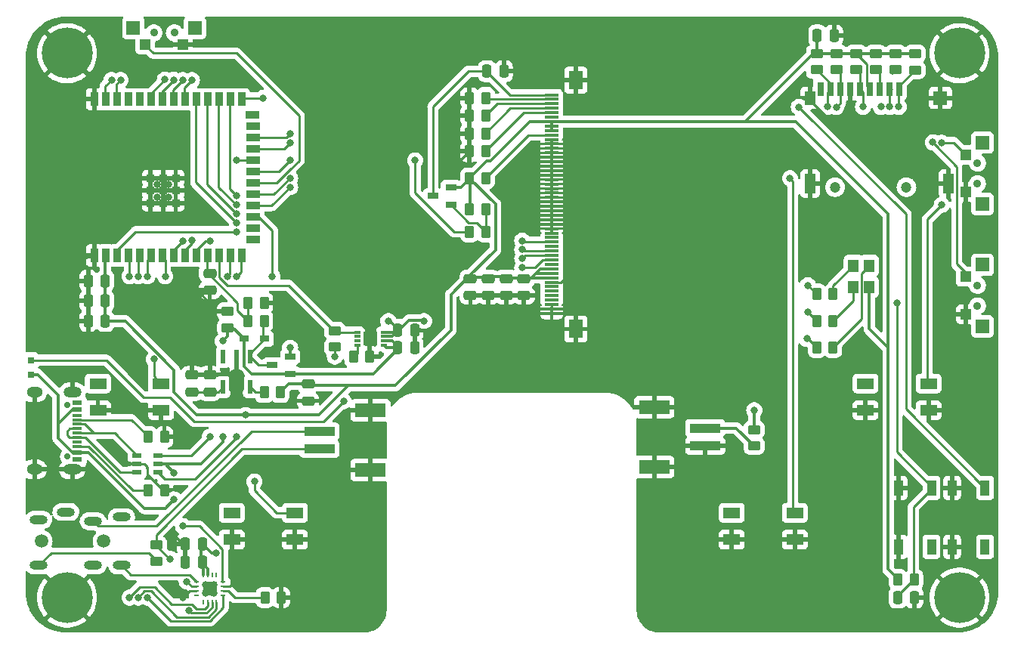
<source format=gbr>
%TF.GenerationSoftware,KiCad,Pcbnew,7.0.7*%
%TF.CreationDate,2023-12-09T22:21:25+01:00*%
%TF.ProjectId,Untitled,556e7469-746c-4656-942e-6b696361645f,rev?*%
%TF.SameCoordinates,Original*%
%TF.FileFunction,Copper,L1,Top*%
%TF.FilePolarity,Positive*%
%FSLAX46Y46*%
G04 Gerber Fmt 4.6, Leading zero omitted, Abs format (unit mm)*
G04 Created by KiCad (PCBNEW 7.0.7) date 2023-12-09 22:21:25*
%MOMM*%
%LPD*%
G01*
G04 APERTURE LIST*
G04 Aperture macros list*
%AMRoundRect*
0 Rectangle with rounded corners*
0 $1 Rounding radius*
0 $2 $3 $4 $5 $6 $7 $8 $9 X,Y pos of 4 corners*
0 Add a 4 corners polygon primitive as box body*
4,1,4,$2,$3,$4,$5,$6,$7,$8,$9,$2,$3,0*
0 Add four circle primitives for the rounded corners*
1,1,$1+$1,$2,$3*
1,1,$1+$1,$4,$5*
1,1,$1+$1,$6,$7*
1,1,$1+$1,$8,$9*
0 Add four rect primitives between the rounded corners*
20,1,$1+$1,$2,$3,$4,$5,0*
20,1,$1+$1,$4,$5,$6,$7,0*
20,1,$1+$1,$6,$7,$8,$9,0*
20,1,$1+$1,$8,$9,$2,$3,0*%
G04 Aperture macros list end*
%TA.AperFunction,SMDPad,CuDef*%
%ADD10RoundRect,0.250000X-0.262500X-0.450000X0.262500X-0.450000X0.262500X0.450000X-0.262500X0.450000X0*%
%TD*%
%TA.AperFunction,SMDPad,CuDef*%
%ADD11R,1.070000X0.530000*%
%TD*%
%TA.AperFunction,SMDPad,CuDef*%
%ADD12R,1.150000X1.400000*%
%TD*%
%TA.AperFunction,SMDPad,CuDef*%
%ADD13R,1.500000X1.500000*%
%TD*%
%TA.AperFunction,SMDPad,CuDef*%
%ADD14R,1.200000X1.200000*%
%TD*%
%TA.AperFunction,ComponentPad*%
%ADD15C,0.900000*%
%TD*%
%TA.AperFunction,SMDPad,CuDef*%
%ADD16R,0.750000X0.300000*%
%TD*%
%TA.AperFunction,SMDPad,CuDef*%
%ADD17R,1.600000X1.600000*%
%TD*%
%TA.AperFunction,SMDPad,CuDef*%
%ADD18R,1.250000X0.700000*%
%TD*%
%TA.AperFunction,SMDPad,CuDef*%
%ADD19RoundRect,0.250000X0.450000X-0.262500X0.450000X0.262500X-0.450000X0.262500X-0.450000X-0.262500X0*%
%TD*%
%TA.AperFunction,SMDPad,CuDef*%
%ADD20RoundRect,0.250000X0.250000X0.475000X-0.250000X0.475000X-0.250000X-0.475000X0.250000X-0.475000X0*%
%TD*%
%TA.AperFunction,SMDPad,CuDef*%
%ADD21R,1.900000X1.200000*%
%TD*%
%TA.AperFunction,ComponentPad*%
%ADD22C,5.700000*%
%TD*%
%TA.AperFunction,SMDPad,CuDef*%
%ADD23RoundRect,0.250000X0.475000X-0.250000X0.475000X0.250000X-0.475000X0.250000X-0.475000X-0.250000X0*%
%TD*%
%TA.AperFunction,SMDPad,CuDef*%
%ADD24RoundRect,0.250000X0.262500X0.450000X-0.262500X0.450000X-0.262500X-0.450000X0.262500X-0.450000X0*%
%TD*%
%TA.AperFunction,SMDPad,CuDef*%
%ADD25RoundRect,0.250000X-0.250000X-0.475000X0.250000X-0.475000X0.250000X0.475000X-0.250000X0.475000X0*%
%TD*%
%TA.AperFunction,SMDPad,CuDef*%
%ADD26RoundRect,0.250000X-0.475000X0.250000X-0.475000X-0.250000X0.475000X-0.250000X0.475000X0.250000X0*%
%TD*%
%TA.AperFunction,SMDPad,CuDef*%
%ADD27R,3.500000X1.000000*%
%TD*%
%TA.AperFunction,SMDPad,CuDef*%
%ADD28R,3.500000X1.500000*%
%TD*%
%TA.AperFunction,SMDPad,CuDef*%
%ADD29R,0.900000X1.500000*%
%TD*%
%TA.AperFunction,SMDPad,CuDef*%
%ADD30R,1.500000X0.900000*%
%TD*%
%TA.AperFunction,SMDPad,CuDef*%
%ADD31R,0.900000X0.900000*%
%TD*%
%TA.AperFunction,SMDPad,CuDef*%
%ADD32R,0.800000X0.800000*%
%TD*%
%TA.AperFunction,SMDPad,CuDef*%
%ADD33R,0.570000X1.500000*%
%TD*%
%TA.AperFunction,SMDPad,CuDef*%
%ADD34O,1.760000X2.940000*%
%TD*%
%TA.AperFunction,SMDPad,CuDef*%
%ADD35R,0.550000X2.210000*%
%TD*%
%TA.AperFunction,SMDPad,CuDef*%
%ADD36R,1.000000X0.750000*%
%TD*%
%TA.AperFunction,SMDPad,CuDef*%
%ADD37R,1.000000X1.700000*%
%TD*%
%TA.AperFunction,ComponentPad*%
%ADD38O,1.800000X1.200000*%
%TD*%
%TA.AperFunction,ComponentPad*%
%ADD39O,2.000000X1.200000*%
%TD*%
%TA.AperFunction,SMDPad,CuDef*%
%ADD40R,1.100000X0.600000*%
%TD*%
%TA.AperFunction,SMDPad,CuDef*%
%ADD41R,1.100000X0.300000*%
%TD*%
%TA.AperFunction,ComponentPad*%
%ADD42C,0.700000*%
%TD*%
%TA.AperFunction,SMDPad,CuDef*%
%ADD43R,1.500000X0.300000*%
%TD*%
%TA.AperFunction,SMDPad,CuDef*%
%ADD44R,1.600000X2.000000*%
%TD*%
%TA.AperFunction,ComponentPad*%
%ADD45O,2.000000X1.000000*%
%TD*%
%TA.AperFunction,ComponentPad*%
%ADD46C,1.500000*%
%TD*%
%TA.AperFunction,SMDPad,CuDef*%
%ADD47R,0.700000X1.600000*%
%TD*%
%TA.AperFunction,SMDPad,CuDef*%
%ADD48R,1.600000X1.500000*%
%TD*%
%TA.AperFunction,SMDPad,CuDef*%
%ADD49R,1.200000X2.200000*%
%TD*%
%TA.AperFunction,SMDPad,CuDef*%
%ADD50R,1.200000X1.500000*%
%TD*%
%TA.AperFunction,ComponentPad*%
%ADD51C,1.200000*%
%TD*%
%TA.AperFunction,SMDPad,CuDef*%
%ADD52RoundRect,0.250000X-0.450000X0.262500X-0.450000X-0.262500X0.450000X-0.262500X0.450000X0.262500X0*%
%TD*%
%TA.AperFunction,SMDPad,CuDef*%
%ADD53R,0.600000X0.250000*%
%TD*%
%TA.AperFunction,SMDPad,CuDef*%
%ADD54R,0.250000X0.600000*%
%TD*%
%TA.AperFunction,ViaPad*%
%ADD55C,0.800000*%
%TD*%
%TA.AperFunction,Conductor*%
%ADD56C,0.300000*%
%TD*%
%TA.AperFunction,Conductor*%
%ADD57C,0.250000*%
%TD*%
G04 APERTURE END LIST*
D10*
%TO.P,R14,1*%
%TO.N,Net-(U2-PROG)*%
X130087500Y-98000000D03*
%TO.P,R14,2*%
%TO.N,GND*%
X131912500Y-98000000D03*
%TD*%
D11*
%TO.P,D3,1,1*%
%TO.N,Net-(USB1-DN1)*%
X105850000Y-109050000D03*
%TO.P,D3,2,2*%
%TO.N,GND*%
X105850000Y-110000000D03*
%TO.P,D3,3,3*%
%TO.N,Net-(USB1-DP1)*%
X105850000Y-110950000D03*
%TO.P,D3,4,4*%
%TO.N,GPIO_20*%
X108150000Y-110950000D03*
%TO.P,D3,5,5*%
%TO.N,+5V*%
X108150000Y-110000000D03*
%TO.P,D3,6,6*%
%TO.N,GPIO_19*%
X108150000Y-109050000D03*
%TD*%
D12*
%TO.P,LED1,1,1*%
%TO.N,Net-(LED1-Pad1)*%
X187900000Y-87800000D03*
%TO.P,LED1,2,2*%
%TO.N,+3.3V*%
X187900000Y-90200000D03*
%TO.P,LED1,3,3*%
%TO.N,Net-(LED1-Pad3)*%
X186100000Y-87800000D03*
%TO.P,LED1,4,4*%
%TO.N,Net-(LED1-Pad4)*%
X186100000Y-90200000D03*
%TD*%
D13*
%TO.P,SW6,4,4*%
%TO.N,unconnected-(SW6-Pad4)*%
X200550000Y-80900000D03*
%TO.P,SW6,3,3*%
%TO.N,unconnected-(SW6-Pad3)*%
X200550000Y-74000000D03*
D14*
%TO.P,SW6,2,2*%
%TO.N,GND*%
X198710000Y-79550000D03*
%TO.P,SW6,1,1*%
%TO.N,BTN_6*%
X198710000Y-75350000D03*
D15*
%TO.P,SW6,*%
%TO.N,*%
X200000000Y-78600000D03*
X200000000Y-76300000D03*
%TD*%
D16*
%TO.P,U2,1,VDD*%
%TO.N,+5V*%
X133500000Y-96750000D03*
%TO.P,U2,2,VDD*%
X133500000Y-96250000D03*
%TO.P,U2,3,VBAT*%
%TO.N,+BATT*%
X133500000Y-95750000D03*
%TO.P,U2,4,VBAT*%
X133500000Y-95250000D03*
%TO.P,U2,5,STAT*%
%TO.N,BAT_CHARGING_STAT*%
X130500000Y-95250000D03*
%TO.P,U2,6,VSS*%
%TO.N,GND*%
X130500000Y-95750000D03*
%TO.P,U2,7,NC*%
%TO.N,unconnected-(U2-NC-Pad7)*%
X130500000Y-96250000D03*
%TO.P,U2,8,PROG*%
%TO.N,Net-(U2-PROG)*%
X130500000Y-96750000D03*
D17*
%TO.P,U2,9,EP*%
%TO.N,GND*%
X132000000Y-96000000D03*
%TD*%
D18*
%TO.P,Q3,1,G*%
%TO.N,Net-(Q3-G)*%
X141000000Y-80950000D03*
%TO.P,Q3,2,S*%
%TO.N,+3.3V*%
X141000000Y-79050000D03*
%TO.P,Q3,3,D*%
%TO.N,Net-(J8-Pin_1)*%
X139000000Y-80000000D03*
%TD*%
D19*
%TO.P,R27,1*%
%TO.N,SD_DAT_0*%
X184200000Y-65860580D03*
%TO.P,R27,2*%
%TO.N,+3.3V*%
X184200000Y-64035580D03*
%TD*%
%TO.P,R3,1*%
%TO.N,+5V*%
X116000000Y-94737500D03*
%TO.P,R3,2*%
%TO.N,GND*%
X116000000Y-92912500D03*
%TD*%
%TO.P,R31,1*%
%TO.N,SD_DAT_2*%
X193000000Y-65874029D03*
%TO.P,R31,2*%
%TO.N,+3.3V*%
X193000000Y-64049029D03*
%TD*%
D20*
%TO.P,C18,1*%
%TO.N,GND*%
X146950000Y-66000000D03*
%TO.P,C18,2*%
%TO.N,Net-(J8-Pin_1)*%
X145050000Y-66000000D03*
%TD*%
D21*
%TO.P,SW3,4,4*%
%TO.N,unconnected-(SW3-Pad4)*%
X187460000Y-101000000D03*
%TO.P,SW3,3,3*%
%TO.N,BTN_3*%
X194540000Y-101000000D03*
%TO.P,SW3,2,2*%
%TO.N,GND*%
X194540000Y-104000000D03*
%TO.P,SW3,1,1*%
X187460000Y-104000000D03*
%TD*%
D22*
%TO.P,H5,1,1*%
%TO.N,GND*%
X198000000Y-125000000D03*
%TD*%
D23*
%TO.P,C19,1*%
%TO.N,GND*%
X147197921Y-91146008D03*
%TO.P,C19,2*%
%TO.N,+3.3V*%
X147197921Y-89246008D03*
%TD*%
D24*
%TO.P,R1,1*%
%TO.N,Net-(J8-Pin_2)*%
X144912500Y-69000000D03*
%TO.P,R1,2*%
%TO.N,GND*%
X143087500Y-69000000D03*
%TD*%
D25*
%TO.P,C8,1*%
%TO.N,GND*%
X111271645Y-119000000D03*
%TO.P,C8,2*%
%TO.N,+3.3V*%
X113171645Y-119000000D03*
%TD*%
D22*
%TO.P,H6,1,1*%
%TO.N,GND*%
X98000000Y-125000000D03*
%TD*%
D24*
%TO.P,R5,1*%
%TO.N,GND*%
X120087500Y-92000000D03*
%TO.P,R5,2*%
%TO.N,BAT_READ*%
X118262500Y-92000000D03*
%TD*%
D25*
%TO.P,C11,1*%
%TO.N,GND*%
X100396555Y-91750898D03*
%TO.P,C11,2*%
%TO.N,+3.3V*%
X102296555Y-91750898D03*
%TD*%
D26*
%TO.P,C3,1*%
%TO.N,GND*%
X112000000Y-100050000D03*
%TO.P,C3,2*%
%TO.N,Net-(D1-K)*%
X112000000Y-101950000D03*
%TD*%
D25*
%TO.P,C2,1*%
%TO.N,GND*%
X100396555Y-94000000D03*
%TO.P,C2,2*%
%TO.N,+3.3V*%
X102296555Y-94000000D03*
%TD*%
D19*
%TO.P,R28,1*%
%TO.N,SD_CLK*%
X186400000Y-65854941D03*
%TO.P,R28,2*%
%TO.N,+3.3V*%
X186400000Y-64029941D03*
%TD*%
D21*
%TO.P,SW2,4,4*%
%TO.N,unconnected-(SW2-Pad4)*%
X116460000Y-115500000D03*
%TO.P,SW2,3,3*%
%TO.N,BTN_2*%
X123540000Y-115500000D03*
%TO.P,SW2,2,2*%
%TO.N,GND*%
X123540000Y-118500000D03*
%TO.P,SW2,1,1*%
X116460000Y-118500000D03*
%TD*%
D10*
%TO.P,R40,1*%
%TO.N,+3.3V*%
X143087500Y-78000000D03*
%TO.P,R40,2*%
%TO.N,Net-(J8-Pin_10)*%
X144912500Y-78000000D03*
%TD*%
D21*
%TO.P,SW1,4,4*%
%TO.N,unconnected-(SW1-Pad4)*%
X101460000Y-101000000D03*
%TO.P,SW1,3,3*%
%TO.N,BTN_1*%
X108540000Y-101000000D03*
%TO.P,SW1,2,2*%
%TO.N,GND*%
X108540000Y-104000000D03*
%TO.P,SW1,1,1*%
X101460000Y-104000000D03*
%TD*%
D13*
%TO.P,SW7,4,4*%
%TO.N,unconnected-(SW7-Pad4)*%
X200550000Y-94600000D03*
%TO.P,SW7,3,3*%
%TO.N,unconnected-(SW7-Pad3)*%
X200550000Y-87700000D03*
D14*
%TO.P,SW7,2,2*%
%TO.N,GND*%
X198710000Y-93250000D03*
%TO.P,SW7,1,1*%
%TO.N,BTN_7*%
X198710000Y-89050000D03*
D15*
%TO.P,SW7,*%
%TO.N,*%
X200000000Y-92300000D03*
X200000000Y-90000000D03*
%TD*%
D24*
%TO.P,R17,1*%
%TO.N,Net-(J8-Pin_5)*%
X144912500Y-75000000D03*
%TO.P,R17,2*%
%TO.N,GND*%
X143087500Y-75000000D03*
%TD*%
D27*
%TO.P,H2,1,1*%
%TO.N,Net-(U6-OUTN)*%
X126300000Y-108350000D03*
%TO.P,H2,2,2*%
%TO.N,Net-(CN2-Pad5)*%
X126300000Y-106350000D03*
D28*
%TO.P,H2,4,4*%
%TO.N,GND*%
X132000000Y-104000000D03*
%TO.P,H2,5,5*%
X132000000Y-110700000D03*
%TD*%
D29*
%TO.P,U1,1,GND*%
%TO.N,GND*%
X101060000Y-86650000D03*
%TO.P,U1,2,3V3*%
%TO.N,+3.3V*%
X102330000Y-86650000D03*
%TO.P,U1,3,EN*%
%TO.N,EN*%
X103600000Y-86650000D03*
%TO.P,U1,4,IO4*%
%TO.N,I2S_LRCLK*%
X104870000Y-86650000D03*
%TO.P,U1,5,IO5*%
%TO.N,I2S_BCLK*%
X106140000Y-86650000D03*
%TO.P,U1,6,IO6*%
%TO.N,I2S_DOUT*%
X107410000Y-86650000D03*
%TO.P,U1,7,IO7*%
%TO.N,AMP_EN*%
X108680000Y-86650000D03*
%TO.P,U1,8,IO15*%
%TO.N,LED_RGB_RED*%
X109950000Y-86650000D03*
%TO.P,U1,9,IO16*%
%TO.N,LED_RGB_BLUE*%
X111220000Y-86650000D03*
%TO.P,U1,10,IO17*%
%TO.N,LED_RGB_GREEN*%
X112490000Y-86650000D03*
%TO.P,U1,11,IO18*%
%TO.N,BAT_READ*%
X113760000Y-86650000D03*
%TO.P,U1,12,IO8*%
%TO.N,BAT_CHARGING_STAT*%
X115030000Y-86650000D03*
%TO.P,U1,13,IO19*%
%TO.N,GPIO_19*%
X116300000Y-86650000D03*
%TO.P,U1,14,IO20*%
%TO.N,GPIO_20*%
X117570000Y-86650000D03*
D30*
%TO.P,U1,15,IO3*%
%TO.N,unconnected-(U1-IO3-Pad15)*%
X118840000Y-84890000D03*
%TO.P,U1,16,IO46*%
%TO.N,unconnected-(U1-IO46-Pad16)*%
X118840000Y-83620000D03*
%TO.P,U1,17,IO9*%
%TO.N,BTN_2*%
X118840000Y-82350000D03*
%TO.P,U1,18,IO10*%
%TO.N,BTN_3*%
X118840000Y-81080000D03*
%TO.P,U1,19,IO11*%
%TO.N,BTN_4*%
X118840000Y-79810000D03*
%TO.P,U1,20,IO12*%
%TO.N,BTN_5*%
X118840000Y-78530000D03*
%TO.P,U1,21,IO13*%
%TO.N,LCD_BL*%
X118840000Y-77270000D03*
%TO.P,U1,22,IO14*%
%TO.N,BTN_1*%
X118840000Y-76000000D03*
%TO.P,U1,23,IO21*%
%TO.N,BTN_6*%
X118840000Y-74730000D03*
%TO.P,U1,24,IO47*%
%TO.N,BTN_7*%
X118840000Y-73450000D03*
%TO.P,U1,25,IO48*%
%TO.N,unconnected-(U1-IO48-Pad25)*%
X118840000Y-72180000D03*
%TO.P,U1,26,IO45*%
%TO.N,unconnected-(U1-IO45-Pad26)*%
X118810000Y-70910000D03*
D29*
%TO.P,U1,27,IO0*%
%TO.N,BOOT*%
X117570000Y-69150000D03*
%TO.P,U1,28,IO35*%
%TO.N,LCD_MOSI*%
X116300000Y-69150000D03*
%TO.P,U1,29,IO36*%
%TO.N,LCD_DC*%
X115030000Y-69150000D03*
%TO.P,U1,30,IO37*%
%TO.N,LCD_SCK*%
X113760000Y-69150000D03*
%TO.P,U1,31,IO38*%
%TO.N,LCD_CS*%
X112490000Y-69150000D03*
%TO.P,U1,32,IO39*%
%TO.N,SD_DAT_1*%
X111220000Y-69150000D03*
%TO.P,U1,33,IO40*%
%TO.N,SD_DAT_0*%
X109950000Y-69150000D03*
%TO.P,U1,34,IO41*%
%TO.N,SD_CLK*%
X108680000Y-69150000D03*
%TO.P,U1,35,IO42*%
%TO.N,SD_CMD*%
X107410000Y-69150000D03*
%TO.P,U1,36,RXD0*%
%TO.N,unconnected-(U1-RXD0-Pad36)*%
X106140000Y-69150000D03*
%TO.P,U1,37,TXD0*%
%TO.N,unconnected-(U1-TXD0-Pad37)*%
X104870000Y-69150000D03*
%TO.P,U1,38,IO2*%
%TO.N,SD_DAT_3*%
X103600000Y-69150000D03*
%TO.P,U1,39,IO1*%
%TO.N,SD_DAT_2*%
X102330000Y-69150000D03*
%TO.P,U1,40,GND*%
%TO.N,GND*%
X101060000Y-69150000D03*
D31*
%TO.P,U1,41,GND*%
X107380000Y-80800000D03*
X108780000Y-80800000D03*
X110180000Y-80800000D03*
X107380000Y-79400000D03*
X108780000Y-79400000D03*
X110180000Y-79400000D03*
X107380000Y-78000000D03*
X108780000Y-78000000D03*
X110180000Y-78000000D03*
%TD*%
D10*
%TO.P,R15,1*%
%TO.N,Net-(USB1-CC1)*%
X107087500Y-107000000D03*
%TO.P,R15,2*%
%TO.N,GND*%
X108912500Y-107000000D03*
%TD*%
%TO.P,R4,1*%
%TO.N,BAT_READ*%
X118262500Y-94000000D03*
%TO.P,R4,2*%
%TO.N,Net-(D1-K)*%
X120087500Y-94000000D03*
%TD*%
D26*
%TO.P,C20,1*%
%TO.N,+3.3V*%
X149197921Y-89246008D03*
%TO.P,C20,2*%
%TO.N,GND*%
X149197921Y-91146008D03*
%TD*%
D32*
%TO.P,CHARGE_LED1,1,K*%
%TO.N,Net-(CHARGE_LED1-K)*%
X94000000Y-98400000D03*
%TO.P,CHARGE_LED1,2,A*%
%TO.N,+5V*%
X94000000Y-100000000D03*
%TD*%
D21*
%TO.P,SW4,4,4*%
%TO.N,unconnected-(SW4-Pad4)*%
X172460000Y-115500000D03*
%TO.P,SW4,3,3*%
%TO.N,BTN_4*%
X179540000Y-115500000D03*
%TO.P,SW4,2,2*%
%TO.N,GND*%
X179540000Y-118500000D03*
%TO.P,SW4,1,1*%
X172460000Y-118500000D03*
%TD*%
D33*
%TO.P,U3,1,CE*%
%TO.N,Net-(D1-K)*%
X118500000Y-98000000D03*
D34*
%TO.P,U3,2,VSS*%
%TO.N,GND*%
X117000000Y-100770000D03*
D35*
X117000000Y-98360000D03*
D33*
%TO.P,U3,3,NC*%
%TO.N,unconnected-(U3-NC-Pad3)*%
X115500000Y-98000000D03*
%TO.P,U3,4,VIN*%
%TO.N,Net-(D1-K)*%
X115500000Y-101400000D03*
%TO.P,U3,5,VOUT*%
%TO.N,Net-(U3-VOUT)*%
X118500000Y-101400000D03*
%TD*%
D23*
%TO.P,C17,1*%
%TO.N,GND*%
X143197921Y-91146008D03*
%TO.P,C17,2*%
%TO.N,+3.3V*%
X143197921Y-89246008D03*
%TD*%
D36*
%TO.P,D1,1,K*%
%TO.N,Net-(D1-K)*%
X120170000Y-96000000D03*
%TO.P,D1,2,A*%
%TO.N,+5V*%
X117830000Y-96000000D03*
%TD*%
D25*
%TO.P,C10,1*%
%TO.N,+BATT*%
X135050000Y-95000000D03*
%TO.P,C10,2*%
%TO.N,GND*%
X136950000Y-95000000D03*
%TD*%
%TO.P,C9,1*%
%TO.N,+5V*%
X135050000Y-97000000D03*
%TO.P,C9,2*%
%TO.N,GND*%
X136950000Y-97000000D03*
%TD*%
D23*
%TO.P,C12,1*%
%TO.N,GND*%
X125000000Y-102950000D03*
%TO.P,C12,2*%
%TO.N,+3.3V*%
X125000000Y-101050000D03*
%TD*%
D19*
%TO.P,R29,1*%
%TO.N,SD_CMD*%
X188600000Y-65858174D03*
%TO.P,R29,2*%
%TO.N,+3.3V*%
X188600000Y-64033174D03*
%TD*%
D22*
%TO.P,H3,1,1*%
%TO.N,GND*%
X98000000Y-64000000D03*
%TD*%
D37*
%TO.P,SW10,1,A*%
%TO.N,BOOT*%
X200850000Y-112700000D03*
%TO.P,SW10,2,B*%
X200850000Y-119300000D03*
%TO.P,SW10,3,C*%
%TO.N,GND*%
X197150000Y-112700000D03*
%TO.P,SW10,4,D*%
X197150000Y-119300000D03*
%TD*%
D10*
%TO.P,R12,1*%
%TO.N,+3.3V*%
X191087500Y-123000000D03*
%TO.P,R12,2*%
%TO.N,EN*%
X192912500Y-123000000D03*
%TD*%
D38*
%TO.P,USB1,14,SHELL*%
%TO.N,GND*%
X94384549Y-110640000D03*
D39*
X98594549Y-110640000D03*
D38*
%TO.P,USB1,13,SHELL*%
X94384549Y-102000000D03*
D39*
X98594549Y-102000000D03*
D40*
%TO.P,USB1,12,GND*%
X99144549Y-109520000D03*
%TO.P,USB1,11,VBUS*%
%TO.N,+5V*%
X99144549Y-108720000D03*
D41*
%TO.P,USB1,10,CC2*%
%TO.N,Net-(USB1-CC2)*%
X99144549Y-108070000D03*
%TO.P,USB1,9,SBU1*%
%TO.N,unconnected-(USB1-SBU1-Pad9)*%
X99144549Y-107570000D03*
%TO.P,USB1,8,DP2*%
%TO.N,Net-(USB1-DP1)*%
X99144549Y-107070000D03*
%TO.P,USB1,7,DN1*%
%TO.N,Net-(USB1-DN1)*%
X99144549Y-106570000D03*
%TO.P,USB1,6,DP1*%
%TO.N,Net-(USB1-DP1)*%
X99144549Y-106070000D03*
%TO.P,USB1,5,DN2*%
%TO.N,Net-(USB1-DN1)*%
X99144549Y-105570000D03*
%TO.P,USB1,4,CC1*%
%TO.N,Net-(USB1-CC1)*%
X99144549Y-105070000D03*
%TO.P,USB1,3,SBU2*%
%TO.N,unconnected-(USB1-SBU2-Pad3)*%
X99144549Y-104570000D03*
D40*
%TO.P,USB1,2,VBUS*%
%TO.N,+5V*%
X99144549Y-103920000D03*
%TO.P,USB1,1,GND*%
%TO.N,GND*%
X99144549Y-103120000D03*
D42*
%TO.P,USB1,*%
%TO.N,*%
X98064549Y-109210000D03*
X98064549Y-103430000D03*
%TD*%
D25*
%TO.P,C7,1*%
%TO.N,GND*%
X111275000Y-121000000D03*
%TO.P,C7,2*%
%TO.N,+3.3V*%
X113175000Y-121000000D03*
%TD*%
D43*
%TO.P,J8,1,Pin_1*%
%TO.N,Net-(J8-Pin_1)*%
X152300185Y-68657278D03*
%TO.P,J8,2,Pin_2*%
%TO.N,Net-(J8-Pin_2)*%
X152300185Y-69157278D03*
%TO.P,J8,3,Pin_3*%
%TO.N,Net-(J8-Pin_3)*%
X152300185Y-69657278D03*
%TO.P,J8,4,Pin_4*%
%TO.N,Net-(J8-Pin_4)*%
X152300185Y-70157278D03*
%TO.P,J8,5,Pin_5*%
%TO.N,Net-(J8-Pin_5)*%
X152300185Y-70657278D03*
%TO.P,J8,6,Pin_6*%
%TO.N,GND*%
X152300185Y-71157278D03*
%TO.P,J8,7,Pin_7*%
%TO.N,+3.3V*%
X152300185Y-71657278D03*
%TO.P,J8,8,Pin_8*%
X152300185Y-72157278D03*
%TO.P,J8,9,Pin_9*%
X152300185Y-72657278D03*
%TO.P,J8,10,Pin_10*%
%TO.N,Net-(J8-Pin_10)*%
X152300185Y-73157278D03*
%TO.P,J8,11,Pin_11*%
%TO.N,GND*%
X152300185Y-73657278D03*
%TO.P,J8,12,Pin_12*%
X152300185Y-74157278D03*
%TO.P,J8,13,Pin_13*%
X152300185Y-74657278D03*
%TO.P,J8,14,Pin_14*%
X152300185Y-75157278D03*
%TO.P,J8,15,Pin_15*%
X152300185Y-75657278D03*
%TO.P,J8,16,Pin_16*%
X152300185Y-76157278D03*
%TO.P,J8,17,Pin_17*%
X152300185Y-76657278D03*
%TO.P,J8,18,Pin_18*%
X152300185Y-77157278D03*
%TO.P,J8,19,Pin_19*%
X152300185Y-77657278D03*
%TO.P,J8,20,Pin_20*%
X152300185Y-78157278D03*
%TO.P,J8,21,Pin_21*%
X152300185Y-78657278D03*
%TO.P,J8,22,Pin_22*%
X152300185Y-79157278D03*
%TO.P,J8,23,Pin_23*%
X152300185Y-79657278D03*
%TO.P,J8,24,Pin_24*%
X152300185Y-80157278D03*
%TO.P,J8,25,Pin_25*%
X152300185Y-80657278D03*
%TO.P,J8,26,Pin_26*%
X152300185Y-81157278D03*
%TO.P,J8,27,Pin_27*%
X152300185Y-81657278D03*
%TO.P,J8,28,Pin_28*%
X152300185Y-82157278D03*
%TO.P,J8,29,Pin_29*%
X152300185Y-82657278D03*
%TO.P,J8,30,Pin_30*%
X152300185Y-83157278D03*
%TO.P,J8,31,Pin_31*%
X152300185Y-83657278D03*
%TO.P,J8,32,Pin_32*%
X152300185Y-84157278D03*
%TO.P,J8,33,Pin_33*%
%TO.N,unconnected-(J8-Pin_33-Pad33)*%
X152300185Y-84657278D03*
%TO.P,J8,34,Pin_34*%
%TO.N,LCD_MOSI*%
X152300185Y-85157278D03*
%TO.P,J8,35,Pin_35*%
%TO.N,unconnected-(J8-Pin_35-Pad35)*%
X152300185Y-85657278D03*
%TO.P,J8,36,Pin_36*%
%TO.N,LCD_DC*%
X152300185Y-86157278D03*
%TO.P,J8,37,Pin_37*%
%TO.N,LCD_SCK*%
X152300185Y-86657278D03*
%TO.P,J8,38,Pin_38*%
%TO.N,LCD_CS*%
X152300185Y-87157278D03*
%TO.P,J8,39,Pin_39*%
%TO.N,unconnected-(J8-Pin_39-Pad39)*%
X152300185Y-87657278D03*
%TO.P,J8,40,Pin_40*%
%TO.N,+3.3V*%
X152300185Y-88157278D03*
%TO.P,J8,41,Pin_41*%
X152300185Y-88657278D03*
%TO.P,J8,42,Pin_41*%
X152300185Y-89157278D03*
%TO.P,J8,43,Pin_43*%
%TO.N,GND*%
X152300185Y-89657278D03*
%TO.P,J8,44,Pin_44*%
%TO.N,unconnected-(J8-Pin_44-Pad44)*%
X152300185Y-90157278D03*
%TO.P,J8,45,Pin_45*%
%TO.N,unconnected-(J8-Pin_45-Pad45)*%
X152300185Y-90657278D03*
%TO.P,J8,46,Pin_46*%
%TO.N,unconnected-(J8-Pin_46-Pad46)*%
X152300185Y-91157278D03*
%TO.P,J8,47,Pin_47*%
%TO.N,unconnected-(J8-Pin_47-Pad47)*%
X152300185Y-91657278D03*
%TO.P,J8,48,Pin_48*%
%TO.N,GND*%
X152300185Y-92157278D03*
%TO.P,J8,49,Pin_49*%
X152300185Y-92657278D03*
%TO.P,J8,50,Pin_50*%
X152300185Y-93157278D03*
D44*
%TO.P,J8,51,MP*%
X155000000Y-94900000D03*
%TO.P,J8,52,MP*%
X155000000Y-67000000D03*
%TD*%
D24*
%TO.P,R2,1*%
%TO.N,Net-(J8-Pin_3)*%
X144912500Y-71000000D03*
%TO.P,R2,2*%
%TO.N,GND*%
X143087500Y-71000000D03*
%TD*%
D19*
%TO.P,R16,1*%
%TO.N,Net-(CHARGE_LED1-K)*%
X128000000Y-96912500D03*
%TO.P,R16,2*%
%TO.N,BAT_CHARGING_STAT*%
X128000000Y-95087500D03*
%TD*%
%TO.P,R30,1*%
%TO.N,SD_DAT_3*%
X190800000Y-65859394D03*
%TO.P,R30,2*%
%TO.N,+3.3V*%
X190800000Y-64034394D03*
%TD*%
D27*
%TO.P,H1,1,1*%
%TO.N,Net-(H1-Pad1)*%
X169505390Y-106000000D03*
%TO.P,H1,2,2*%
%TO.N,GND*%
X169505390Y-108000000D03*
D28*
%TO.P,H1,4,4*%
X163805390Y-110350000D03*
%TO.P,H1,5,5*%
X163805390Y-103650000D03*
%TD*%
D22*
%TO.P,H4,1,1*%
%TO.N,GND*%
X198000000Y-64000000D03*
%TD*%
D13*
%TO.P,SW5,4,4*%
%TO.N,unconnected-(SW5-Pad4)*%
X112332277Y-61159046D03*
%TO.P,SW5,3,3*%
%TO.N,unconnected-(SW5-Pad3)*%
X105432277Y-61159046D03*
D14*
%TO.P,SW5,2,2*%
%TO.N,GND*%
X110982277Y-62999046D03*
%TO.P,SW5,1,1*%
%TO.N,BTN_5*%
X106782277Y-62999046D03*
D15*
%TO.P,SW5,*%
%TO.N,*%
X110032277Y-61709046D03*
X107732277Y-61709046D03*
%TD*%
D37*
%TO.P,SW9,1,A*%
%TO.N,EN*%
X194850000Y-112700000D03*
%TO.P,SW9,2,B*%
X194850000Y-119300000D03*
%TO.P,SW9,3,C*%
%TO.N,GND*%
X191150000Y-112700000D03*
%TO.P,SW9,4,D*%
X191150000Y-119300000D03*
%TD*%
D10*
%TO.P,R18,1*%
%TO.N,Net-(U6-GAIN_SLOT)*%
X120175000Y-125000000D03*
%TO.P,R18,2*%
%TO.N,GND*%
X122000000Y-125000000D03*
%TD*%
D18*
%TO.P,Q1,1,G*%
%TO.N,+5V*%
X123000000Y-99900000D03*
%TO.P,Q1,2,S*%
%TO.N,+BATT*%
X123000000Y-98000000D03*
%TO.P,Q1,3,D*%
%TO.N,Net-(D1-K)*%
X121000000Y-98950000D03*
%TD*%
D24*
%TO.P,R8,1*%
%TO.N,Net-(LED1-Pad4)*%
X183825000Y-94000000D03*
%TO.P,R8,2*%
%TO.N,LED_RGB_BLUE*%
X182000000Y-94000000D03*
%TD*%
D45*
%TO.P,CN2,7,7*%
%TO.N,unconnected-(CN2-Pad7)*%
X97874544Y-115404078D03*
%TO.P,CN2,6,6*%
%TO.N,unconnected-(CN2-Pad6)*%
X100924544Y-121404078D03*
%TO.P,CN2,5,5*%
%TO.N,Net-(CN2-Pad5)*%
X100924544Y-116454078D03*
%TO.P,CN2,4,4*%
%TO.N,Net-(U6-OUTP)*%
X104124544Y-115974078D03*
%TO.P,CN2,3,3*%
X104124544Y-121404078D03*
%TO.P,CN2,2,2*%
%TO.N,unconnected-(CN2-Pad2)*%
X94824544Y-116274078D03*
%TO.P,CN2,1,1*%
%TO.N,Net-(CN2-Pad1)*%
X94824544Y-121404078D03*
D46*
%TO.P,CN2,*%
%TO.N,*%
X102124544Y-118664078D03*
X95124544Y-118664078D03*
%TD*%
D24*
%TO.P,R33,1*%
%TO.N,Net-(Q3-G)*%
X144923978Y-81472254D03*
%TO.P,R33,2*%
%TO.N,+3.3V*%
X143098978Y-81472254D03*
%TD*%
D19*
%TO.P,R6,1*%
%TO.N,Net-(CN2-Pad1)*%
X108000000Y-120912500D03*
%TO.P,R6,2*%
%TO.N,Net-(U6-OUTN)*%
X108000000Y-119087500D03*
%TD*%
%TO.P,R26,1*%
%TO.N,SD_DAT_1*%
X182000000Y-65860580D03*
%TO.P,R26,2*%
%TO.N,+3.3V*%
X182000000Y-64035580D03*
%TD*%
D47*
%TO.P,Card1,CD,CD*%
%TO.N,unconnected-(Card1-PadCD)*%
X182450000Y-68000000D03*
D48*
%TO.P,Card1,13,13*%
%TO.N,GND*%
X195850000Y-69000000D03*
D49*
%TO.P,Card1,12,12*%
X196750000Y-78600000D03*
%TO.P,Card1,11,11*%
X181250000Y-78600000D03*
D50*
%TO.P,Card1,10,10*%
X181250000Y-69000000D03*
D47*
%TO.P,Card1,8,DAT1*%
%TO.N,SD_DAT_1*%
X183550000Y-68000000D03*
%TO.P,Card1,7,DAT0*%
%TO.N,SD_DAT_0*%
X184650000Y-68000000D03*
%TO.P,Card1,6,VSS*%
%TO.N,GND*%
X185750000Y-68000000D03*
%TO.P,Card1,5,CLX*%
%TO.N,SD_CLK*%
X186850000Y-68000000D03*
%TO.P,Card1,4,VDD*%
%TO.N,+3.3V*%
X187950000Y-68000000D03*
%TO.P,Card1,3,CMD*%
%TO.N,SD_CMD*%
X189050000Y-68000000D03*
%TO.P,Card1,2,CD/DAT3*%
%TO.N,SD_DAT_3*%
X190150000Y-68000000D03*
%TO.P,Card1,1,DAT2*%
%TO.N,SD_DAT_2*%
X191250000Y-68000000D03*
D51*
%TO.P,Card1,*%
%TO.N,*%
X192050000Y-79000000D03*
X184050000Y-79000000D03*
%TD*%
D10*
%TO.P,R13,1*%
%TO.N,Net-(USB1-CC2)*%
X107087500Y-113000000D03*
%TO.P,R13,2*%
%TO.N,GND*%
X108912500Y-113000000D03*
%TD*%
D23*
%TO.P,C16,1*%
%TO.N,GND*%
X145197921Y-91146008D03*
%TO.P,C16,2*%
%TO.N,+3.3V*%
X145197921Y-89246008D03*
%TD*%
D25*
%TO.P,C14,1*%
%TO.N,EN*%
X191050000Y-125000000D03*
%TO.P,C14,2*%
%TO.N,GND*%
X192950000Y-125000000D03*
%TD*%
D52*
%TO.P,R19,1*%
%TO.N,+BATT*%
X175000000Y-106175000D03*
%TO.P,R19,2*%
%TO.N,Net-(H1-Pad1)*%
X175000000Y-108000000D03*
%TD*%
D24*
%TO.P,R11,1*%
%TO.N,Net-(J8-Pin_4)*%
X144912500Y-73000000D03*
%TO.P,R11,2*%
%TO.N,GND*%
X143087500Y-73000000D03*
%TD*%
D53*
%TO.P,U6,1,DIN*%
%TO.N,I2S_DOUT*%
X115500000Y-124750000D03*
%TO.P,U6,2,GAIN_SLOT*%
%TO.N,Net-(U6-GAIN_SLOT)*%
X115500000Y-124250000D03*
%TO.P,U6,3,GND*%
%TO.N,GND*%
X115500000Y-123750000D03*
%TO.P,U6,4,~{SD_MODE}*%
%TO.N,AMP_EN*%
X115500000Y-123250000D03*
D54*
%TO.P,U6,5,N.C.*%
%TO.N,unconnected-(U6-N.C.-Pad5)*%
X114750000Y-122500000D03*
%TO.P,U6,6,N.C.*%
%TO.N,unconnected-(U6-N.C.-Pad6)*%
X114250000Y-122500000D03*
%TO.P,U6,7,VDD*%
%TO.N,+3.3V*%
X113750000Y-122500000D03*
%TO.P,U6,8,VDD*%
X113250000Y-122500000D03*
D53*
%TO.P,U6,9,OUTP*%
%TO.N,Net-(U6-OUTP)*%
X112500000Y-123250000D03*
%TO.P,U6,10,OUTN*%
%TO.N,Net-(U6-OUTN)*%
X112500000Y-123750000D03*
%TO.P,U6,11,GND*%
%TO.N,GND*%
X112500000Y-124250000D03*
%TO.P,U6,12,N.C.*%
%TO.N,unconnected-(U6-N.C.-Pad12)*%
X112500000Y-124750000D03*
D54*
%TO.P,U6,13,N.C.*%
%TO.N,unconnected-(U6-N.C.-Pad13)*%
X113250000Y-125500000D03*
%TO.P,U6,14,LRCLK*%
%TO.N,I2S_LRCLK*%
X113750000Y-125500000D03*
%TO.P,U6,15,GND*%
%TO.N,GND*%
X114250000Y-125500000D03*
%TO.P,U6,16,BCLK*%
%TO.N,I2S_BCLK*%
X114750000Y-125500000D03*
D13*
%TO.P,U6,17,EP*%
%TO.N,GND*%
X114000000Y-124000000D03*
%TD*%
D25*
%TO.P,C1,1*%
%TO.N,GND*%
X100396555Y-89501796D03*
%TO.P,C1,2*%
%TO.N,+3.3V*%
X102296555Y-89501796D03*
%TD*%
D24*
%TO.P,R9,1*%
%TO.N,Net-(LED1-Pad3)*%
X183825000Y-91000000D03*
%TO.P,R9,2*%
%TO.N,LED_RGB_GREEN*%
X182000000Y-91000000D03*
%TD*%
%TO.P,R32,1*%
%TO.N,Net-(Q3-G)*%
X144912500Y-84000000D03*
%TO.P,R32,2*%
%TO.N,LCD_BL*%
X143087500Y-84000000D03*
%TD*%
%TO.P,R10,1*%
%TO.N,Net-(LED1-Pad1)*%
X183825000Y-96950000D03*
%TO.P,R10,2*%
%TO.N,LED_RGB_RED*%
X182000000Y-96950000D03*
%TD*%
D23*
%TO.P,C5,1*%
%TO.N,GND*%
X113991029Y-90552424D03*
%TO.P,C5,2*%
%TO.N,BAT_READ*%
X113991029Y-88652424D03*
%TD*%
D26*
%TO.P,C4,1*%
%TO.N,GND*%
X114000000Y-100050000D03*
%TO.P,C4,2*%
%TO.N,Net-(D1-K)*%
X114000000Y-101950000D03*
%TD*%
D20*
%TO.P,C15,1*%
%TO.N,GND*%
X183950000Y-62000000D03*
%TO.P,C15,2*%
%TO.N,+3.3V*%
X182050000Y-62000000D03*
%TD*%
D24*
%TO.P,R7,1*%
%TO.N,+3.3V*%
X121912500Y-102000000D03*
%TO.P,R7,2*%
%TO.N,Net-(U3-VOUT)*%
X120087500Y-102000000D03*
%TD*%
D55*
%TO.N,GND*%
X111000000Y-73000000D03*
X111000000Y-75000000D03*
X109000000Y-73000000D03*
X109000000Y-75000000D03*
X107000000Y-73000000D03*
X107000000Y-75000000D03*
X105000000Y-77000000D03*
X105000000Y-75000000D03*
X105000000Y-83000000D03*
X105000000Y-79000000D03*
X105000000Y-81000000D03*
X105000000Y-73000000D03*
X103000000Y-77000000D03*
X103000000Y-75000000D03*
X103000000Y-83000000D03*
X103000000Y-79000000D03*
X103000000Y-81000000D03*
X103000000Y-73000000D03*
%TO.N,+5V*%
X110000000Y-111000000D03*
X115461122Y-96230741D03*
X115475503Y-106981926D03*
X110000000Y-114000000D03*
%TO.N,+BATT*%
X123000000Y-97000000D03*
X134000000Y-94000000D03*
X175000000Y-104000000D03*
X138000000Y-94000000D03*
%TO.N,GND*%
X101000000Y-73000000D03*
X101000000Y-81000000D03*
X109417545Y-78728755D03*
X113000000Y-91000000D03*
X116987701Y-122987701D03*
X109417545Y-80134022D03*
X101000000Y-79000000D03*
X113527025Y-124459190D03*
X111000000Y-125000000D03*
X99000000Y-88000000D03*
X122000000Y-93000000D03*
X141000000Y-76000000D03*
X189000000Y-77000000D03*
X104000000Y-104000000D03*
X101000000Y-83000000D03*
X111625201Y-126449500D03*
X155000000Y-87000000D03*
X104000000Y-109000000D03*
X101000000Y-75000000D03*
X101000000Y-77000000D03*
X108064326Y-78694057D03*
X110000000Y-118000000D03*
X113547223Y-123590646D03*
X108064326Y-80116673D03*
X114425867Y-123590646D03*
X114456165Y-124479389D03*
%TO.N,+3.3V*%
X114700500Y-120000000D03*
X118026000Y-104525000D03*
%TO.N,LCD_BL*%
X137000000Y-76000000D03*
X123000000Y-76000000D03*
%TO.N,EN*%
X117000000Y-84000000D03*
X191000000Y-92000000D03*
%TO.N,BOOT*%
X180000000Y-70013270D03*
X120000000Y-69000000D03*
%TO.N,GPIO_20*%
X117000000Y-107000000D03*
X117000000Y-89000000D03*
%TO.N,GPIO_19*%
X114000000Y-107000000D03*
X116000000Y-89000000D03*
%TO.N,SD_DAT_2*%
X191183008Y-70000000D03*
X102988479Y-66990185D03*
%TO.N,SD_DAT_3*%
X190183008Y-70000000D03*
X104000000Y-67000000D03*
%TO.N,SD_CMD*%
X189183008Y-70000000D03*
X108963102Y-66963102D03*
%TO.N,SD_CLK*%
X187183008Y-70000000D03*
X109975402Y-66975402D03*
%TO.N,SD_DAT_0*%
X184194837Y-70012770D03*
X110987701Y-66987701D03*
%TO.N,SD_DAT_1*%
X112000000Y-67000000D03*
X183183008Y-70000000D03*
%TO.N,I2S_DOUT*%
X107000000Y-89000000D03*
X107000000Y-125000000D03*
%TO.N,I2S_LRCLK*%
X105000000Y-125000000D03*
X105000000Y-89000000D03*
%TO.N,I2S_BCLK*%
X106000000Y-125000000D03*
X106000000Y-89000000D03*
%TO.N,Net-(CHARGE_LED1-K)*%
X129000000Y-103000000D03*
X128000000Y-98000000D03*
%TO.N,LCD_CS*%
X117000000Y-83000000D03*
X149000000Y-88003977D03*
%TO.N,LCD_SCK*%
X117000000Y-82000000D03*
X149000000Y-87004474D03*
%TO.N,LCD_DC*%
X117000000Y-81000000D03*
X149000000Y-86004971D03*
%TO.N,LCD_MOSI*%
X149000000Y-85005468D03*
X117000000Y-80000000D03*
%TO.N,BTN_1*%
X107728122Y-98271878D03*
X117000000Y-76000000D03*
%TO.N,BTN_2*%
X121000000Y-89000000D03*
X119000000Y-112000000D03*
%TO.N,BTN_3*%
X196000000Y-81000000D03*
X123000000Y-79000000D03*
%TO.N,BTN_4*%
X179000000Y-78000000D03*
X123000000Y-78000000D03*
%TO.N,BTN_6*%
X196000000Y-74012299D03*
X123008781Y-74010732D03*
%TO.N,BTN_7*%
X123000000Y-73000000D03*
X194997105Y-73990595D03*
%TO.N,AMP_EN*%
X109000000Y-89000000D03*
X111000000Y-117000000D03*
%TO.N,Net-(U6-OUTN)*%
X109565840Y-120660257D03*
X111412549Y-123187148D03*
%TO.N,LED_RGB_BLUE*%
X181000000Y-93000000D03*
X112018088Y-84993490D03*
%TO.N,LED_RGB_GREEN*%
X181000000Y-90000000D03*
X114000000Y-85000000D03*
%TO.N,LED_RGB_RED*%
X180888000Y-96000000D03*
X111012299Y-85012299D03*
%TD*%
D56*
%TO.N,+3.3V*%
X110000000Y-102000000D02*
X110000000Y-99483095D01*
X118026000Y-104525000D02*
X126247020Y-104525000D01*
X110000000Y-99483095D02*
X104516905Y-94000000D01*
X126247020Y-104525000D02*
X129547020Y-101225000D01*
X112525000Y-104525000D02*
X110000000Y-102000000D01*
X104516905Y-94000000D02*
X102296555Y-94000000D01*
X118026000Y-104525000D02*
X112525000Y-104525000D01*
X129547020Y-101225000D02*
X130000000Y-101225000D01*
%TO.N,+5V*%
X115461122Y-96230741D02*
X116000000Y-95691863D01*
X116000000Y-95691863D02*
X116000000Y-94737500D01*
X115475503Y-106981926D02*
X115475503Y-107524497D01*
X115475503Y-107524497D02*
X113000000Y-110000000D01*
X113000000Y-110000000D02*
X108150000Y-110000000D01*
D57*
%TO.N,Net-(CHARGE_LED1-K)*%
X109541969Y-102541969D02*
X106541969Y-102541969D01*
X106541969Y-102541969D02*
X102400000Y-98400000D01*
X102400000Y-98400000D02*
X94000000Y-98400000D01*
X129000000Y-103000000D02*
X126748495Y-105251505D01*
X126748495Y-105251505D02*
X112251505Y-105251505D01*
X112251505Y-105251505D02*
X109541969Y-102541969D01*
D56*
%TO.N,+5V*%
X116480000Y-94650000D02*
X117830000Y-96000000D01*
X97000000Y-105519854D02*
X98599854Y-103920000D01*
X97000000Y-102300000D02*
X94700000Y-100000000D01*
X123000000Y-99900000D02*
X118665000Y-99900000D01*
X97000000Y-105519854D02*
X97000000Y-102300000D01*
X116000000Y-94650000D02*
X116480000Y-94650000D01*
X135225000Y-97000000D02*
X133750000Y-97000000D01*
X110000000Y-114000000D02*
X109000000Y-115000000D01*
X134475000Y-96250000D02*
X135225000Y-97000000D01*
X123000000Y-99900000D02*
X132325000Y-99900000D01*
X117830000Y-99065000D02*
X117830000Y-96000000D01*
X109000000Y-115000000D02*
X106691401Y-115000000D01*
X110000000Y-111000000D02*
X109000000Y-110000000D01*
X100411401Y-108720000D02*
X99144549Y-108720000D01*
X98599854Y-103920000D02*
X99144549Y-103920000D01*
X118665000Y-99900000D02*
X117830000Y-99065000D01*
X132325000Y-99900000D02*
X135225000Y-97000000D01*
X133500000Y-96250000D02*
X134475000Y-96250000D01*
X97000000Y-107120146D02*
X97000000Y-105519854D01*
X99144549Y-108720000D02*
X98599854Y-108720000D01*
X109000000Y-110000000D02*
X108150000Y-110000000D01*
X94700000Y-100000000D02*
X94000000Y-100000000D01*
X98599854Y-108720000D02*
X97000000Y-107120146D01*
X133750000Y-97000000D02*
X133500000Y-96750000D01*
X106691401Y-115000000D02*
X100411401Y-108720000D01*
%TO.N,+BATT*%
X175000000Y-104000000D02*
X175000000Y-106175000D01*
X134000000Y-94000000D02*
X134225000Y-94000000D01*
X134975000Y-95250000D02*
X135225000Y-95000000D01*
X133500000Y-95250000D02*
X134975000Y-95250000D01*
X123000000Y-97000000D02*
X123000000Y-98000000D01*
X134225000Y-94000000D02*
X135225000Y-95000000D01*
X136300000Y-93925000D02*
X137925000Y-93925000D01*
X137925000Y-93925000D02*
X138000000Y-94000000D01*
X134475000Y-95750000D02*
X135225000Y-95000000D01*
X133500000Y-95750000D02*
X134475000Y-95750000D01*
X135225000Y-95000000D02*
X136300000Y-93925000D01*
D57*
%TO.N,GND*%
X105850000Y-110000000D02*
X105000000Y-110000000D01*
X111271645Y-119000000D02*
X111000000Y-119000000D01*
X105000000Y-110000000D02*
X104000000Y-109000000D01*
X114000000Y-100050000D02*
X116280000Y-100050000D01*
X107000000Y-110365000D02*
X106635000Y-110000000D01*
X112000000Y-100050000D02*
X114000000Y-100050000D01*
X111894996Y-126719295D02*
X113605705Y-126719295D01*
X120000000Y-92350000D02*
X120000000Y-92000000D01*
X181250000Y-69000000D02*
X181000000Y-69000000D01*
X106635000Y-110000000D02*
X105850000Y-110000000D01*
X155000000Y-87000000D02*
X155000000Y-88007463D01*
X116280000Y-100050000D02*
X117000000Y-100770000D01*
X152300185Y-92157278D02*
X152300185Y-92657278D01*
X115000000Y-93000000D02*
X116000000Y-93000000D01*
X142087500Y-76000000D02*
X141000000Y-76000000D01*
X107000000Y-111175000D02*
X107000000Y-110365000D01*
X100200000Y-86800000D02*
X99000000Y-88000000D01*
X111750000Y-124250000D02*
X111000000Y-125000000D01*
X120087500Y-92000000D02*
X121000000Y-92000000D01*
X153350185Y-89657278D02*
X152300185Y-89657278D01*
X115500000Y-123750000D02*
X116225402Y-123750000D01*
X101379366Y-103954523D02*
X103954523Y-103954523D01*
X181000000Y-69000000D02*
X189000000Y-77000000D01*
X152300185Y-92657278D02*
X152300185Y-93157278D01*
X112500000Y-124250000D02*
X111750000Y-124250000D01*
X143087500Y-75000000D02*
X142087500Y-76000000D01*
X116225402Y-123750000D02*
X116987701Y-122987701D01*
X103954523Y-103954523D02*
X104000000Y-104000000D01*
X101000000Y-86800000D02*
X100200000Y-86800000D01*
X113000000Y-91000000D02*
X115000000Y-93000000D01*
X121000000Y-92000000D02*
X122000000Y-93000000D01*
X114250000Y-126075000D02*
X114250000Y-125500000D01*
X108825000Y-113000000D02*
X107000000Y-111175000D01*
X155000000Y-88007463D02*
X153350185Y-89657278D01*
X111625201Y-126449500D02*
X111894996Y-126719295D01*
X111000000Y-119000000D02*
X110000000Y-118000000D01*
X113605705Y-126719295D02*
X114250000Y-126075000D01*
D56*
%TO.N,+3.3V*%
X145000000Y-89100000D02*
X143050000Y-89100000D01*
X149067722Y-89157278D02*
X149000000Y-89225000D01*
X143087500Y-78000000D02*
X145037500Y-76050000D01*
X142125000Y-79050000D02*
X141000000Y-79050000D01*
X114700500Y-120000000D02*
X114171645Y-120000000D01*
X102296555Y-86683445D02*
X102330000Y-86650000D01*
X143175000Y-78000000D02*
X142125000Y-79050000D01*
D57*
X187575000Y-65204941D02*
X187575000Y-67625000D01*
D56*
X150500000Y-88657278D02*
X152300185Y-88657278D01*
X102296555Y-89501796D02*
X102296555Y-86683445D01*
X190000000Y-98000000D02*
X190000000Y-121825000D01*
X150000000Y-89157278D02*
X151000000Y-88157278D01*
X182000000Y-64035580D02*
X192986551Y-64035580D01*
X113750000Y-122500000D02*
X113750000Y-121750000D01*
X102296555Y-91750898D02*
X102296555Y-89501796D01*
X147175000Y-89225000D02*
X147000000Y-89050000D01*
X113010312Y-120989688D02*
X113000000Y-121000000D01*
X143087500Y-78000000D02*
X143175000Y-78000000D01*
X176434604Y-71657278D02*
X179657278Y-71657278D01*
X113250000Y-122500000D02*
X113250000Y-121250000D01*
X143175000Y-81912500D02*
X143087500Y-82000000D01*
X147000000Y-89050000D02*
X145050000Y-89050000D01*
X102296555Y-94000000D02*
X102296555Y-91750898D01*
X145423528Y-76050000D02*
X149816250Y-71657278D01*
X149000000Y-89225000D02*
X147175000Y-89225000D01*
X145037500Y-76050000D02*
X145423528Y-76050000D01*
X149816250Y-71657278D02*
X152300185Y-71657278D01*
X143050000Y-89100000D02*
X143000000Y-89050000D01*
X190000000Y-82000000D02*
X190000000Y-97000000D01*
X182000000Y-64035580D02*
X181621698Y-64035580D01*
X122862500Y-101050000D02*
X121912500Y-102000000D01*
X152300185Y-89157278D02*
X150000000Y-89157278D01*
X125000000Y-101050000D02*
X122862500Y-101050000D01*
X114171645Y-120000000D02*
X113171645Y-119000000D01*
X190000000Y-97000000D02*
X190000000Y-98000000D01*
X182050000Y-62000000D02*
X182050000Y-63985580D01*
X181621698Y-64035580D02*
X174000000Y-71657278D01*
X190000000Y-121825000D02*
X191175000Y-123000000D01*
X113000000Y-119483693D02*
X112996645Y-119480338D01*
X128775000Y-101225000D02*
X125175000Y-101225000D01*
X182050000Y-63985580D02*
X182000000Y-64035580D01*
X125175000Y-101225000D02*
X125000000Y-101050000D01*
X145050000Y-89050000D02*
X145000000Y-89100000D01*
X151000000Y-88157278D02*
X152300185Y-88157278D01*
X141000000Y-91050000D02*
X143000000Y-89050000D01*
X190000000Y-97000000D02*
X187900000Y-94900000D01*
X113750000Y-121750000D02*
X113000000Y-121000000D01*
X150000000Y-89157278D02*
X150500000Y-88657278D01*
D57*
X187575000Y-67625000D02*
X187950000Y-68000000D01*
X186400000Y-64029941D02*
X187575000Y-65204941D01*
D56*
X141000000Y-95031587D02*
X141000000Y-91050000D01*
X174000000Y-71657278D02*
X152300185Y-71657278D01*
X113000000Y-121000000D02*
X113000000Y-119483693D01*
X176434604Y-71657278D02*
X174000000Y-71657278D01*
X192986551Y-64035580D02*
X193000000Y-64049029D01*
X146000000Y-86050000D02*
X146000000Y-80912500D01*
X152300185Y-71657278D02*
X152300185Y-72657278D01*
X187900000Y-94900000D02*
X187900000Y-90200000D01*
X143175000Y-78000000D02*
X143175000Y-81912500D01*
X179657278Y-71657278D02*
X190000000Y-82000000D01*
X113250000Y-121250000D02*
X113000000Y-121000000D01*
X143000000Y-89050000D02*
X146000000Y-86050000D01*
X150000000Y-89157278D02*
X149067722Y-89157278D01*
X134806587Y-101225000D02*
X141000000Y-95031587D01*
X128775000Y-101225000D02*
X134806587Y-101225000D01*
X146000000Y-80912500D02*
X143087500Y-78000000D01*
D57*
%TO.N,LCD_BL*%
X121740000Y-77260000D02*
X118900000Y-77260000D01*
X137000000Y-79625000D02*
X141375000Y-84000000D01*
X137000000Y-76000000D02*
X137000000Y-79625000D01*
X123000000Y-76000000D02*
X121740000Y-77260000D01*
X141375000Y-84000000D02*
X143087500Y-84000000D01*
%TO.N,BAT_READ*%
X117104693Y-92849246D02*
X117111746Y-92849246D01*
X113700000Y-86800000D02*
X113700000Y-88536395D01*
X118262500Y-92000000D02*
X118262500Y-94000000D01*
X117104693Y-91941088D02*
X117104693Y-92849246D01*
X113700000Y-88536395D02*
X117104693Y-91941088D01*
X118262500Y-94000000D02*
X118350000Y-94000000D01*
X117111746Y-92849246D02*
X118262500Y-94000000D01*
%TO.N,Net-(CN2-Pad1)*%
X107175000Y-120000000D02*
X108000000Y-120825000D01*
X96228622Y-120000000D02*
X107175000Y-120000000D01*
X94824544Y-121404078D02*
X96228622Y-120000000D01*
%TO.N,EN*%
X191000000Y-92000000D02*
X191000000Y-108696361D01*
X103540000Y-86130000D02*
X103540000Y-86800000D01*
X192825000Y-123000000D02*
X191225000Y-124600000D01*
X105670000Y-84000000D02*
X103540000Y-86130000D01*
X192825000Y-114878639D02*
X192825000Y-123000000D01*
X195003639Y-112700000D02*
X192825000Y-114878639D01*
X117000000Y-84000000D02*
X105670000Y-84000000D01*
X191000000Y-108696361D02*
X195003639Y-112700000D01*
X191225000Y-124600000D02*
X191225000Y-125000000D01*
%TO.N,BOOT*%
X117510000Y-69000000D02*
X120025305Y-69000000D01*
X180000000Y-70013270D02*
X192000000Y-82013270D01*
X120025305Y-69000000D02*
X120000000Y-69000000D01*
X192000000Y-82013270D02*
X192000000Y-103850000D01*
X192000000Y-103850000D02*
X200850000Y-112700000D01*
%TO.N,BAT_CHARGING_STAT*%
X130500000Y-95250000D02*
X128075000Y-95250000D01*
X128075000Y-95250000D02*
X122825000Y-90000000D01*
X115974695Y-90000000D02*
X115041029Y-89066334D01*
X122825000Y-90000000D02*
X115974695Y-90000000D01*
X115041029Y-86661029D02*
X115030000Y-86650000D01*
X115041029Y-89066334D02*
X115041029Y-86661029D01*
%TO.N,GPIO_20*%
X117000000Y-107000000D02*
X117000000Y-107025305D01*
X117510000Y-86800000D02*
X117510000Y-88490000D01*
X117510000Y-88490000D02*
X117000000Y-89000000D01*
X117000000Y-107025305D02*
X112300305Y-111725000D01*
X108925000Y-111725000D02*
X108150000Y-110950000D01*
X112300305Y-111725000D02*
X108925000Y-111725000D01*
%TO.N,GPIO_19*%
X116240000Y-88760000D02*
X116000000Y-89000000D01*
X116240000Y-86800000D02*
X116240000Y-88760000D01*
X114000000Y-107000000D02*
X111950000Y-109050000D01*
X111950000Y-109050000D02*
X108150000Y-109050000D01*
%TO.N,SD_DAT_2*%
X191183008Y-70000000D02*
X191183008Y-68066992D01*
X191183008Y-68066992D02*
X191250000Y-68000000D01*
X102270000Y-69000000D02*
X102270000Y-67708664D01*
X191250000Y-68000000D02*
X191250000Y-67624029D01*
X102270000Y-67708664D02*
X102988479Y-66990185D01*
X191250000Y-67624029D02*
X193000000Y-65874029D01*
%TO.N,SD_DAT_3*%
X103540000Y-67460000D02*
X104000000Y-67000000D01*
X190183008Y-68200000D02*
X190383008Y-68000000D01*
X190383008Y-66252112D02*
X190863226Y-65771894D01*
X190183008Y-70000000D02*
X190183008Y-68200000D01*
X103540000Y-69000000D02*
X103540000Y-67460000D01*
%TO.N,SD_CMD*%
X107350000Y-68576204D02*
X108963102Y-66963102D01*
X189050000Y-66308174D02*
X188600000Y-65858174D01*
X107350000Y-69000000D02*
X107350000Y-68576204D01*
X189050000Y-68000000D02*
X189050000Y-66308174D01*
%TO.N,SD_CLK*%
X186850000Y-68000000D02*
X186850000Y-66304941D01*
X186850000Y-66304941D02*
X186400000Y-65854941D01*
X108620000Y-68330804D02*
X109975402Y-66975402D01*
X187183008Y-68333008D02*
X186850000Y-68000000D01*
X187183008Y-70000000D02*
X187183008Y-68333008D01*
X108620000Y-69000000D02*
X108620000Y-68330804D01*
%TO.N,SD_DAT_0*%
X184650000Y-68000000D02*
X184650000Y-66310580D01*
X109890000Y-68085402D02*
X110987701Y-66987701D01*
X109890000Y-69000000D02*
X109890000Y-68085402D01*
X184650000Y-69557607D02*
X184650000Y-68000000D01*
X184650000Y-66310580D02*
X184200000Y-65860580D01*
X184194837Y-70012770D02*
X184650000Y-69557607D01*
%TO.N,SD_DAT_1*%
X111160000Y-67840000D02*
X112000000Y-67000000D01*
X183183008Y-68366992D02*
X183550000Y-68000000D01*
X183550000Y-67410580D02*
X182000000Y-65860580D01*
X183183008Y-70000000D02*
X183183008Y-68366992D01*
X111160000Y-69000000D02*
X111160000Y-67840000D01*
X183550000Y-68000000D02*
X183550000Y-67410580D01*
%TO.N,Net-(J8-Pin_3)*%
X146167722Y-69657278D02*
X152300185Y-69657278D01*
X144825000Y-71000000D02*
X146167722Y-69657278D01*
%TO.N,Net-(J8-Pin_5)*%
X149167722Y-70657278D02*
X152300185Y-70657278D01*
X144825000Y-75000000D02*
X149167722Y-70657278D01*
%TO.N,Net-(J8-Pin_2)*%
X144825000Y-69000000D02*
X144982278Y-69157278D01*
X144982278Y-69157278D02*
X152300185Y-69157278D01*
%TO.N,Net-(J8-Pin_4)*%
X144825000Y-73000000D02*
X147667722Y-70157278D01*
X147667722Y-70157278D02*
X152300185Y-70157278D01*
%TO.N,Net-(J8-Pin_1)*%
X147607278Y-68657278D02*
X152300185Y-68657278D01*
X139000000Y-70000000D02*
X143000000Y-66000000D01*
X144950000Y-66000000D02*
X147607278Y-68657278D01*
X139000000Y-80000000D02*
X139000000Y-70000000D01*
X143000000Y-66000000D02*
X145050000Y-66000000D01*
%TO.N,I2S_DOUT*%
X107000000Y-87150000D02*
X107350000Y-86800000D01*
X114011896Y-127624500D02*
X109624500Y-127624500D01*
X115500000Y-124750000D02*
X115500000Y-126136396D01*
X109624500Y-127624500D02*
X107000000Y-125000000D01*
X107000000Y-89000000D02*
X107000000Y-87150000D01*
X115500000Y-126136396D02*
X114011896Y-127624500D01*
%TO.N,I2S_LRCLK*%
X113750000Y-125500000D02*
X113750000Y-125938604D01*
X113419309Y-126269295D02*
X112544295Y-126269295D01*
X112544295Y-126269295D02*
X112000000Y-125725000D01*
X105000000Y-86990000D02*
X104810000Y-86800000D01*
X112000000Y-125725000D02*
X109725000Y-125725000D01*
X105000000Y-124974695D02*
X105000000Y-125000000D01*
X107825000Y-123825000D02*
X106149695Y-123825000D01*
X105000000Y-89000000D02*
X105000000Y-86990000D01*
X106149695Y-123825000D02*
X105000000Y-124974695D01*
X113750000Y-125938604D02*
X113419309Y-126269295D01*
X109725000Y-125725000D02*
X107825000Y-123825000D01*
%TO.N,I2S_BCLK*%
X113830705Y-127169295D02*
X114750000Y-126250000D01*
X110323549Y-127174500D02*
X111925506Y-127174500D01*
X106000000Y-124974695D02*
X106699695Y-124275000D01*
X107424049Y-124275000D02*
X110323549Y-127174500D01*
X106699695Y-124275000D02*
X107424049Y-124275000D01*
X111930711Y-127169295D02*
X113830705Y-127169295D01*
X106000000Y-86880000D02*
X106080000Y-86800000D01*
X106000000Y-89000000D02*
X106000000Y-86880000D01*
X114750000Y-126250000D02*
X114750000Y-125500000D01*
X106000000Y-125000000D02*
X106000000Y-124974695D01*
X111925506Y-127174500D02*
X111930711Y-127169295D01*
%TO.N,Net-(U6-OUTP)*%
X112500000Y-123250000D02*
X111712148Y-122462148D01*
X111712148Y-122462148D02*
X105182614Y-122462148D01*
X105182614Y-122462148D02*
X104124544Y-121404078D01*
%TO.N,Net-(CN2-Pad5)*%
X126300000Y-106350000D02*
X118675305Y-106350000D01*
X118675305Y-106350000D02*
X108025305Y-117000000D01*
X101470466Y-117000000D02*
X100924544Y-116454078D01*
X108025305Y-117000000D02*
X101470466Y-117000000D01*
%TO.N,Net-(USB1-DN1)*%
X99144549Y-105570000D02*
X100000000Y-105570000D01*
X103370000Y-106570000D02*
X105850000Y-109050000D01*
X101000000Y-106570000D02*
X103370000Y-106570000D01*
X100000000Y-105570000D02*
X101000000Y-106570000D01*
X99144549Y-106570000D02*
X101000000Y-106570000D01*
%TO.N,Net-(USB1-DP1)*%
X99144549Y-107070000D02*
X100069549Y-107070000D01*
X98000000Y-106364549D02*
X98294549Y-106070000D01*
X98294549Y-106070000D02*
X99144549Y-106070000D01*
X100069549Y-107070000D02*
X103949549Y-110950000D01*
X98000000Y-106775451D02*
X98000000Y-106364549D01*
X103949549Y-110950000D02*
X105850000Y-110950000D01*
X99144549Y-107070000D02*
X98294549Y-107070000D01*
X98294549Y-107070000D02*
X98000000Y-106775451D01*
%TO.N,Net-(USB1-CC2)*%
X99144549Y-108070000D02*
X100433153Y-108070000D01*
X100433153Y-108070000D02*
X105363153Y-113000000D01*
X105363153Y-113000000D02*
X107175000Y-113000000D01*
%TO.N,Net-(USB1-CC1)*%
X105245000Y-105070000D02*
X107175000Y-107000000D01*
X99144549Y-105070000D02*
X105245000Y-105070000D01*
%TO.N,Net-(U2-PROG)*%
X130500000Y-96750000D02*
X130500000Y-97675000D01*
X130500000Y-97675000D02*
X130175000Y-98000000D01*
%TO.N,Net-(J8-Pin_10)*%
X149667722Y-73157278D02*
X152300185Y-73157278D01*
X144825000Y-78000000D02*
X149667722Y-73157278D01*
%TO.N,Net-(CHARGE_LED1-K)*%
X128000000Y-98000000D02*
X128000000Y-96825000D01*
%TO.N,LCD_CS*%
X150453486Y-88003977D02*
X151300185Y-87157278D01*
X112430000Y-69000000D02*
X112430000Y-78455305D01*
X112430000Y-78455305D02*
X116974695Y-83000000D01*
X151300185Y-87157278D02*
X152300185Y-87157278D01*
X149000000Y-88003977D02*
X150453486Y-88003977D01*
X116974695Y-83000000D02*
X117000000Y-83000000D01*
%TO.N,LCD_SCK*%
X149347196Y-86657278D02*
X152300185Y-86657278D01*
X113700000Y-69000000D02*
X113700000Y-78725305D01*
X113700000Y-78725305D02*
X116974695Y-82000000D01*
X116974695Y-82000000D02*
X117000000Y-82000000D01*
X149000000Y-87004474D02*
X149347196Y-86657278D01*
%TO.N,LCD_DC*%
X149000000Y-86004971D02*
X149152307Y-86157278D01*
X149152307Y-86157278D02*
X152300185Y-86157278D01*
X114970000Y-69000000D02*
X114970000Y-78995305D01*
X116974695Y-81000000D02*
X117000000Y-81000000D01*
X114970000Y-78995305D02*
X116974695Y-81000000D01*
%TO.N,LCD_MOSI*%
X149000000Y-85005468D02*
X149151810Y-85157278D01*
X149151810Y-85157278D02*
X152300185Y-85157278D01*
X116240000Y-79240000D02*
X117000000Y-80000000D01*
X116240000Y-69000000D02*
X116240000Y-79240000D01*
%TO.N,BTN_1*%
X107728122Y-98271878D02*
X107728122Y-100188122D01*
X117000000Y-76000000D02*
X118840000Y-76000000D01*
X107728122Y-100188122D02*
X108540000Y-101000000D01*
%TO.N,BTN_2*%
X119480000Y-82340000D02*
X118900000Y-82340000D01*
X121500000Y-115500000D02*
X123540000Y-115500000D01*
X121000000Y-89000000D02*
X121000000Y-83860000D01*
X119000000Y-113000000D02*
X121500000Y-115500000D01*
X121000000Y-83860000D02*
X119480000Y-82340000D01*
X119000000Y-112000000D02*
X119000000Y-113000000D01*
%TO.N,BTN_3*%
X120930000Y-81070000D02*
X118900000Y-81070000D01*
X194540000Y-101000000D02*
X194379647Y-100839647D01*
X194379647Y-82620353D02*
X196000000Y-81000000D01*
X194379647Y-100839647D02*
X194379647Y-82620353D01*
X123000000Y-79000000D02*
X120930000Y-81070000D01*
%TO.N,BTN_4*%
X179314852Y-78314852D02*
X179314852Y-115274852D01*
X122974695Y-78000000D02*
X123000000Y-78000000D01*
X118900000Y-79800000D02*
X121174695Y-79800000D01*
X121174695Y-79800000D02*
X122974695Y-78000000D01*
X179314852Y-115274852D02*
X179540000Y-115500000D01*
X179000000Y-78000000D02*
X179314852Y-78314852D01*
%TO.N,BTN_5*%
X124000000Y-71000000D02*
X117000000Y-64000000D01*
X121444695Y-78530000D02*
X122974695Y-77000000D01*
X117000000Y-64000000D02*
X107698026Y-64000000D01*
X122974695Y-77000000D02*
X123025305Y-77000000D01*
X107698026Y-64000000D02*
X106700786Y-63002760D01*
X118900000Y-78530000D02*
X121444695Y-78530000D01*
X123025305Y-77000000D02*
X124000000Y-76025305D01*
X124000000Y-76025305D02*
X124000000Y-71000000D01*
%TO.N,Net-(Q3-G)*%
X143025000Y-82975000D02*
X143887500Y-82975000D01*
X143887500Y-82975000D02*
X144912500Y-84000000D01*
X144912500Y-82000000D02*
X144912500Y-84000000D01*
X141000000Y-80950000D02*
X143025000Y-82975000D01*
%TO.N,Net-(D1-K)*%
X121000000Y-98950000D02*
X119450000Y-98950000D01*
X112000000Y-101950000D02*
X114000000Y-101950000D01*
X119450000Y-98950000D02*
X118500000Y-98000000D01*
X120000000Y-94000000D02*
X120000000Y-95830000D01*
X120000000Y-95830000D02*
X120170000Y-96000000D01*
X114950000Y-101950000D02*
X115500000Y-101400000D01*
X118500000Y-97670000D02*
X120170000Y-96000000D01*
X118500000Y-98000000D02*
X118500000Y-97670000D01*
X114000000Y-101950000D02*
X114950000Y-101950000D01*
%TO.N,BTN_6*%
X118900000Y-74720000D02*
X122299513Y-74720000D01*
X196000000Y-74012299D02*
X196012299Y-74000000D01*
X122299513Y-74720000D02*
X123008781Y-74010732D01*
X197360000Y-74000000D02*
X198710000Y-75350000D01*
X196012299Y-74000000D02*
X197360000Y-74000000D01*
%TO.N,BTN_7*%
X197675000Y-87603406D02*
X199122725Y-89051131D01*
X194997105Y-73990595D02*
X195275000Y-74268490D01*
X195275000Y-74268490D02*
X195275000Y-74312604D01*
X122550000Y-73450000D02*
X123000000Y-73000000D01*
X195275000Y-74312604D02*
X197675000Y-76712604D01*
X197675000Y-76712604D02*
X197675000Y-87603406D01*
X118900000Y-73450000D02*
X122550000Y-73450000D01*
%TO.N,AMP_EN*%
X115425000Y-123175000D02*
X115500000Y-123250000D01*
X111000000Y-117000000D02*
X112854909Y-117000000D01*
X112854909Y-117000000D02*
X115425000Y-119570091D01*
X109000000Y-89000000D02*
X109000000Y-87180000D01*
X109000000Y-87180000D02*
X108620000Y-86800000D01*
X115425000Y-119570091D02*
X115425000Y-123175000D01*
%TO.N,Net-(U6-OUTN)*%
X108000000Y-119175000D02*
X108000000Y-117974695D01*
X111975401Y-123750000D02*
X112500000Y-123750000D01*
X109565840Y-120660257D02*
X109485257Y-120660257D01*
X117624695Y-108350000D02*
X126300000Y-108350000D01*
X108000000Y-117974695D02*
X117624695Y-108350000D01*
X111412549Y-123187148D02*
X111975401Y-123750000D01*
X109485257Y-120660257D02*
X108000000Y-119175000D01*
%TO.N,Net-(U6-GAIN_SLOT)*%
X120175000Y-125000000D02*
X116825000Y-125000000D01*
X116825000Y-125000000D02*
X116075000Y-124250000D01*
X115500000Y-124250000D02*
X116075000Y-124250000D01*
%TO.N,Net-(LED1-Pad1)*%
X187000000Y-93775000D02*
X187000000Y-88700000D01*
X187000000Y-88700000D02*
X187900000Y-87800000D01*
X183825000Y-96950000D02*
X187000000Y-93775000D01*
%TO.N,Net-(LED1-Pad4)*%
X186100000Y-91725000D02*
X186100000Y-90200000D01*
X183825000Y-94000000D02*
X186100000Y-91725000D01*
%TO.N,Net-(LED1-Pad3)*%
X183825000Y-91000000D02*
X183825000Y-90075000D01*
X183825000Y-90075000D02*
X186100000Y-87800000D01*
%TO.N,LED_RGB_BLUE*%
X112018088Y-85271912D02*
X111220000Y-86070000D01*
X111220000Y-86070000D02*
X111220000Y-86650000D01*
X112018088Y-84993490D02*
X112018088Y-85271912D01*
X182000000Y-94000000D02*
X181000000Y-93000000D01*
%TO.N,LED_RGB_GREEN*%
X114000000Y-85000000D02*
X113560000Y-85000000D01*
X112490000Y-86070000D02*
X112490000Y-86650000D01*
X181000000Y-90000000D02*
X182000000Y-91000000D01*
X113560000Y-85000000D02*
X112490000Y-86070000D01*
%TO.N,LED_RGB_RED*%
X180938000Y-95950000D02*
X181000000Y-95950000D01*
X180888000Y-96000000D02*
X180938000Y-95950000D01*
X109950000Y-86074598D02*
X109950000Y-86650000D01*
X181000000Y-95950000D02*
X182000000Y-96950000D01*
X111012299Y-85012299D02*
X109950000Y-86074598D01*
D56*
%TO.N,Net-(H1-Pad1)*%
X173000000Y-106000000D02*
X175000000Y-108000000D01*
X169505390Y-106000000D02*
X173000000Y-106000000D01*
D57*
%TO.N,Net-(U3-VOUT)*%
X119100000Y-102000000D02*
X118500000Y-101400000D01*
X120087500Y-102000000D02*
X119100000Y-102000000D01*
%TD*%
%TA.AperFunction,Conductor*%
%TO.N,GND*%
G36*
X111154519Y-59923614D02*
G01*
X111200274Y-59976418D01*
X111210218Y-60045576D01*
X111186747Y-60102240D01*
X111138481Y-60166715D01*
X111138479Y-60166717D01*
X111088185Y-60301563D01*
X111081778Y-60361162D01*
X111081778Y-60361169D01*
X111081777Y-60361181D01*
X111081777Y-61161139D01*
X111062092Y-61228178D01*
X111009288Y-61273933D01*
X110940130Y-61283877D01*
X110876574Y-61254852D01*
X110848418Y-61219590D01*
X110839911Y-61203675D01*
X110827945Y-61181287D01*
X110826416Y-61178426D01*
X110826412Y-61178419D01*
X110808784Y-61156940D01*
X110804093Y-61150402D01*
X110787786Y-61124239D01*
X110746606Y-61080918D01*
X110743625Y-61077543D01*
X110707634Y-61033689D01*
X110683667Y-61014019D01*
X110678058Y-61008805D01*
X110654600Y-60984127D01*
X110650074Y-60980977D01*
X110608181Y-60951818D01*
X110604265Y-60948856D01*
X110584559Y-60932684D01*
X110562902Y-60914910D01*
X110532706Y-60898770D01*
X110526523Y-60894983D01*
X110509824Y-60883360D01*
X110495935Y-60873693D01*
X110446907Y-60852653D01*
X110442144Y-60850364D01*
X110397778Y-60826650D01*
X110397777Y-60826649D01*
X110397776Y-60826649D01*
X110378164Y-60820700D01*
X110361946Y-60815780D01*
X110355496Y-60813425D01*
X110318286Y-60797457D01*
X110269186Y-60787367D01*
X110263668Y-60785967D01*
X110218613Y-60772300D01*
X110218604Y-60772298D01*
X110178141Y-60768312D01*
X110171735Y-60767341D01*
X110128934Y-60758546D01*
X110128933Y-60758546D01*
X110082020Y-60758546D01*
X110075939Y-60758247D01*
X110032277Y-60753947D01*
X110032276Y-60753947D01*
X109988654Y-60758243D01*
X109985719Y-60758462D01*
X109984072Y-60758545D01*
X109937521Y-60763279D01*
X109845931Y-60772300D01*
X109845800Y-60772327D01*
X109840015Y-60773194D01*
X109839967Y-60773198D01*
X109839946Y-60773203D01*
X109752015Y-60800792D01*
X109666770Y-60826651D01*
X109660472Y-60829259D01*
X109655657Y-60831008D01*
X109655509Y-60831071D01*
X109577580Y-60874325D01*
X109501655Y-60914908D01*
X109496588Y-60918294D01*
X109496433Y-60918062D01*
X109490382Y-60922175D01*
X109486484Y-60924887D01*
X109421147Y-60980977D01*
X109421148Y-60980977D01*
X109356920Y-61033689D01*
X109356918Y-61033690D01*
X109356912Y-61033696D01*
X109355894Y-61034713D01*
X109341968Y-61048952D01*
X109339813Y-61050801D01*
X109339804Y-61050811D01*
X109288950Y-61116510D01*
X109238146Y-61178414D01*
X109238143Y-61178418D01*
X109238141Y-61178421D01*
X109238138Y-61178425D01*
X109238135Y-61178431D01*
X109236608Y-61181287D01*
X109225321Y-61198711D01*
X109221481Y-61203672D01*
X109221479Y-61203675D01*
X109186209Y-61275579D01*
X109149881Y-61343543D01*
X109147946Y-61349922D01*
X109140621Y-61368514D01*
X109136347Y-61377227D01*
X109117023Y-61451861D01*
X109095529Y-61522714D01*
X109095528Y-61522720D01*
X109094539Y-61532758D01*
X109091182Y-61551660D01*
X109087892Y-61564368D01*
X109084212Y-61636898D01*
X109083993Y-61639832D01*
X109077178Y-61709043D01*
X109077178Y-61709044D01*
X109078501Y-61722485D01*
X109078938Y-61740904D01*
X109078101Y-61757428D01*
X109078101Y-61757441D01*
X109088609Y-61826033D01*
X109089025Y-61829343D01*
X109095529Y-61895372D01*
X109095530Y-61895378D01*
X109100441Y-61911568D01*
X109104348Y-61928778D01*
X109107371Y-61948511D01*
X109107372Y-61948514D01*
X109107373Y-61948518D01*
X109107374Y-61948520D01*
X109110484Y-61956918D01*
X109130359Y-62010583D01*
X109131549Y-62014117D01*
X109149881Y-62074547D01*
X109161459Y-62096209D01*
X109164923Y-62103908D01*
X109174512Y-62129798D01*
X109174513Y-62129800D01*
X109207821Y-62183239D01*
X109209884Y-62186807D01*
X109238142Y-62239672D01*
X109255766Y-62261147D01*
X109260460Y-62267690D01*
X109276766Y-62293851D01*
X109276767Y-62293852D01*
X109317944Y-62337170D01*
X109320935Y-62340555D01*
X109356916Y-62384399D01*
X109356918Y-62384400D01*
X109356920Y-62384403D01*
X109375925Y-62400000D01*
X109380885Y-62404071D01*
X109386490Y-62409281D01*
X109409954Y-62433965D01*
X109456381Y-62466279D01*
X109460283Y-62469231D01*
X109501652Y-62503182D01*
X109531832Y-62519313D01*
X109538031Y-62523109D01*
X109568611Y-62544394D01*
X109568613Y-62544395D01*
X109568619Y-62544399D01*
X109617650Y-62565439D01*
X109622404Y-62567724D01*
X109666776Y-62591442D01*
X109702600Y-62602309D01*
X109709057Y-62604666D01*
X109715459Y-62607413D01*
X109746265Y-62620633D01*
X109783237Y-62628230D01*
X109844941Y-62661005D01*
X109879131Y-62721938D01*
X109882194Y-62748963D01*
X109882277Y-62749046D01*
X112082277Y-62749046D01*
X112082277Y-62533545D01*
X112101962Y-62466506D01*
X112154766Y-62420751D01*
X112206274Y-62409545D01*
X113130149Y-62409545D01*
X113189760Y-62403137D01*
X113324608Y-62352842D01*
X113439823Y-62266592D01*
X113526073Y-62151377D01*
X113576368Y-62016529D01*
X113582777Y-61956919D01*
X113582776Y-60361174D01*
X113576368Y-60301563D01*
X113529271Y-60175290D01*
X113526074Y-60166717D01*
X113526073Y-60166716D01*
X113526073Y-60166715D01*
X113477807Y-60102240D01*
X113453390Y-60036776D01*
X113468241Y-59968503D01*
X113517647Y-59919097D01*
X113577074Y-59903929D01*
X197785405Y-59903929D01*
X197851297Y-59903929D01*
X198240771Y-59920933D01*
X198246124Y-59921402D01*
X198629958Y-59971934D01*
X198635258Y-59972869D01*
X199013213Y-60056660D01*
X199018432Y-60058059D01*
X199387631Y-60174468D01*
X199392716Y-60176319D01*
X199455916Y-60202497D01*
X199750380Y-60324468D01*
X199755250Y-60326739D01*
X200098662Y-60505508D01*
X200103311Y-60508193D01*
X200429817Y-60716201D01*
X200434236Y-60719295D01*
X200598619Y-60845431D01*
X200737264Y-60951818D01*
X200741371Y-60954969D01*
X200745500Y-60958434D01*
X201030918Y-61219972D01*
X201034732Y-61223785D01*
X201121199Y-61318148D01*
X201296276Y-61509213D01*
X201299754Y-61513358D01*
X201474355Y-61740904D01*
X201530844Y-61814523D01*
X201535407Y-61820469D01*
X201538511Y-61824902D01*
X201746508Y-62151395D01*
X201749214Y-62156081D01*
X201808702Y-62270357D01*
X201926195Y-62496061D01*
X201927965Y-62499460D01*
X201930246Y-62504353D01*
X202078392Y-62862012D01*
X202080239Y-62867088D01*
X202093843Y-62910234D01*
X202183255Y-63193817D01*
X202196646Y-63236286D01*
X202198046Y-63241514D01*
X202281832Y-63619459D01*
X202282772Y-63624788D01*
X202333296Y-64008581D01*
X202333768Y-64013972D01*
X202350796Y-64404028D01*
X202350796Y-64479305D01*
X202350797Y-64479318D01*
X202350797Y-124403426D01*
X202333791Y-124792877D01*
X202333319Y-124798268D01*
X202282789Y-125182063D01*
X202281849Y-125187392D01*
X202198060Y-125565334D01*
X202196659Y-125570561D01*
X202080250Y-125939757D01*
X202078399Y-125944842D01*
X201930255Y-126302487D01*
X201927969Y-126307391D01*
X201749222Y-126650759D01*
X201746516Y-126655446D01*
X201538519Y-126981930D01*
X201535416Y-126986362D01*
X201299752Y-127293486D01*
X201296273Y-127297632D01*
X201034744Y-127583037D01*
X201030918Y-127586864D01*
X200745503Y-127848396D01*
X200741358Y-127851874D01*
X200434248Y-128087527D01*
X200429815Y-128090631D01*
X200103317Y-128298632D01*
X200098631Y-128301337D01*
X199755266Y-128480081D01*
X199750361Y-128482368D01*
X199392712Y-128630511D01*
X199387627Y-128632361D01*
X199018434Y-128748767D01*
X199013207Y-128750167D01*
X198635264Y-128833954D01*
X198629935Y-128834894D01*
X198246140Y-128885421D01*
X198240749Y-128885893D01*
X198183138Y-128888408D01*
X197851297Y-128902897D01*
X197850572Y-128902929D01*
X164319940Y-128902929D01*
X164316195Y-128902816D01*
X164020526Y-128884925D01*
X164013087Y-128884022D01*
X163723583Y-128830965D01*
X163716307Y-128829172D01*
X163435312Y-128741606D01*
X163428306Y-128738949D01*
X163159915Y-128618154D01*
X163153284Y-128614674D01*
X163027342Y-128538538D01*
X162901406Y-128462405D01*
X162895239Y-128458148D01*
X162663551Y-128276630D01*
X162657942Y-128271661D01*
X162563267Y-128176986D01*
X162449820Y-128063538D01*
X162444859Y-128057938D01*
X162435457Y-128045937D01*
X162263333Y-127826237D01*
X162259086Y-127820082D01*
X162232947Y-127776843D01*
X162106815Y-127568196D01*
X162103338Y-127561570D01*
X161982539Y-127293168D01*
X161979891Y-127286187D01*
X161892320Y-127005165D01*
X161890530Y-126997901D01*
X161837475Y-126708396D01*
X161836572Y-126700957D01*
X161818665Y-126404975D01*
X161818552Y-126401230D01*
X161818552Y-118750000D01*
X171010000Y-118750000D01*
X171010000Y-119147844D01*
X171016401Y-119207372D01*
X171016403Y-119207379D01*
X171066645Y-119342086D01*
X171066649Y-119342093D01*
X171152809Y-119457187D01*
X171152812Y-119457190D01*
X171267906Y-119543350D01*
X171267913Y-119543354D01*
X171402620Y-119593596D01*
X171402627Y-119593598D01*
X171462155Y-119599999D01*
X171462172Y-119600000D01*
X172210000Y-119600000D01*
X172210000Y-118750000D01*
X172710000Y-118750000D01*
X172710000Y-119600000D01*
X173457828Y-119600000D01*
X173457844Y-119599999D01*
X173517372Y-119593598D01*
X173517379Y-119593596D01*
X173652086Y-119543354D01*
X173652093Y-119543350D01*
X173767187Y-119457190D01*
X173767190Y-119457187D01*
X173853350Y-119342093D01*
X173853354Y-119342086D01*
X173903596Y-119207379D01*
X173903598Y-119207372D01*
X173909999Y-119147844D01*
X173910000Y-119147827D01*
X173910000Y-118750000D01*
X178090000Y-118750000D01*
X178090000Y-119147844D01*
X178096401Y-119207372D01*
X178096403Y-119207379D01*
X178146645Y-119342086D01*
X178146649Y-119342093D01*
X178232809Y-119457187D01*
X178232812Y-119457190D01*
X178347906Y-119543350D01*
X178347913Y-119543354D01*
X178482620Y-119593596D01*
X178482627Y-119593598D01*
X178542155Y-119599999D01*
X178542172Y-119600000D01*
X179290000Y-119600000D01*
X179290000Y-118750000D01*
X179790000Y-118750000D01*
X179790000Y-119600000D01*
X180537828Y-119600000D01*
X180537844Y-119599999D01*
X180597372Y-119593598D01*
X180597379Y-119593596D01*
X180732086Y-119543354D01*
X180732093Y-119543350D01*
X180847187Y-119457190D01*
X180847190Y-119457187D01*
X180933350Y-119342093D01*
X180933354Y-119342086D01*
X180983596Y-119207379D01*
X180983598Y-119207372D01*
X180989999Y-119147844D01*
X180990000Y-119147827D01*
X180990000Y-118750000D01*
X179790000Y-118750000D01*
X179290000Y-118750000D01*
X178090000Y-118750000D01*
X173910000Y-118750000D01*
X172710000Y-118750000D01*
X172210000Y-118750000D01*
X171010000Y-118750000D01*
X161818552Y-118750000D01*
X161818552Y-118250000D01*
X171010000Y-118250000D01*
X172210000Y-118250000D01*
X172210000Y-117400000D01*
X172710000Y-117400000D01*
X172710000Y-118250000D01*
X173910000Y-118250000D01*
X178090000Y-118250000D01*
X179290000Y-118250000D01*
X179290000Y-117400000D01*
X179790000Y-117400000D01*
X179790000Y-118250000D01*
X180990000Y-118250000D01*
X180990000Y-117852172D01*
X180989999Y-117852155D01*
X180983598Y-117792627D01*
X180983596Y-117792620D01*
X180933354Y-117657913D01*
X180933350Y-117657906D01*
X180847190Y-117542812D01*
X180847187Y-117542809D01*
X180732093Y-117456649D01*
X180732086Y-117456645D01*
X180597379Y-117406403D01*
X180597372Y-117406401D01*
X180537844Y-117400000D01*
X179790000Y-117400000D01*
X179290000Y-117400000D01*
X178542155Y-117400000D01*
X178482627Y-117406401D01*
X178482620Y-117406403D01*
X178347913Y-117456645D01*
X178347906Y-117456649D01*
X178232812Y-117542809D01*
X178232809Y-117542812D01*
X178146649Y-117657906D01*
X178146645Y-117657913D01*
X178096403Y-117792620D01*
X178096401Y-117792627D01*
X178090000Y-117852155D01*
X178090000Y-118250000D01*
X173910000Y-118250000D01*
X173910000Y-117852172D01*
X173909999Y-117852155D01*
X173903598Y-117792627D01*
X173903596Y-117792620D01*
X173853354Y-117657913D01*
X173853350Y-117657906D01*
X173767190Y-117542812D01*
X173767187Y-117542809D01*
X173652093Y-117456649D01*
X173652086Y-117456645D01*
X173517379Y-117406403D01*
X173517372Y-117406401D01*
X173457844Y-117400000D01*
X172710000Y-117400000D01*
X172210000Y-117400000D01*
X171462155Y-117400000D01*
X171402627Y-117406401D01*
X171402620Y-117406403D01*
X171267913Y-117456645D01*
X171267906Y-117456649D01*
X171152812Y-117542809D01*
X171152809Y-117542812D01*
X171066649Y-117657906D01*
X171066645Y-117657913D01*
X171016403Y-117792620D01*
X171016401Y-117792627D01*
X171010000Y-117852155D01*
X171010000Y-118250000D01*
X161818552Y-118250000D01*
X161818552Y-116147870D01*
X171009500Y-116147870D01*
X171009501Y-116147876D01*
X171015908Y-116207483D01*
X171066202Y-116342328D01*
X171066206Y-116342335D01*
X171152452Y-116457544D01*
X171152455Y-116457547D01*
X171267664Y-116543793D01*
X171267671Y-116543797D01*
X171402517Y-116594091D01*
X171402516Y-116594091D01*
X171409444Y-116594835D01*
X171462127Y-116600500D01*
X173457872Y-116600499D01*
X173517483Y-116594091D01*
X173652331Y-116543796D01*
X173767546Y-116457546D01*
X173853796Y-116342331D01*
X173904091Y-116207483D01*
X173910500Y-116147873D01*
X173910499Y-114852128D01*
X173904854Y-114799611D01*
X173904091Y-114792516D01*
X173853797Y-114657671D01*
X173853793Y-114657664D01*
X173767547Y-114542455D01*
X173767544Y-114542452D01*
X173652335Y-114456206D01*
X173652328Y-114456202D01*
X173517482Y-114405908D01*
X173517483Y-114405908D01*
X173457883Y-114399501D01*
X173457881Y-114399500D01*
X173457873Y-114399500D01*
X173457864Y-114399500D01*
X171462129Y-114399500D01*
X171462123Y-114399501D01*
X171402516Y-114405908D01*
X171267671Y-114456202D01*
X171267664Y-114456206D01*
X171152455Y-114542452D01*
X171152452Y-114542455D01*
X171066206Y-114657664D01*
X171066202Y-114657671D01*
X171015908Y-114792517D01*
X171009754Y-114849767D01*
X171009501Y-114852123D01*
X171009500Y-114852135D01*
X171009500Y-116147870D01*
X161818552Y-116147870D01*
X161818552Y-111717725D01*
X161838237Y-111650686D01*
X161891041Y-111604931D01*
X161955809Y-111594436D01*
X162007548Y-111599999D01*
X162007562Y-111600000D01*
X163555390Y-111600000D01*
X163555390Y-110600000D01*
X164055390Y-110600000D01*
X164055390Y-111600000D01*
X165603218Y-111600000D01*
X165603234Y-111599999D01*
X165662762Y-111593598D01*
X165662769Y-111593596D01*
X165797476Y-111543354D01*
X165797483Y-111543350D01*
X165912577Y-111457190D01*
X165912580Y-111457187D01*
X165998740Y-111342093D01*
X165998744Y-111342086D01*
X166048986Y-111207379D01*
X166048988Y-111207372D01*
X166055389Y-111147844D01*
X166055390Y-111147827D01*
X166055390Y-110600000D01*
X164055390Y-110600000D01*
X163555390Y-110600000D01*
X163555390Y-109100000D01*
X164055390Y-109100000D01*
X164055390Y-110100000D01*
X166055390Y-110100000D01*
X166055390Y-109552172D01*
X166055389Y-109552155D01*
X166048988Y-109492627D01*
X166048986Y-109492620D01*
X165998744Y-109357913D01*
X165998740Y-109357906D01*
X165912580Y-109242812D01*
X165912577Y-109242809D01*
X165797483Y-109156649D01*
X165797476Y-109156645D01*
X165662769Y-109106403D01*
X165662762Y-109106401D01*
X165603234Y-109100000D01*
X164055390Y-109100000D01*
X163555390Y-109100000D01*
X162007559Y-109100000D01*
X161955806Y-109105564D01*
X161887047Y-109093158D01*
X161835910Y-109045547D01*
X161818552Y-108982274D01*
X161818552Y-108250000D01*
X167255390Y-108250000D01*
X167255390Y-108547844D01*
X167261791Y-108607372D01*
X167261793Y-108607379D01*
X167312035Y-108742086D01*
X167312039Y-108742093D01*
X167398199Y-108857187D01*
X167398202Y-108857190D01*
X167513296Y-108943350D01*
X167513303Y-108943354D01*
X167648010Y-108993596D01*
X167648017Y-108993598D01*
X167707545Y-108999999D01*
X167707562Y-109000000D01*
X169255390Y-109000000D01*
X169255390Y-108250000D01*
X169755390Y-108250000D01*
X169755390Y-109000000D01*
X171303218Y-109000000D01*
X171303234Y-108999999D01*
X171362762Y-108993598D01*
X171362769Y-108993596D01*
X171497476Y-108943354D01*
X171497483Y-108943350D01*
X171612577Y-108857190D01*
X171612580Y-108857187D01*
X171698740Y-108742093D01*
X171698744Y-108742086D01*
X171748986Y-108607379D01*
X171748988Y-108607372D01*
X171755389Y-108547844D01*
X171755390Y-108547827D01*
X171755390Y-108250000D01*
X169755390Y-108250000D01*
X169255390Y-108250000D01*
X167255390Y-108250000D01*
X161818552Y-108250000D01*
X161818552Y-106547870D01*
X167254890Y-106547870D01*
X167254891Y-106547876D01*
X167261298Y-106607483D01*
X167311592Y-106742328D01*
X167311596Y-106742335D01*
X167397842Y-106857544D01*
X167397843Y-106857544D01*
X167397844Y-106857546D01*
X167433117Y-106883951D01*
X167455952Y-106901046D01*
X167497822Y-106956980D01*
X167502806Y-107026672D01*
X167469320Y-107087994D01*
X167455952Y-107099578D01*
X167398199Y-107142812D01*
X167312039Y-107257906D01*
X167312035Y-107257913D01*
X167261793Y-107392620D01*
X167261791Y-107392627D01*
X167255390Y-107452155D01*
X167255390Y-107750000D01*
X171755390Y-107750000D01*
X171755390Y-107452172D01*
X171755389Y-107452155D01*
X171748988Y-107392627D01*
X171748986Y-107392620D01*
X171698744Y-107257913D01*
X171698740Y-107257906D01*
X171612580Y-107142812D01*
X171612577Y-107142809D01*
X171554828Y-107099578D01*
X171512957Y-107043645D01*
X171507973Y-106973953D01*
X171541459Y-106912630D01*
X171554822Y-106901049D01*
X171612936Y-106857546D01*
X171699186Y-106742331D01*
X171703350Y-106731165D01*
X171745219Y-106675234D01*
X171810683Y-106650816D01*
X171819531Y-106650500D01*
X172679192Y-106650500D01*
X172746231Y-106670185D01*
X172766873Y-106686819D01*
X173763181Y-107683127D01*
X173796666Y-107744450D01*
X173799500Y-107770808D01*
X173799500Y-108312501D01*
X173799501Y-108312519D01*
X173810000Y-108415296D01*
X173810001Y-108415299D01*
X173865185Y-108581831D01*
X173865187Y-108581836D01*
X173900069Y-108638388D01*
X173957288Y-108731156D01*
X174081344Y-108855212D01*
X174230666Y-108947314D01*
X174397203Y-109002499D01*
X174499991Y-109013000D01*
X175500008Y-109012999D01*
X175500016Y-109012998D01*
X175500019Y-109012998D01*
X175556302Y-109007248D01*
X175602797Y-109002499D01*
X175769334Y-108947314D01*
X175918656Y-108855212D01*
X176042712Y-108731156D01*
X176134814Y-108581834D01*
X176189999Y-108415297D01*
X176200500Y-108312509D01*
X176200499Y-107687492D01*
X176192344Y-107607664D01*
X176189999Y-107584703D01*
X176189998Y-107584700D01*
X176184790Y-107568983D01*
X176134814Y-107418166D01*
X176042712Y-107268844D01*
X175949049Y-107175181D01*
X175915564Y-107113858D01*
X175920548Y-107044166D01*
X175949049Y-106999819D01*
X175991888Y-106956980D01*
X176042712Y-106906156D01*
X176134814Y-106756834D01*
X176189999Y-106590297D01*
X176200500Y-106487509D01*
X176200499Y-105862492D01*
X176198723Y-105845110D01*
X176189999Y-105759703D01*
X176189998Y-105759700D01*
X176172450Y-105706743D01*
X176134814Y-105593166D01*
X176042712Y-105443844D01*
X175918656Y-105319788D01*
X175817948Y-105257671D01*
X175769336Y-105227687D01*
X175769335Y-105227686D01*
X175769334Y-105227686D01*
X175769328Y-105227684D01*
X175735494Y-105216472D01*
X175678050Y-105176699D01*
X175651228Y-105112183D01*
X175650500Y-105098767D01*
X175650500Y-104670921D01*
X175670185Y-104603882D01*
X175682351Y-104587948D01*
X175702348Y-104565739D01*
X175732533Y-104532216D01*
X175827179Y-104368284D01*
X175885674Y-104188256D01*
X175905460Y-104000000D01*
X175885674Y-103811744D01*
X175827179Y-103631716D01*
X175732533Y-103467784D01*
X175605871Y-103327112D01*
X175605870Y-103327111D01*
X175452734Y-103215851D01*
X175452729Y-103215848D01*
X175279807Y-103138857D01*
X175279802Y-103138855D01*
X175123928Y-103105724D01*
X175094646Y-103099500D01*
X174905354Y-103099500D01*
X174888173Y-103103152D01*
X174720197Y-103138855D01*
X174720192Y-103138857D01*
X174547270Y-103215848D01*
X174547265Y-103215851D01*
X174394129Y-103327111D01*
X174267466Y-103467785D01*
X174172821Y-103631715D01*
X174172818Y-103631722D01*
X174115858Y-103807029D01*
X174114326Y-103811744D01*
X174094540Y-104000000D01*
X174114326Y-104188256D01*
X174114327Y-104188259D01*
X174172818Y-104368277D01*
X174172821Y-104368284D01*
X174267466Y-104532215D01*
X174317649Y-104587948D01*
X174347880Y-104650940D01*
X174349500Y-104670921D01*
X174349500Y-105098767D01*
X174329815Y-105165806D01*
X174277011Y-105211561D01*
X174264506Y-105216472D01*
X174230671Y-105227684D01*
X174230663Y-105227687D01*
X174081342Y-105319789D01*
X173957289Y-105443842D01*
X173865187Y-105593163D01*
X173865186Y-105593166D01*
X173845233Y-105653382D01*
X173840792Y-105666783D01*
X173801019Y-105724227D01*
X173736503Y-105751050D01*
X173667727Y-105738735D01*
X173635405Y-105715459D01*
X173520434Y-105600488D01*
X173510361Y-105587914D01*
X173510174Y-105588070D01*
X173505201Y-105582059D01*
X173452756Y-105532810D01*
X173431035Y-105511089D01*
X173425240Y-105506594D01*
X173420798Y-105502799D01*
X173385396Y-105469554D01*
X173385388Y-105469548D01*
X173366792Y-105459325D01*
X173350531Y-105448644D01*
X173333763Y-105435637D01*
X173310295Y-105425482D01*
X173289178Y-105416343D01*
X173283956Y-105413786D01*
X173241368Y-105390373D01*
X173241365Y-105390372D01*
X173220801Y-105385092D01*
X173202396Y-105378790D01*
X173182927Y-105370365D01*
X173182921Y-105370363D01*
X173134951Y-105362766D01*
X173129236Y-105361582D01*
X173107135Y-105355908D01*
X173082180Y-105349500D01*
X173082177Y-105349500D01*
X173060955Y-105349500D01*
X173041555Y-105347973D01*
X173020596Y-105344653D01*
X173020595Y-105344653D01*
X172996786Y-105346903D01*
X172972230Y-105349225D01*
X172966392Y-105349500D01*
X171819531Y-105349500D01*
X171752492Y-105329815D01*
X171706737Y-105277011D01*
X171703359Y-105268859D01*
X171699186Y-105257669D01*
X171699183Y-105257665D01*
X171699183Y-105257664D01*
X171612937Y-105142455D01*
X171612934Y-105142452D01*
X171497725Y-105056206D01*
X171497718Y-105056202D01*
X171362872Y-105005908D01*
X171362873Y-105005908D01*
X171303273Y-104999501D01*
X171303271Y-104999500D01*
X171303263Y-104999500D01*
X171303254Y-104999500D01*
X167707519Y-104999500D01*
X167707513Y-104999501D01*
X167647906Y-105005908D01*
X167513061Y-105056202D01*
X167513054Y-105056206D01*
X167397845Y-105142452D01*
X167397842Y-105142455D01*
X167311596Y-105257664D01*
X167311592Y-105257671D01*
X167261298Y-105392517D01*
X167254891Y-105452116D01*
X167254890Y-105452135D01*
X167254890Y-106547870D01*
X161818552Y-106547870D01*
X161818552Y-105621760D01*
X161818553Y-105621757D01*
X161818552Y-105607306D01*
X161818629Y-105607043D01*
X161818629Y-105555865D01*
X161818630Y-105555865D01*
X161818629Y-105383894D01*
X161784913Y-105041609D01*
X161783421Y-105034109D01*
X161789645Y-104964519D01*
X161832505Y-104909339D01*
X161898393Y-104886091D01*
X161940298Y-104892497D01*
X161940460Y-104891813D01*
X161948017Y-104893598D01*
X162007545Y-104899999D01*
X162007562Y-104900000D01*
X163555390Y-104900000D01*
X163555390Y-103900000D01*
X164055390Y-103900000D01*
X164055390Y-104900000D01*
X165603218Y-104900000D01*
X165603234Y-104899999D01*
X165662762Y-104893598D01*
X165662769Y-104893596D01*
X165797476Y-104843354D01*
X165797483Y-104843350D01*
X165912577Y-104757190D01*
X165912580Y-104757187D01*
X165998740Y-104642093D01*
X165998744Y-104642086D01*
X166048986Y-104507379D01*
X166048988Y-104507372D01*
X166055389Y-104447844D01*
X166055390Y-104447827D01*
X166055390Y-103900000D01*
X164055390Y-103900000D01*
X163555390Y-103900000D01*
X161540091Y-103900000D01*
X161512465Y-103915084D01*
X161442773Y-103910098D01*
X161386841Y-103868225D01*
X161376761Y-103852385D01*
X161324204Y-103754061D01*
X161324196Y-103754049D01*
X161324192Y-103754042D01*
X161133115Y-103468084D01*
X161133112Y-103468080D01*
X161077239Y-103400000D01*
X161555390Y-103400000D01*
X163555390Y-103400000D01*
X163555390Y-102400000D01*
X164055390Y-102400000D01*
X164055390Y-103400000D01*
X166055390Y-103400000D01*
X166055390Y-102852172D01*
X166055389Y-102852155D01*
X166048988Y-102792627D01*
X166048986Y-102792620D01*
X165998744Y-102657913D01*
X165998740Y-102657906D01*
X165912580Y-102542812D01*
X165912577Y-102542809D01*
X165797483Y-102456649D01*
X165797476Y-102456645D01*
X165662769Y-102406403D01*
X165662762Y-102406401D01*
X165603234Y-102400000D01*
X164055390Y-102400000D01*
X163555390Y-102400000D01*
X162007545Y-102400000D01*
X161948017Y-102406401D01*
X161948010Y-102406403D01*
X161813303Y-102456645D01*
X161813296Y-102456649D01*
X161698202Y-102542809D01*
X161698199Y-102542812D01*
X161612039Y-102657906D01*
X161612035Y-102657913D01*
X161561793Y-102792620D01*
X161561791Y-102792627D01*
X161555390Y-102852155D01*
X161555390Y-103400000D01*
X161077239Y-103400000D01*
X160914916Y-103202214D01*
X160671714Y-102959019D01*
X160405852Y-102740837D01*
X160405844Y-102740831D01*
X160405840Y-102740828D01*
X160363633Y-102712627D01*
X160119871Y-102549755D01*
X160119864Y-102549751D01*
X160119861Y-102549749D01*
X159966512Y-102467785D01*
X159816530Y-102387620D01*
X159498761Y-102256001D01*
X159169638Y-102156169D01*
X159169635Y-102156168D01*
X159169634Y-102156168D01*
X159065529Y-102135462D01*
X158832303Y-102089074D01*
X158832294Y-102089073D01*
X158633532Y-102069500D01*
X158490015Y-102055367D01*
X158490012Y-102055367D01*
X158318044Y-102055370D01*
X137275758Y-102055370D01*
X137274231Y-102055423D01*
X137141065Y-102055423D01*
X137141064Y-102055423D01*
X137141062Y-102055423D01*
X137050259Y-102064365D01*
X136798796Y-102089130D01*
X136798793Y-102089130D01*
X136461455Y-102156227D01*
X136132332Y-102256063D01*
X135814574Y-102387678D01*
X135511257Y-102549802D01*
X135511250Y-102549805D01*
X135225284Y-102740878D01*
X135225277Y-102740884D01*
X134959417Y-102959065D01*
X134959408Y-102959073D01*
X134716216Y-103202260D01*
X134498024Y-103468121D01*
X134498021Y-103468125D01*
X134477101Y-103499434D01*
X134423488Y-103544239D01*
X134354163Y-103552945D01*
X134291136Y-103522789D01*
X134254418Y-103463346D01*
X134250000Y-103430542D01*
X134250000Y-103202172D01*
X134249999Y-103202155D01*
X134243598Y-103142627D01*
X134243596Y-103142620D01*
X134193354Y-103007913D01*
X134193350Y-103007906D01*
X134107190Y-102892812D01*
X134107187Y-102892809D01*
X133992093Y-102806649D01*
X133992086Y-102806645D01*
X133857379Y-102756403D01*
X133857372Y-102756401D01*
X133797844Y-102750000D01*
X132250000Y-102750000D01*
X132249999Y-105250000D01*
X133688901Y-105250000D01*
X133755940Y-105269685D01*
X133801695Y-105322489D01*
X133811417Y-105380802D01*
X133812471Y-105380853D01*
X133812526Y-105380854D01*
X133812525Y-105380856D01*
X133812675Y-105380864D01*
X133812525Y-105383894D01*
X133812525Y-105476641D01*
X133812525Y-105555865D01*
X133812525Y-105593168D01*
X133812524Y-105631752D01*
X133812524Y-109326000D01*
X133792839Y-109393039D01*
X133740035Y-109438794D01*
X133688524Y-109450000D01*
X132250000Y-109450000D01*
X132249999Y-111949999D01*
X132250000Y-111950000D01*
X133688524Y-111950000D01*
X133755563Y-111969685D01*
X133801318Y-112022489D01*
X133812524Y-112074000D01*
X133812524Y-126362193D01*
X133812525Y-126362198D01*
X133812525Y-126401544D01*
X133812412Y-126405290D01*
X133794523Y-126700957D01*
X133793620Y-126708396D01*
X133740564Y-126997904D01*
X133738771Y-127005180D01*
X133651208Y-127286173D01*
X133648551Y-127293180D01*
X133527756Y-127561570D01*
X133524274Y-127568205D01*
X133372005Y-127820087D01*
X133367748Y-127826254D01*
X133186232Y-128057941D01*
X133181263Y-128063550D01*
X132973149Y-128271664D01*
X132967540Y-128276633D01*
X132735850Y-128458151D01*
X132729682Y-128462408D01*
X132477803Y-128614675D01*
X132471167Y-128618158D01*
X132202777Y-128738952D01*
X132195770Y-128741609D01*
X131914777Y-128829172D01*
X131907501Y-128830965D01*
X131617993Y-128884021D01*
X131610554Y-128884924D01*
X131326686Y-128902098D01*
X131314821Y-128902816D01*
X131311079Y-128902929D01*
X97851297Y-128902929D01*
X97461842Y-128885925D01*
X97456451Y-128885453D01*
X97072654Y-128834925D01*
X97067325Y-128833985D01*
X96689382Y-128750198D01*
X96684155Y-128748797D01*
X96314954Y-128632388D01*
X96309869Y-128630537D01*
X95952226Y-128482397D01*
X95947321Y-128480110D01*
X95603944Y-128301360D01*
X95599258Y-128298654D01*
X95272763Y-128090655D01*
X95268330Y-128087551D01*
X94961218Y-127851897D01*
X94957073Y-127848419D01*
X94671657Y-127586885D01*
X94667831Y-127583058D01*
X94406300Y-127297650D01*
X94402821Y-127293504D01*
X94167151Y-126986374D01*
X94164057Y-126981955D01*
X93956046Y-126655446D01*
X93953358Y-126650789D01*
X93830388Y-126414570D01*
X93774601Y-126307404D01*
X93772314Y-126302500D01*
X93624170Y-125944851D01*
X93622319Y-125939767D01*
X93621782Y-125938065D01*
X93553408Y-125721214D01*
X93505909Y-125570568D01*
X93504508Y-125565341D01*
X93504154Y-125563746D01*
X93420717Y-125187392D01*
X93419781Y-125182086D01*
X93369247Y-124798257D01*
X93368777Y-124792897D01*
X93351797Y-124404021D01*
X93351797Y-122143350D01*
X93371482Y-122076312D01*
X93424286Y-122030557D01*
X93493444Y-122020613D01*
X93557000Y-122049638D01*
X93565666Y-122057914D01*
X93669485Y-122167131D01*
X93786784Y-122248773D01*
X93836493Y-122283372D01*
X93836494Y-122283372D01*
X93836495Y-122283373D01*
X94023486Y-122363618D01*
X94222803Y-122404578D01*
X95375287Y-122404578D01*
X95451134Y-122396864D01*
X95526982Y-122389152D01*
X95650617Y-122350360D01*
X95720473Y-122349073D01*
X95779937Y-122385758D01*
X95810129Y-122448768D01*
X95810752Y-122457199D01*
X96960966Y-123607413D01*
X96994451Y-123668736D01*
X96989467Y-123738428D01*
X96953817Y-123789384D01*
X96865130Y-123865130D01*
X96789384Y-123953817D01*
X96730877Y-123992010D01*
X96661009Y-123992508D01*
X96607413Y-123960966D01*
X95460969Y-122814522D01*
X95329170Y-122969690D01*
X95329169Y-122969691D01*
X95125313Y-123270357D01*
X94955161Y-123591297D01*
X94955152Y-123591315D01*
X94820697Y-123928772D01*
X94820695Y-123928779D01*
X94723519Y-124278777D01*
X94723517Y-124278785D01*
X94664746Y-124637271D01*
X94645080Y-124999997D01*
X94645080Y-125000002D01*
X94664746Y-125362728D01*
X94723517Y-125721214D01*
X94723519Y-125721222D01*
X94820695Y-126071220D01*
X94820697Y-126071227D01*
X94955152Y-126408684D01*
X94955161Y-126408702D01*
X95125316Y-126729647D01*
X95125318Y-126729651D01*
X95329170Y-127030309D01*
X95329177Y-127030319D01*
X95460968Y-127185475D01*
X95460969Y-127185476D01*
X96607413Y-126039032D01*
X96668736Y-126005547D01*
X96738428Y-126010531D01*
X96789381Y-126046179D01*
X96865130Y-126134870D01*
X96924553Y-126185622D01*
X96953816Y-126210615D01*
X96992009Y-126269122D01*
X96992507Y-126338990D01*
X96960965Y-126392586D01*
X95811889Y-127541663D01*
X95811889Y-127541664D01*
X95828070Y-127556992D01*
X96117266Y-127776832D01*
X96117282Y-127776843D01*
X96428522Y-127964109D01*
X96428535Y-127964116D01*
X96758205Y-128116639D01*
X96758210Y-128116640D01*
X97102461Y-128232632D01*
X97457235Y-128310724D01*
X97818366Y-128349999D01*
X97818374Y-128350000D01*
X98181626Y-128350000D01*
X98181633Y-128349999D01*
X98542764Y-128310724D01*
X98897538Y-128232632D01*
X99241789Y-128116640D01*
X99241794Y-128116639D01*
X99571464Y-127964116D01*
X99571477Y-127964109D01*
X99882717Y-127776843D01*
X99882733Y-127776832D01*
X100171924Y-127556996D01*
X100188109Y-127541663D01*
X99039033Y-126392586D01*
X99005548Y-126331263D01*
X99010532Y-126261571D01*
X99046180Y-126210617D01*
X99134870Y-126134870D01*
X99210617Y-126046180D01*
X99269121Y-126007990D01*
X99338989Y-126007490D01*
X99392586Y-126039033D01*
X100539029Y-127185475D01*
X100539030Y-127185475D01*
X100670822Y-127030319D01*
X100670829Y-127030309D01*
X100874681Y-126729651D01*
X100874683Y-126729647D01*
X101044838Y-126408702D01*
X101044847Y-126408684D01*
X101179302Y-126071227D01*
X101179304Y-126071220D01*
X101276480Y-125721222D01*
X101276482Y-125721214D01*
X101335253Y-125362728D01*
X101354920Y-125000002D01*
X101354920Y-124999997D01*
X101335253Y-124637271D01*
X101276482Y-124278785D01*
X101276480Y-124278777D01*
X101179304Y-123928779D01*
X101179302Y-123928772D01*
X101044847Y-123591315D01*
X101044838Y-123591297D01*
X100874683Y-123270352D01*
X100874681Y-123270348D01*
X100670829Y-122969690D01*
X100670822Y-122969680D01*
X100539030Y-122814523D01*
X100539029Y-122814522D01*
X99392586Y-123960965D01*
X99331263Y-123994450D01*
X99261571Y-123989466D01*
X99210615Y-123953816D01*
X99169214Y-123905342D01*
X99134870Y-123865130D01*
X99046179Y-123789381D01*
X99007989Y-123730878D01*
X99007489Y-123661010D01*
X99039032Y-123607413D01*
X100208439Y-122438005D01*
X100269762Y-122404520D01*
X100316511Y-122404251D01*
X100316543Y-122403942D01*
X100319420Y-122404234D01*
X100321084Y-122404225D01*
X100322801Y-122404578D01*
X100322803Y-122404578D01*
X101475287Y-122404578D01*
X101626983Y-122389152D01*
X101821123Y-122328240D01*
X101821124Y-122328239D01*
X101821132Y-122328237D01*
X101999046Y-122229487D01*
X102153439Y-122096944D01*
X102272094Y-121943656D01*
X102277989Y-121936040D01*
X102277989Y-121936039D01*
X102277992Y-121936036D01*
X102367604Y-121753349D01*
X102403760Y-121613705D01*
X102439618Y-121553743D01*
X102502204Y-121522684D01*
X102571648Y-121530392D01*
X102625900Y-121574421D01*
X102646370Y-121626009D01*
X102650987Y-121656144D01*
X102650989Y-121656153D01*
X102721655Y-121846959D01*
X102721657Y-121846962D01*
X102721658Y-121846965D01*
X102744343Y-121883360D01*
X102829289Y-122019645D01*
X102829293Y-122019650D01*
X102958913Y-122156010D01*
X102969485Y-122167131D01*
X103086784Y-122248773D01*
X103136493Y-122283372D01*
X103136494Y-122283372D01*
X103136495Y-122283373D01*
X103323486Y-122363618D01*
X103522803Y-122404578D01*
X104189091Y-122404578D01*
X104256130Y-122424263D01*
X104276772Y-122440897D01*
X104681811Y-122845936D01*
X104691636Y-122858199D01*
X104691857Y-122858017D01*
X104696828Y-122864026D01*
X104722831Y-122888443D01*
X104747249Y-122911374D01*
X104768143Y-122932268D01*
X104773625Y-122936521D01*
X104778057Y-122940305D01*
X104812032Y-122972210D01*
X104829590Y-122981862D01*
X104845847Y-122992541D01*
X104861678Y-123004821D01*
X104881351Y-123013334D01*
X104904447Y-123023330D01*
X104909691Y-123025898D01*
X104950522Y-123048345D01*
X104963137Y-123051583D01*
X104969919Y-123053325D01*
X104988333Y-123059629D01*
X105006718Y-123067586D01*
X105052771Y-123074880D01*
X105058440Y-123076054D01*
X105103595Y-123087648D01*
X105123630Y-123087648D01*
X105143027Y-123089174D01*
X105162810Y-123092308D01*
X105209197Y-123087923D01*
X105215036Y-123087648D01*
X105714440Y-123087648D01*
X105781479Y-123107333D01*
X105827234Y-123160137D01*
X105837178Y-123229295D01*
X105808153Y-123292851D01*
X105777563Y-123318379D01*
X105763275Y-123326828D01*
X105749103Y-123341000D01*
X105734318Y-123353628D01*
X105718107Y-123365407D01*
X105688404Y-123401310D01*
X105684471Y-123405631D01*
X105340104Y-123750000D01*
X105026923Y-124063181D01*
X104965600Y-124096666D01*
X104939242Y-124099500D01*
X104905354Y-124099500D01*
X104872897Y-124106398D01*
X104720197Y-124138855D01*
X104720192Y-124138857D01*
X104547270Y-124215848D01*
X104547265Y-124215851D01*
X104394129Y-124327111D01*
X104267466Y-124467785D01*
X104172821Y-124631715D01*
X104172818Y-124631722D01*
X104114327Y-124811740D01*
X104114326Y-124811744D01*
X104094540Y-125000000D01*
X104114326Y-125188256D01*
X104114327Y-125188259D01*
X104172818Y-125368277D01*
X104172821Y-125368284D01*
X104267467Y-125532216D01*
X104369185Y-125645185D01*
X104394129Y-125672888D01*
X104547265Y-125784148D01*
X104547270Y-125784151D01*
X104720192Y-125861142D01*
X104720197Y-125861144D01*
X104905354Y-125900500D01*
X104905355Y-125900500D01*
X105094644Y-125900500D01*
X105094646Y-125900500D01*
X105279803Y-125861144D01*
X105449566Y-125785559D01*
X105518813Y-125776275D01*
X105550430Y-125785557D01*
X105720197Y-125861144D01*
X105905354Y-125900500D01*
X105905355Y-125900500D01*
X106094644Y-125900500D01*
X106094646Y-125900500D01*
X106279803Y-125861144D01*
X106449566Y-125785559D01*
X106518813Y-125776275D01*
X106550430Y-125785557D01*
X106720197Y-125861144D01*
X106905354Y-125900500D01*
X106964548Y-125900500D01*
X107031587Y-125920185D01*
X107052229Y-125936819D01*
X109123697Y-128008288D01*
X109133522Y-128020551D01*
X109133743Y-128020369D01*
X109138714Y-128026378D01*
X109159543Y-128045937D01*
X109189135Y-128073726D01*
X109210029Y-128094620D01*
X109215511Y-128098873D01*
X109219943Y-128102657D01*
X109253918Y-128134562D01*
X109271476Y-128144214D01*
X109287735Y-128154895D01*
X109303564Y-128167173D01*
X109346338Y-128185682D01*
X109351556Y-128188238D01*
X109392408Y-128210697D01*
X109411816Y-128215680D01*
X109430217Y-128221980D01*
X109448604Y-128229937D01*
X109491988Y-128236808D01*
X109494619Y-128237225D01*
X109500339Y-128238409D01*
X109545481Y-128250000D01*
X109565516Y-128250000D01*
X109584915Y-128251527D01*
X109604696Y-128254660D01*
X109644934Y-128250856D01*
X109651082Y-128250275D01*
X109656920Y-128250000D01*
X113929153Y-128250000D01*
X113944773Y-128251724D01*
X113944800Y-128251439D01*
X113952556Y-128252171D01*
X113952563Y-128252173D01*
X114021710Y-128250000D01*
X114051246Y-128250000D01*
X114058124Y-128249130D01*
X114063937Y-128248672D01*
X114110523Y-128247209D01*
X114129765Y-128241617D01*
X114148808Y-128237674D01*
X114168688Y-128235164D01*
X114212018Y-128218007D01*
X114217542Y-128216117D01*
X114221292Y-128215027D01*
X114262286Y-128203118D01*
X114279525Y-128192922D01*
X114296999Y-128184362D01*
X114315623Y-128176988D01*
X114315623Y-128176987D01*
X114315628Y-128176986D01*
X114353345Y-128149582D01*
X114358201Y-128146392D01*
X114398316Y-128122670D01*
X114412485Y-128108499D01*
X114427275Y-128095868D01*
X114443483Y-128084094D01*
X114473195Y-128048176D01*
X114477108Y-128043876D01*
X115883787Y-126637198D01*
X115896042Y-126627382D01*
X115895859Y-126627160D01*
X115901866Y-126622188D01*
X115901877Y-126622182D01*
X115932775Y-126589278D01*
X115949227Y-126571760D01*
X115959671Y-126561314D01*
X115970120Y-126550867D01*
X115974379Y-126545374D01*
X115978152Y-126540957D01*
X116010062Y-126506978D01*
X116019715Y-126489416D01*
X116030389Y-126473166D01*
X116042673Y-126457332D01*
X116061180Y-126414563D01*
X116063749Y-126409320D01*
X116086196Y-126368489D01*
X116086197Y-126368488D01*
X116091177Y-126349087D01*
X116097478Y-126330684D01*
X116105438Y-126312292D01*
X116112730Y-126266245D01*
X116113911Y-126260548D01*
X116125500Y-126215415D01*
X116125500Y-126195378D01*
X116127027Y-126175978D01*
X116130160Y-126156200D01*
X116125775Y-126109811D01*
X116125500Y-126103973D01*
X116125500Y-125487733D01*
X116145185Y-125420694D01*
X116197989Y-125374939D01*
X116267147Y-125364995D01*
X116330703Y-125394020D01*
X116334384Y-125397341D01*
X116339213Y-125401876D01*
X116339214Y-125401877D01*
X116389635Y-125449226D01*
X116410529Y-125470120D01*
X116416011Y-125474373D01*
X116420443Y-125478157D01*
X116454418Y-125510062D01*
X116471976Y-125519714D01*
X116488235Y-125530395D01*
X116504064Y-125542673D01*
X116546838Y-125561182D01*
X116552056Y-125563738D01*
X116592908Y-125586197D01*
X116612316Y-125591180D01*
X116630717Y-125597480D01*
X116649104Y-125605437D01*
X116692488Y-125612308D01*
X116695119Y-125612725D01*
X116700839Y-125613909D01*
X116745981Y-125625500D01*
X116766016Y-125625500D01*
X116785414Y-125627026D01*
X116805194Y-125630159D01*
X116805195Y-125630160D01*
X116805195Y-125630159D01*
X116805196Y-125630160D01*
X116851583Y-125625775D01*
X116857422Y-125625500D01*
X119090483Y-125625500D01*
X119157522Y-125645185D01*
X119203277Y-125697989D01*
X119208186Y-125710489D01*
X119227686Y-125769333D01*
X119227687Y-125769336D01*
X119243104Y-125794331D01*
X119319788Y-125918656D01*
X119443844Y-126042712D01*
X119593166Y-126134814D01*
X119759703Y-126189999D01*
X119862491Y-126200500D01*
X120487508Y-126200499D01*
X120487516Y-126200498D01*
X120487519Y-126200498D01*
X120543802Y-126194748D01*
X120590297Y-126189999D01*
X120756834Y-126134814D01*
X120906156Y-126042712D01*
X121000175Y-125948692D01*
X121061494Y-125915210D01*
X121131186Y-125920194D01*
X121175534Y-125948695D01*
X121269154Y-126042315D01*
X121418375Y-126134356D01*
X121418380Y-126134358D01*
X121584802Y-126189505D01*
X121584809Y-126189506D01*
X121687519Y-126199999D01*
X121749999Y-126199998D01*
X121750000Y-126199998D01*
X122249999Y-126199998D01*
X122250000Y-126199999D01*
X122312472Y-126199999D01*
X122312486Y-126199998D01*
X122415197Y-126189505D01*
X122581619Y-126134358D01*
X122581624Y-126134356D01*
X122730845Y-126042315D01*
X122854815Y-125918345D01*
X122946856Y-125769124D01*
X122946858Y-125769119D01*
X123002005Y-125602697D01*
X123002006Y-125602690D01*
X123012499Y-125499986D01*
X123012500Y-125499973D01*
X123012500Y-125250000D01*
X122250000Y-125250000D01*
X122249999Y-126199998D01*
X121750000Y-126199998D01*
X121750000Y-123800000D01*
X122250000Y-123800000D01*
X122250000Y-124750000D01*
X123012499Y-124750000D01*
X123012499Y-124500028D01*
X123012498Y-124500013D01*
X123002005Y-124397302D01*
X122946858Y-124230880D01*
X122946856Y-124230875D01*
X122854815Y-124081654D01*
X122730845Y-123957684D01*
X122581624Y-123865643D01*
X122581619Y-123865641D01*
X122415197Y-123810494D01*
X122415190Y-123810493D01*
X122312486Y-123800000D01*
X122250000Y-123800000D01*
X121750000Y-123800000D01*
X121749999Y-123799999D01*
X121687528Y-123800000D01*
X121687511Y-123800001D01*
X121584802Y-123810494D01*
X121418380Y-123865641D01*
X121418375Y-123865643D01*
X121269157Y-123957682D01*
X121175534Y-124051305D01*
X121114210Y-124084789D01*
X121044519Y-124079805D01*
X121000172Y-124051304D01*
X120906157Y-123957289D01*
X120906156Y-123957288D01*
X120772700Y-123874972D01*
X120756836Y-123865187D01*
X120756831Y-123865185D01*
X120705341Y-123848123D01*
X120590297Y-123810001D01*
X120590295Y-123810000D01*
X120487510Y-123799500D01*
X119862498Y-123799500D01*
X119862480Y-123799501D01*
X119759703Y-123810000D01*
X119759700Y-123810001D01*
X119593168Y-123865185D01*
X119593163Y-123865187D01*
X119443842Y-123957289D01*
X119319789Y-124081342D01*
X119227687Y-124230663D01*
X119227686Y-124230666D01*
X119213190Y-124274414D01*
X119208189Y-124289505D01*
X119168416Y-124346949D01*
X119103900Y-124373772D01*
X119090483Y-124374500D01*
X117135453Y-124374500D01*
X117068414Y-124354815D01*
X117047772Y-124338181D01*
X116575803Y-123866212D01*
X116565980Y-123853950D01*
X116565759Y-123854134D01*
X116560786Y-123848123D01*
X116510364Y-123800773D01*
X116498975Y-123789384D01*
X116489475Y-123779883D01*
X116483986Y-123775625D01*
X116479561Y-123771847D01*
X116445582Y-123739938D01*
X116445580Y-123739936D01*
X116445577Y-123739935D01*
X116428029Y-123730288D01*
X116411763Y-123719604D01*
X116395932Y-123707324D01*
X116374751Y-123698158D01*
X116321044Y-123653467D01*
X116300025Y-123586834D01*
X116300000Y-123584358D01*
X116300000Y-123577172D01*
X116299999Y-123577160D01*
X116293380Y-123515604D01*
X116293380Y-123489090D01*
X116294090Y-123482485D01*
X116294091Y-123482483D01*
X116300500Y-123422873D01*
X116300499Y-123077128D01*
X116300498Y-123077125D01*
X116300498Y-123077114D01*
X116294091Y-123017516D01*
X116243797Y-122882671D01*
X116243793Y-122882664D01*
X116157548Y-122767457D01*
X116157546Y-122767454D01*
X116157542Y-122767451D01*
X116100188Y-122724515D01*
X116058318Y-122668581D01*
X116050500Y-122625249D01*
X116050500Y-119724000D01*
X116070185Y-119656961D01*
X116122989Y-119611206D01*
X116174500Y-119600000D01*
X116209999Y-119600000D01*
X116209999Y-118750000D01*
X116710000Y-118750000D01*
X116710000Y-119600000D01*
X117457828Y-119600000D01*
X117457844Y-119599999D01*
X117517372Y-119593598D01*
X117517379Y-119593596D01*
X117652086Y-119543354D01*
X117652093Y-119543350D01*
X117767187Y-119457190D01*
X117767190Y-119457187D01*
X117853350Y-119342093D01*
X117853354Y-119342086D01*
X117903596Y-119207379D01*
X117903598Y-119207372D01*
X117909999Y-119147844D01*
X117910000Y-119147827D01*
X117910000Y-118750000D01*
X122090000Y-118750000D01*
X122090000Y-119147844D01*
X122096401Y-119207372D01*
X122096403Y-119207379D01*
X122146645Y-119342086D01*
X122146649Y-119342093D01*
X122232809Y-119457187D01*
X122232812Y-119457190D01*
X122347906Y-119543350D01*
X122347913Y-119543354D01*
X122482620Y-119593596D01*
X122482627Y-119593598D01*
X122542155Y-119599999D01*
X122542172Y-119600000D01*
X123290000Y-119600000D01*
X123290000Y-118750000D01*
X123790000Y-118750000D01*
X123790000Y-119600000D01*
X124537828Y-119600000D01*
X124537844Y-119599999D01*
X124597372Y-119593598D01*
X124597379Y-119593596D01*
X124732086Y-119543354D01*
X124732093Y-119543350D01*
X124847187Y-119457190D01*
X124847190Y-119457187D01*
X124933350Y-119342093D01*
X124933354Y-119342086D01*
X124983596Y-119207379D01*
X124983598Y-119207372D01*
X124989999Y-119147844D01*
X124990000Y-119147827D01*
X124990000Y-118750000D01*
X123790000Y-118750000D01*
X123290000Y-118750000D01*
X122090000Y-118750000D01*
X117910000Y-118750000D01*
X116710000Y-118750000D01*
X116209999Y-118750000D01*
X116210000Y-117400000D01*
X116710000Y-117400000D01*
X116710000Y-118250000D01*
X117910000Y-118250000D01*
X122090000Y-118250000D01*
X123290000Y-118250000D01*
X123290000Y-117400000D01*
X123790000Y-117400000D01*
X123790000Y-118250000D01*
X124990000Y-118250000D01*
X124990000Y-117852172D01*
X124989999Y-117852155D01*
X124983598Y-117792627D01*
X124983596Y-117792620D01*
X124933354Y-117657913D01*
X124933350Y-117657906D01*
X124847190Y-117542812D01*
X124847187Y-117542809D01*
X124732093Y-117456649D01*
X124732086Y-117456645D01*
X124597379Y-117406403D01*
X124597372Y-117406401D01*
X124537844Y-117400000D01*
X123790000Y-117400000D01*
X123290000Y-117400000D01*
X122542155Y-117400000D01*
X122482627Y-117406401D01*
X122482620Y-117406403D01*
X122347913Y-117456645D01*
X122347906Y-117456649D01*
X122232812Y-117542809D01*
X122232809Y-117542812D01*
X122146649Y-117657906D01*
X122146645Y-117657913D01*
X122096403Y-117792620D01*
X122096401Y-117792627D01*
X122090000Y-117852155D01*
X122090000Y-118250000D01*
X117910000Y-118250000D01*
X117910000Y-117852172D01*
X117909999Y-117852155D01*
X117903598Y-117792627D01*
X117903596Y-117792620D01*
X117853354Y-117657913D01*
X117853350Y-117657906D01*
X117767190Y-117542812D01*
X117767187Y-117542809D01*
X117652093Y-117456649D01*
X117652086Y-117456645D01*
X117517379Y-117406403D01*
X117517372Y-117406401D01*
X117457844Y-117400000D01*
X116710000Y-117400000D01*
X116210000Y-117400000D01*
X115462155Y-117400000D01*
X115402627Y-117406401D01*
X115402620Y-117406403D01*
X115267913Y-117456645D01*
X115267906Y-117456649D01*
X115152812Y-117542809D01*
X115152809Y-117542812D01*
X115066649Y-117657906D01*
X115066645Y-117657913D01*
X115016403Y-117792620D01*
X115016401Y-117792627D01*
X115010000Y-117852155D01*
X115010000Y-117971138D01*
X114990315Y-118038177D01*
X114937511Y-118083932D01*
X114868353Y-118093876D01*
X114804797Y-118064851D01*
X114798319Y-118058819D01*
X113355712Y-116616212D01*
X113345889Y-116603950D01*
X113345668Y-116604134D01*
X113340695Y-116598123D01*
X113336401Y-116594091D01*
X113290273Y-116550773D01*
X113279828Y-116540328D01*
X113269384Y-116529883D01*
X113263895Y-116525625D01*
X113259470Y-116521847D01*
X113225491Y-116489938D01*
X113225489Y-116489936D01*
X113225486Y-116489935D01*
X113207938Y-116480288D01*
X113191672Y-116469604D01*
X113175845Y-116457327D01*
X113175844Y-116457326D01*
X113175842Y-116457325D01*
X113133077Y-116438818D01*
X113127831Y-116436248D01*
X113087002Y-116413803D01*
X113087001Y-116413802D01*
X113067602Y-116408822D01*
X113049190Y-116402518D01*
X113030807Y-116394562D01*
X113030801Y-116394560D01*
X112984783Y-116387272D01*
X112979061Y-116386087D01*
X112933930Y-116374500D01*
X112933928Y-116374500D01*
X112913893Y-116374500D01*
X112894495Y-116372973D01*
X112886242Y-116371666D01*
X112874714Y-116369840D01*
X112874713Y-116369840D01*
X112828325Y-116374225D01*
X112822487Y-116374500D01*
X111703748Y-116374500D01*
X111636709Y-116354815D01*
X111611600Y-116333474D01*
X111605873Y-116327114D01*
X111605869Y-116327110D01*
X111452734Y-116215851D01*
X111452729Y-116215848D01*
X111300050Y-116147870D01*
X115009500Y-116147870D01*
X115009501Y-116147876D01*
X115015908Y-116207483D01*
X115066202Y-116342328D01*
X115066206Y-116342335D01*
X115152452Y-116457544D01*
X115152455Y-116457547D01*
X115267664Y-116543793D01*
X115267671Y-116543797D01*
X115402517Y-116594091D01*
X115402516Y-116594091D01*
X115409444Y-116594835D01*
X115462127Y-116600500D01*
X117457872Y-116600499D01*
X117517483Y-116594091D01*
X117652331Y-116543796D01*
X117767546Y-116457546D01*
X117853796Y-116342331D01*
X117904091Y-116207483D01*
X117910500Y-116147873D01*
X117910499Y-114852128D01*
X117904854Y-114799611D01*
X117904091Y-114792516D01*
X117853797Y-114657671D01*
X117853793Y-114657664D01*
X117767547Y-114542455D01*
X117767544Y-114542452D01*
X117652335Y-114456206D01*
X117652328Y-114456202D01*
X117517482Y-114405908D01*
X117517483Y-114405908D01*
X117457883Y-114399501D01*
X117457881Y-114399500D01*
X117457873Y-114399500D01*
X117457864Y-114399500D01*
X115462129Y-114399500D01*
X115462123Y-114399501D01*
X115402516Y-114405908D01*
X115267671Y-114456202D01*
X115267664Y-114456206D01*
X115152455Y-114542452D01*
X115152452Y-114542455D01*
X115066206Y-114657664D01*
X115066202Y-114657671D01*
X115015908Y-114792517D01*
X115009754Y-114849767D01*
X115009501Y-114852123D01*
X115009500Y-114852135D01*
X115009500Y-116147870D01*
X111300050Y-116147870D01*
X111279807Y-116138857D01*
X111279802Y-116138855D01*
X111122582Y-116105438D01*
X111094646Y-116099500D01*
X111059146Y-116099500D01*
X110992107Y-116079815D01*
X110946352Y-116027011D01*
X110936408Y-115957853D01*
X110965433Y-115894297D01*
X110971465Y-115887819D01*
X112515475Y-114343810D01*
X114859285Y-112000000D01*
X118094540Y-112000000D01*
X118114326Y-112188256D01*
X118114327Y-112188259D01*
X118172818Y-112368277D01*
X118172821Y-112368284D01*
X118267467Y-112532216D01*
X118281474Y-112547772D01*
X118342650Y-112615715D01*
X118372880Y-112678706D01*
X118374500Y-112698687D01*
X118374500Y-112917255D01*
X118372775Y-112932872D01*
X118373061Y-112932899D01*
X118372326Y-112940665D01*
X118374500Y-113009814D01*
X118374500Y-113039343D01*
X118374501Y-113039360D01*
X118375368Y-113046231D01*
X118375826Y-113052050D01*
X118377290Y-113098624D01*
X118377291Y-113098627D01*
X118382880Y-113117867D01*
X118386824Y-113136911D01*
X118389336Y-113156791D01*
X118406490Y-113200119D01*
X118408382Y-113205647D01*
X118421381Y-113250388D01*
X118431580Y-113267634D01*
X118440138Y-113285103D01*
X118447514Y-113303732D01*
X118474898Y-113341423D01*
X118478106Y-113346307D01*
X118501827Y-113386416D01*
X118501833Y-113386424D01*
X118515990Y-113400580D01*
X118528628Y-113415376D01*
X118540405Y-113431586D01*
X118540406Y-113431587D01*
X118576309Y-113461288D01*
X118580620Y-113465210D01*
X120396619Y-115281210D01*
X120999197Y-115883788D01*
X121009022Y-115896051D01*
X121009243Y-115895869D01*
X121014214Y-115901878D01*
X121036859Y-115923142D01*
X121064635Y-115949226D01*
X121085529Y-115970120D01*
X121091011Y-115974373D01*
X121095443Y-115978157D01*
X121129418Y-116010062D01*
X121146976Y-116019714D01*
X121163233Y-116030393D01*
X121179064Y-116042673D01*
X121198737Y-116051186D01*
X121221833Y-116061182D01*
X121227077Y-116063750D01*
X121267908Y-116086197D01*
X121280523Y-116089435D01*
X121287305Y-116091177D01*
X121305719Y-116097481D01*
X121324104Y-116105438D01*
X121370157Y-116112732D01*
X121375826Y-116113906D01*
X121420981Y-116125500D01*
X121441016Y-116125500D01*
X121460413Y-116127026D01*
X121480196Y-116130160D01*
X121526583Y-116125775D01*
X121532422Y-116125500D01*
X121979236Y-116125500D01*
X122046275Y-116145185D01*
X122092030Y-116197989D01*
X122095418Y-116206167D01*
X122146202Y-116342328D01*
X122146206Y-116342335D01*
X122232452Y-116457544D01*
X122232455Y-116457547D01*
X122347664Y-116543793D01*
X122347671Y-116543797D01*
X122482517Y-116594091D01*
X122482516Y-116594091D01*
X122489444Y-116594835D01*
X122542127Y-116600500D01*
X124537872Y-116600499D01*
X124597483Y-116594091D01*
X124732331Y-116543796D01*
X124847546Y-116457546D01*
X124933796Y-116342331D01*
X124984091Y-116207483D01*
X124990500Y-116147873D01*
X124990499Y-114852128D01*
X124984854Y-114799611D01*
X124984091Y-114792516D01*
X124933797Y-114657671D01*
X124933793Y-114657664D01*
X124847547Y-114542455D01*
X124847544Y-114542452D01*
X124732335Y-114456206D01*
X124732328Y-114456202D01*
X124597482Y-114405908D01*
X124597483Y-114405908D01*
X124537883Y-114399501D01*
X124537881Y-114399500D01*
X124537873Y-114399500D01*
X124537864Y-114399500D01*
X122542129Y-114399500D01*
X122542123Y-114399501D01*
X122482516Y-114405908D01*
X122347671Y-114456202D01*
X122347664Y-114456206D01*
X122232455Y-114542452D01*
X122232452Y-114542455D01*
X122146206Y-114657664D01*
X122146202Y-114657671D01*
X122095418Y-114793833D01*
X122053547Y-114849767D01*
X121988083Y-114874184D01*
X121979236Y-114874500D01*
X121810452Y-114874500D01*
X121743413Y-114854815D01*
X121722771Y-114838181D01*
X119666149Y-112781558D01*
X119632664Y-112720235D01*
X119637648Y-112650543D01*
X119661681Y-112610904D01*
X119685824Y-112584091D01*
X119732533Y-112532216D01*
X119827179Y-112368284D01*
X119885674Y-112188256D01*
X119905460Y-112000000D01*
X119885674Y-111811744D01*
X119827179Y-111631716D01*
X119732533Y-111467784D01*
X119605871Y-111327112D01*
X119599493Y-111322478D01*
X119452734Y-111215851D01*
X119452729Y-111215848D01*
X119279807Y-111138857D01*
X119279802Y-111138855D01*
X119134000Y-111107865D01*
X119094646Y-111099500D01*
X118905354Y-111099500D01*
X118872897Y-111106398D01*
X118720197Y-111138855D01*
X118720192Y-111138857D01*
X118547270Y-111215848D01*
X118547265Y-111215851D01*
X118394129Y-111327111D01*
X118267466Y-111467785D01*
X118172821Y-111631715D01*
X118172818Y-111631722D01*
X118114892Y-111810001D01*
X118114326Y-111811744D01*
X118094540Y-112000000D01*
X114859285Y-112000000D01*
X115909285Y-110950000D01*
X129750000Y-110950000D01*
X129750000Y-111497844D01*
X129756401Y-111557372D01*
X129756403Y-111557379D01*
X129806645Y-111692086D01*
X129806649Y-111692093D01*
X129892809Y-111807187D01*
X129892812Y-111807190D01*
X130007906Y-111893350D01*
X130007913Y-111893354D01*
X130142620Y-111943596D01*
X130142627Y-111943598D01*
X130202155Y-111949999D01*
X130202172Y-111950000D01*
X131750000Y-111950000D01*
X131750000Y-110950000D01*
X129750000Y-110950000D01*
X115909285Y-110950000D01*
X116409285Y-110450000D01*
X129749999Y-110450000D01*
X131750000Y-110450000D01*
X131750000Y-109450000D01*
X130202155Y-109450000D01*
X130142627Y-109456401D01*
X130142620Y-109456403D01*
X130007913Y-109506645D01*
X130007906Y-109506649D01*
X129892812Y-109592809D01*
X129892809Y-109592812D01*
X129806649Y-109707906D01*
X129806645Y-109707913D01*
X129756403Y-109842620D01*
X129756401Y-109842627D01*
X129750000Y-109902155D01*
X129750000Y-109902172D01*
X129749999Y-110450000D01*
X116409285Y-110450000D01*
X117847466Y-109011819D01*
X117908790Y-108978334D01*
X117935148Y-108975500D01*
X123976533Y-108975500D01*
X124043572Y-108995185D01*
X124089327Y-109047989D01*
X124092715Y-109056166D01*
X124106203Y-109092330D01*
X124106206Y-109092335D01*
X124192452Y-109207544D01*
X124192455Y-109207547D01*
X124307664Y-109293793D01*
X124307671Y-109293797D01*
X124442517Y-109344091D01*
X124442516Y-109344091D01*
X124449444Y-109344835D01*
X124502127Y-109350500D01*
X128097872Y-109350499D01*
X128157483Y-109344091D01*
X128292331Y-109293796D01*
X128407546Y-109207546D01*
X128493796Y-109092331D01*
X128544091Y-108957483D01*
X128550500Y-108897873D01*
X128550499Y-107802128D01*
X128544091Y-107742517D01*
X128537253Y-107724184D01*
X128493797Y-107607671D01*
X128493793Y-107607664D01*
X128429666Y-107522003D01*
X128407546Y-107492454D01*
X128349854Y-107449265D01*
X128307984Y-107393333D01*
X128303000Y-107323641D01*
X128336485Y-107262318D01*
X128349854Y-107250734D01*
X128407546Y-107207546D01*
X128493796Y-107092331D01*
X128544091Y-106957483D01*
X128550500Y-106897873D01*
X128550499Y-105802128D01*
X128544091Y-105742517D01*
X128542680Y-105738735D01*
X128493797Y-105607671D01*
X128493793Y-105607664D01*
X128407547Y-105492455D01*
X128407544Y-105492452D01*
X128292335Y-105406206D01*
X128292328Y-105406202D01*
X128157482Y-105355908D01*
X128157483Y-105355908D01*
X128097883Y-105349501D01*
X128097881Y-105349500D01*
X128097873Y-105349500D01*
X128097865Y-105349500D01*
X127834452Y-105349500D01*
X127767413Y-105329815D01*
X127721658Y-105277011D01*
X127711714Y-105207853D01*
X127740739Y-105144297D01*
X127746771Y-105137819D01*
X128261269Y-104623322D01*
X128634590Y-104250000D01*
X129750000Y-104250000D01*
X129750000Y-104797844D01*
X129756401Y-104857372D01*
X129756403Y-104857379D01*
X129806645Y-104992086D01*
X129806649Y-104992093D01*
X129892809Y-105107187D01*
X129892812Y-105107190D01*
X130007906Y-105193350D01*
X130007913Y-105193354D01*
X130142620Y-105243596D01*
X130142627Y-105243598D01*
X130202155Y-105249999D01*
X130202172Y-105250000D01*
X131750000Y-105250000D01*
X131750000Y-104250000D01*
X129750000Y-104250000D01*
X128634590Y-104250000D01*
X128947771Y-103936819D01*
X129009095Y-103903334D01*
X129035453Y-103900500D01*
X129094644Y-103900500D01*
X129094646Y-103900500D01*
X129279803Y-103861144D01*
X129452730Y-103784151D01*
X129559007Y-103706936D01*
X129624811Y-103683456D01*
X129692865Y-103699281D01*
X129719572Y-103719572D01*
X129750000Y-103750000D01*
X131750000Y-103750000D01*
X131750000Y-102750000D01*
X130202155Y-102750000D01*
X130142627Y-102756401D01*
X130142616Y-102756403D01*
X130018676Y-102802630D01*
X129948985Y-102807614D01*
X129887662Y-102774128D01*
X129857413Y-102724766D01*
X129827181Y-102631721D01*
X129827178Y-102631715D01*
X129732533Y-102467784D01*
X129605871Y-102327112D01*
X129583732Y-102311027D01*
X129541066Y-102255697D01*
X129535087Y-102186084D01*
X129567692Y-102124289D01*
X129568862Y-102123102D01*
X129780146Y-101911818D01*
X129841469Y-101878334D01*
X129867827Y-101875500D01*
X130040925Y-101875500D01*
X134721082Y-101875500D01*
X134737092Y-101877267D01*
X134737115Y-101877026D01*
X134744876Y-101877758D01*
X134744883Y-101877760D01*
X134816790Y-101875500D01*
X134847512Y-101875500D01*
X134854777Y-101874581D01*
X134860603Y-101874122D01*
X134909156Y-101872597D01*
X134929543Y-101866673D01*
X134948583Y-101862731D01*
X134969645Y-101860071D01*
X135014822Y-101842183D01*
X135020322Y-101840300D01*
X135066985Y-101826744D01*
X135085252Y-101815939D01*
X135102723Y-101807380D01*
X135122458Y-101799568D01*
X135161764Y-101771010D01*
X135166630Y-101767813D01*
X135208452Y-101743081D01*
X135223457Y-101728075D01*
X135238255Y-101715436D01*
X135238288Y-101715412D01*
X135255424Y-101702963D01*
X135286396Y-101665522D01*
X135290310Y-101661221D01*
X141399513Y-95552018D01*
X141412079Y-95541952D01*
X141411925Y-95541765D01*
X141417937Y-95536791D01*
X141417937Y-95536790D01*
X141417940Y-95536789D01*
X141467190Y-95484342D01*
X141488912Y-95462621D01*
X141493402Y-95456831D01*
X141497184Y-95452401D01*
X141530448Y-95416980D01*
X141540674Y-95398376D01*
X141551347Y-95382128D01*
X141564363Y-95365350D01*
X141583651Y-95320774D01*
X141586224Y-95315523D01*
X141586561Y-95314908D01*
X141609627Y-95272955D01*
X141614904Y-95252395D01*
X141621206Y-95233990D01*
X141629636Y-95214513D01*
X141637235Y-95166532D01*
X141638417Y-95160821D01*
X141641196Y-95150000D01*
X153700000Y-95150000D01*
X153700000Y-95947844D01*
X153706401Y-96007372D01*
X153706403Y-96007379D01*
X153756645Y-96142086D01*
X153756649Y-96142093D01*
X153842809Y-96257187D01*
X153842812Y-96257190D01*
X153957906Y-96343350D01*
X153957913Y-96343354D01*
X154092620Y-96393596D01*
X154092627Y-96393598D01*
X154152155Y-96399999D01*
X154152172Y-96400000D01*
X154750000Y-96400000D01*
X154750000Y-95150000D01*
X155250000Y-95150000D01*
X155250000Y-96400000D01*
X155847828Y-96400000D01*
X155847844Y-96399999D01*
X155907372Y-96393598D01*
X155907379Y-96393596D01*
X156042086Y-96343354D01*
X156042093Y-96343350D01*
X156157187Y-96257190D01*
X156157190Y-96257187D01*
X156243350Y-96142093D01*
X156243354Y-96142086D01*
X156293596Y-96007379D01*
X156293598Y-96007372D01*
X156299999Y-95947844D01*
X156300000Y-95947827D01*
X156300000Y-95150000D01*
X155250000Y-95150000D01*
X154750000Y-95150000D01*
X153700000Y-95150000D01*
X141641196Y-95150000D01*
X141650500Y-95113764D01*
X141650500Y-95092541D01*
X141652027Y-95073142D01*
X141652887Y-95067712D01*
X141655347Y-95052182D01*
X141650775Y-95003814D01*
X141650500Y-94997976D01*
X141650500Y-94650000D01*
X153700000Y-94650000D01*
X154750000Y-94650000D01*
X154750000Y-93400000D01*
X155250000Y-93400000D01*
X155250000Y-94650000D01*
X156300000Y-94650000D01*
X156300000Y-93852172D01*
X156299999Y-93852155D01*
X156293598Y-93792627D01*
X156293596Y-93792620D01*
X156243354Y-93657913D01*
X156243350Y-93657906D01*
X156157190Y-93542812D01*
X156157187Y-93542809D01*
X156042093Y-93456649D01*
X156042086Y-93456645D01*
X155907379Y-93406403D01*
X155907372Y-93406401D01*
X155847844Y-93400000D01*
X155250000Y-93400000D01*
X154750000Y-93400000D01*
X154152155Y-93400000D01*
X154092627Y-93406401D01*
X154092620Y-93406403D01*
X153957913Y-93456645D01*
X153957906Y-93456649D01*
X153842812Y-93542809D01*
X153842809Y-93542812D01*
X153756649Y-93657906D01*
X153756645Y-93657913D01*
X153706403Y-93792620D01*
X153706401Y-93792627D01*
X153700000Y-93852155D01*
X153700000Y-94650000D01*
X141650500Y-94650000D01*
X141650500Y-93307278D01*
X151050185Y-93307278D01*
X151050185Y-93355122D01*
X151056586Y-93414650D01*
X151056588Y-93414657D01*
X151106830Y-93549364D01*
X151106834Y-93549371D01*
X151192994Y-93664465D01*
X151192997Y-93664468D01*
X151308091Y-93750628D01*
X151308098Y-93750632D01*
X151442805Y-93800874D01*
X151442812Y-93800876D01*
X151502340Y-93807277D01*
X151502357Y-93807278D01*
X152150185Y-93807278D01*
X152150185Y-93307278D01*
X152450185Y-93307278D01*
X152450185Y-93807278D01*
X153098013Y-93807278D01*
X153098029Y-93807277D01*
X153157557Y-93800876D01*
X153157564Y-93800874D01*
X153292271Y-93750632D01*
X153292278Y-93750628D01*
X153407372Y-93664468D01*
X153407375Y-93664465D01*
X153493535Y-93549371D01*
X153493539Y-93549364D01*
X153543781Y-93414657D01*
X153543783Y-93414650D01*
X153550184Y-93355122D01*
X153550185Y-93355105D01*
X153550185Y-93307278D01*
X152450185Y-93307278D01*
X152150185Y-93307278D01*
X151050185Y-93307278D01*
X141650500Y-93307278D01*
X141650500Y-92807278D01*
X151050185Y-92807278D01*
X151050185Y-92855113D01*
X151054368Y-92894025D01*
X151054368Y-92920529D01*
X151050185Y-92959442D01*
X151050185Y-93007278D01*
X152150185Y-93007278D01*
X152150185Y-92807278D01*
X152450185Y-92807278D01*
X152450185Y-93007278D01*
X153550185Y-93007278D01*
X153550185Y-92959456D01*
X153550184Y-92959446D01*
X153546000Y-92920535D01*
X153546000Y-92894018D01*
X153550184Y-92855107D01*
X153550185Y-92855099D01*
X153550185Y-92807278D01*
X152450185Y-92807278D01*
X152150185Y-92807278D01*
X151050185Y-92807278D01*
X141650500Y-92807278D01*
X141650500Y-91370807D01*
X141670185Y-91303768D01*
X141686809Y-91283136D01*
X141761245Y-91208700D01*
X141822562Y-91175219D01*
X141892254Y-91180203D01*
X141948188Y-91222074D01*
X141972605Y-91287538D01*
X141972921Y-91296384D01*
X141972921Y-91445978D01*
X141972922Y-91445995D01*
X141983415Y-91548705D01*
X142038562Y-91715127D01*
X142038564Y-91715132D01*
X142130605Y-91864353D01*
X142254575Y-91988323D01*
X142403796Y-92080364D01*
X142403801Y-92080366D01*
X142570223Y-92135513D01*
X142570230Y-92135514D01*
X142672940Y-92146007D01*
X142947920Y-92146007D01*
X142947921Y-92146006D01*
X142947921Y-91396008D01*
X143447921Y-91396008D01*
X143447921Y-92146007D01*
X143722893Y-92146007D01*
X143722907Y-92146006D01*
X143825618Y-92135513D01*
X143992040Y-92080366D01*
X143992051Y-92080361D01*
X144132824Y-91993531D01*
X144200216Y-91975090D01*
X144263018Y-91993531D01*
X144403790Y-92080361D01*
X144403801Y-92080366D01*
X144570223Y-92135513D01*
X144570230Y-92135514D01*
X144672940Y-92146007D01*
X144947920Y-92146007D01*
X144947921Y-92146006D01*
X144947921Y-91396008D01*
X145447921Y-91396008D01*
X145447921Y-92146007D01*
X145722893Y-92146007D01*
X145722907Y-92146006D01*
X145825618Y-92135513D01*
X145992040Y-92080366D01*
X145992051Y-92080361D01*
X146132824Y-91993531D01*
X146200216Y-91975090D01*
X146263018Y-91993531D01*
X146403790Y-92080361D01*
X146403801Y-92080366D01*
X146570223Y-92135513D01*
X146570230Y-92135514D01*
X146672940Y-92146007D01*
X146947920Y-92146007D01*
X146947921Y-92146006D01*
X146947921Y-91396008D01*
X147447921Y-91396008D01*
X147447921Y-92146007D01*
X147722893Y-92146007D01*
X147722907Y-92146006D01*
X147825618Y-92135513D01*
X147992040Y-92080366D01*
X147992051Y-92080361D01*
X148132824Y-91993531D01*
X148200216Y-91975090D01*
X148263018Y-91993531D01*
X148403790Y-92080361D01*
X148403801Y-92080366D01*
X148570223Y-92135513D01*
X148570230Y-92135514D01*
X148672940Y-92146007D01*
X148947920Y-92146007D01*
X148947921Y-92146006D01*
X148947921Y-91396008D01*
X149447921Y-91396008D01*
X149447921Y-92146007D01*
X149722893Y-92146007D01*
X149722907Y-92146006D01*
X149825618Y-92135513D01*
X149992040Y-92080366D01*
X149992045Y-92080364D01*
X150141266Y-91988323D01*
X150265236Y-91864353D01*
X150357277Y-91715132D01*
X150357279Y-91715127D01*
X150412426Y-91548705D01*
X150412427Y-91548698D01*
X150422920Y-91445994D01*
X150422921Y-91445981D01*
X150422921Y-91396008D01*
X149447921Y-91396008D01*
X148947921Y-91396008D01*
X147447921Y-91396008D01*
X146947921Y-91396008D01*
X145447921Y-91396008D01*
X144947921Y-91396008D01*
X143447921Y-91396008D01*
X142947921Y-91396008D01*
X142947921Y-91020008D01*
X142967606Y-90952969D01*
X143020410Y-90907214D01*
X143071921Y-90896008D01*
X150422920Y-90896008D01*
X150422920Y-90846036D01*
X150422919Y-90846021D01*
X150412426Y-90743310D01*
X150357279Y-90576888D01*
X150357277Y-90576883D01*
X150265236Y-90427662D01*
X150141265Y-90303691D01*
X150141262Y-90303689D01*
X150138260Y-90301837D01*
X150136634Y-90300029D01*
X150135598Y-90299210D01*
X150135738Y-90299032D01*
X150091538Y-90249888D01*
X150080318Y-90180925D01*
X150108164Y-90116844D01*
X150138265Y-90090762D01*
X150141577Y-90088720D01*
X150265633Y-89964664D01*
X150326068Y-89866681D01*
X150378015Y-89819957D01*
X150431607Y-89807778D01*
X150927940Y-89807778D01*
X150994979Y-89827463D01*
X151040734Y-89880267D01*
X151051230Y-89945031D01*
X151049685Y-89959400D01*
X151049685Y-90355147D01*
X151049686Y-90355156D01*
X151053864Y-90394023D01*
X151053864Y-90420528D01*
X151049685Y-90459400D01*
X151049685Y-90855147D01*
X151049686Y-90855156D01*
X151053864Y-90894023D01*
X151053864Y-90920528D01*
X151049685Y-90959400D01*
X151049685Y-91355147D01*
X151049686Y-91355156D01*
X151053864Y-91394023D01*
X151053864Y-91420528D01*
X151049685Y-91459400D01*
X151049685Y-91855147D01*
X151049686Y-91855158D01*
X151054116Y-91896371D01*
X151054116Y-91922874D01*
X151050185Y-91959443D01*
X151050185Y-92007278D01*
X151065796Y-92022889D01*
X151079669Y-92026963D01*
X151111896Y-92056966D01*
X151129329Y-92080253D01*
X151148609Y-92106008D01*
X151150824Y-92108966D01*
X151175242Y-92174430D01*
X151160391Y-92242703D01*
X151110987Y-92292109D01*
X151051558Y-92307278D01*
X151050185Y-92307278D01*
X151050185Y-92355113D01*
X151054368Y-92394025D01*
X151054368Y-92420529D01*
X151050185Y-92459442D01*
X151050185Y-92507278D01*
X152150185Y-92507278D01*
X152150185Y-92431777D01*
X152169870Y-92364738D01*
X152222674Y-92318983D01*
X152274182Y-92307777D01*
X152326186Y-92307777D01*
X152393224Y-92327462D01*
X152438979Y-92380266D01*
X152450185Y-92431777D01*
X152450185Y-92507278D01*
X153550185Y-92507278D01*
X153550185Y-92459456D01*
X153550184Y-92459446D01*
X153546000Y-92420535D01*
X153546000Y-92394018D01*
X153550184Y-92355107D01*
X153550185Y-92355099D01*
X153550185Y-92307278D01*
X153548812Y-92307278D01*
X153481773Y-92287593D01*
X153436018Y-92234789D01*
X153426074Y-92165631D01*
X153449546Y-92108966D01*
X153451761Y-92106008D01*
X153471041Y-92080253D01*
X153488474Y-92056966D01*
X153536290Y-92021172D01*
X153550185Y-92007278D01*
X153550185Y-91959460D01*
X153550184Y-91959442D01*
X153546253Y-91922880D01*
X153546253Y-91896371D01*
X153550685Y-91855151D01*
X153550684Y-91459406D01*
X153550684Y-91459405D01*
X153550683Y-91459389D01*
X153546505Y-91420531D01*
X153546505Y-91394023D01*
X153550685Y-91355151D01*
X153550684Y-90959406D01*
X153550684Y-90959405D01*
X153550683Y-90959389D01*
X153546505Y-90920531D01*
X153546505Y-90894023D01*
X153550685Y-90855151D01*
X153550684Y-90459406D01*
X153550684Y-90459405D01*
X153550683Y-90459389D01*
X153546505Y-90420531D01*
X153546505Y-90394023D01*
X153550685Y-90355151D01*
X153550684Y-89959406D01*
X153546252Y-89918176D01*
X153546253Y-89891671D01*
X153550184Y-89855111D01*
X153550185Y-89855097D01*
X153550185Y-89807278D01*
X153534573Y-89791666D01*
X153520701Y-89787593D01*
X153488476Y-89757592D01*
X153469011Y-89731592D01*
X153444591Y-89666129D01*
X153459440Y-89597856D01*
X153469011Y-89582964D01*
X153488476Y-89556964D01*
X153536290Y-89521172D01*
X153550185Y-89507278D01*
X153550185Y-89459460D01*
X153550184Y-89459442D01*
X153546253Y-89422880D01*
X153546253Y-89396372D01*
X153550685Y-89355151D01*
X153550684Y-88959406D01*
X153550683Y-88959389D01*
X153546505Y-88920531D01*
X153546505Y-88894025D01*
X153550685Y-88855151D01*
X153550684Y-88459406D01*
X153550683Y-88459389D01*
X153546505Y-88420531D01*
X153546505Y-88394025D01*
X153550685Y-88355151D01*
X153550684Y-87959406D01*
X153550683Y-87959389D01*
X153546505Y-87920531D01*
X153546505Y-87894025D01*
X153550685Y-87855151D01*
X153550684Y-87459406D01*
X153550683Y-87459389D01*
X153546505Y-87420531D01*
X153546505Y-87394025D01*
X153550685Y-87355151D01*
X153550684Y-86959406D01*
X153550683Y-86959389D01*
X153546505Y-86920531D01*
X153546505Y-86894025D01*
X153550685Y-86855151D01*
X153550684Y-86459406D01*
X153550683Y-86459389D01*
X153546505Y-86420531D01*
X153546505Y-86394025D01*
X153550685Y-86355151D01*
X153550684Y-85959406D01*
X153550683Y-85959389D01*
X153546505Y-85920531D01*
X153546505Y-85894025D01*
X153550685Y-85855151D01*
X153550684Y-85459406D01*
X153550683Y-85459389D01*
X153546505Y-85420531D01*
X153546505Y-85394025D01*
X153550685Y-85355151D01*
X153550684Y-84959406D01*
X153550683Y-84959389D01*
X153546505Y-84920531D01*
X153546505Y-84894025D01*
X153550685Y-84855151D01*
X153550684Y-84459406D01*
X153546252Y-84418176D01*
X153546253Y-84391671D01*
X153550184Y-84355111D01*
X153550185Y-84355097D01*
X153550185Y-84307278D01*
X153534573Y-84291666D01*
X153520701Y-84287593D01*
X153488474Y-84257590D01*
X153461321Y-84221319D01*
X153449545Y-84205589D01*
X153425128Y-84140126D01*
X153439979Y-84071853D01*
X153489383Y-84022447D01*
X153548812Y-84007278D01*
X153550185Y-84007278D01*
X153550185Y-83959456D01*
X153550184Y-83959446D01*
X153546000Y-83920535D01*
X153546000Y-83894018D01*
X153550184Y-83855107D01*
X153550185Y-83855099D01*
X153550185Y-83807278D01*
X152450185Y-83807278D01*
X152450185Y-83882778D01*
X152430500Y-83949817D01*
X152377696Y-83995572D01*
X152326185Y-84006778D01*
X152274185Y-84006778D01*
X152207146Y-83987093D01*
X152161391Y-83934289D01*
X152150185Y-83882778D01*
X152150185Y-83807278D01*
X151050185Y-83807278D01*
X151050185Y-83855113D01*
X151054368Y-83894025D01*
X151054368Y-83920529D01*
X151050185Y-83959442D01*
X151050185Y-84007278D01*
X151051558Y-84007278D01*
X151118597Y-84026963D01*
X151164352Y-84079767D01*
X151174296Y-84148925D01*
X151150824Y-84205589D01*
X151139049Y-84221319D01*
X151111896Y-84257590D01*
X151064079Y-84293383D01*
X151050185Y-84307278D01*
X151050185Y-84355110D01*
X151054116Y-84391677D01*
X151054116Y-84418177D01*
X151053810Y-84421025D01*
X151027077Y-84485578D01*
X150969687Y-84525430D01*
X150930520Y-84531778D01*
X149837915Y-84531778D01*
X149770876Y-84512093D01*
X149737829Y-84477440D01*
X149736355Y-84478512D01*
X149732534Y-84473253D01*
X149605870Y-84332579D01*
X149452734Y-84221319D01*
X149452729Y-84221316D01*
X149279807Y-84144325D01*
X149279802Y-84144323D01*
X149134001Y-84113333D01*
X149094646Y-84104968D01*
X148905354Y-84104968D01*
X148872897Y-84111866D01*
X148720197Y-84144323D01*
X148720192Y-84144325D01*
X148547270Y-84221316D01*
X148547265Y-84221319D01*
X148394129Y-84332579D01*
X148267466Y-84473253D01*
X148172821Y-84637183D01*
X148172818Y-84637190D01*
X148114327Y-84817208D01*
X148114326Y-84817212D01*
X148094540Y-85005468D01*
X148114326Y-85193724D01*
X148114327Y-85193727D01*
X148172821Y-85373753D01*
X148212927Y-85443219D01*
X148229400Y-85511119D01*
X148212928Y-85567218D01*
X148172820Y-85636687D01*
X148120982Y-85796230D01*
X148114326Y-85816715D01*
X148094540Y-86004971D01*
X148114326Y-86193227D01*
X148114327Y-86193230D01*
X148172821Y-86373256D01*
X148212927Y-86442722D01*
X148229400Y-86510622D01*
X148212928Y-86566721D01*
X148172820Y-86636190D01*
X148138293Y-86742455D01*
X148114326Y-86816218D01*
X148094540Y-87004474D01*
X148114326Y-87192730D01*
X148114327Y-87192733D01*
X148172821Y-87372759D01*
X148212927Y-87442225D01*
X148229400Y-87510125D01*
X148212928Y-87566224D01*
X148172820Y-87635693D01*
X148114327Y-87815717D01*
X148114326Y-87815721D01*
X148094540Y-88003977D01*
X148105045Y-88103932D01*
X148111599Y-88166285D01*
X148099029Y-88235015D01*
X148051297Y-88286038D01*
X147983557Y-88303156D01*
X147949277Y-88296952D01*
X147825718Y-88256009D01*
X147825716Y-88256008D01*
X147722931Y-88245508D01*
X146672919Y-88245508D01*
X146672901Y-88245509D01*
X146570124Y-88256008D01*
X146570121Y-88256009D01*
X146403589Y-88311193D01*
X146403580Y-88311197D01*
X146290349Y-88381039D01*
X146225253Y-88399500D01*
X146170589Y-88399500D01*
X146105493Y-88381039D01*
X145992261Y-88311197D01*
X145992256Y-88311195D01*
X145992255Y-88311194D01*
X145825718Y-88256009D01*
X145825716Y-88256008D01*
X145722937Y-88245508D01*
X145722930Y-88245508D01*
X145023799Y-88245508D01*
X144956760Y-88225823D01*
X144911005Y-88173019D01*
X144901061Y-88103861D01*
X144930086Y-88040305D01*
X144936118Y-88033827D01*
X145650635Y-87319310D01*
X146399513Y-86570431D01*
X146412079Y-86560365D01*
X146411925Y-86560178D01*
X146417937Y-86555204D01*
X146417937Y-86555203D01*
X146417940Y-86555202D01*
X146467190Y-86502755D01*
X146488912Y-86481034D01*
X146493402Y-86475244D01*
X146497184Y-86470814D01*
X146530448Y-86435393D01*
X146540674Y-86416789D01*
X146551347Y-86400541D01*
X146564363Y-86383763D01*
X146583651Y-86339187D01*
X146586224Y-86333936D01*
X146586561Y-86333321D01*
X146609627Y-86291368D01*
X146614904Y-86270808D01*
X146621206Y-86252403D01*
X146629636Y-86232926D01*
X146637235Y-86184945D01*
X146638417Y-86179234D01*
X146650500Y-86132177D01*
X146650500Y-86110954D01*
X146652027Y-86091555D01*
X146655347Y-86070595D01*
X146650775Y-86022227D01*
X146650500Y-86016389D01*
X146650500Y-83307278D01*
X151050185Y-83307278D01*
X151050185Y-83355113D01*
X151054368Y-83394025D01*
X151054368Y-83420529D01*
X151050185Y-83459442D01*
X151050185Y-83507278D01*
X152150185Y-83507278D01*
X152150185Y-83307278D01*
X152450185Y-83307278D01*
X152450185Y-83507278D01*
X153550185Y-83507278D01*
X153550185Y-83459456D01*
X153550184Y-83459446D01*
X153546000Y-83420535D01*
X153546000Y-83394018D01*
X153550184Y-83355107D01*
X153550185Y-83355099D01*
X153550185Y-83307278D01*
X152450185Y-83307278D01*
X152150185Y-83307278D01*
X151050185Y-83307278D01*
X146650500Y-83307278D01*
X146650500Y-82807278D01*
X151050185Y-82807278D01*
X151050185Y-82855113D01*
X151054368Y-82894025D01*
X151054368Y-82920529D01*
X151050185Y-82959442D01*
X151050185Y-83007278D01*
X152150185Y-83007278D01*
X152150185Y-82807278D01*
X152450185Y-82807278D01*
X152450185Y-83007278D01*
X153550185Y-83007278D01*
X153550185Y-82959456D01*
X153550184Y-82959446D01*
X153546000Y-82920535D01*
X153546000Y-82894018D01*
X153550184Y-82855107D01*
X153550185Y-82855099D01*
X153550185Y-82807278D01*
X152450185Y-82807278D01*
X152150185Y-82807278D01*
X151050185Y-82807278D01*
X146650500Y-82807278D01*
X146650500Y-82307278D01*
X151050185Y-82307278D01*
X151050185Y-82355113D01*
X151054368Y-82394025D01*
X151054368Y-82420529D01*
X151050185Y-82459442D01*
X151050185Y-82507278D01*
X152150185Y-82507278D01*
X152150185Y-82307278D01*
X152450185Y-82307278D01*
X152450185Y-82507278D01*
X153550185Y-82507278D01*
X153550185Y-82459456D01*
X153550184Y-82459446D01*
X153546000Y-82420535D01*
X153546000Y-82394018D01*
X153550184Y-82355107D01*
X153550185Y-82355099D01*
X153550185Y-82307278D01*
X152450185Y-82307278D01*
X152150185Y-82307278D01*
X151050185Y-82307278D01*
X146650500Y-82307278D01*
X146650500Y-81807278D01*
X151050185Y-81807278D01*
X151050185Y-81855113D01*
X151054368Y-81894025D01*
X151054368Y-81920529D01*
X151050185Y-81959442D01*
X151050185Y-82007278D01*
X152150185Y-82007278D01*
X152150185Y-81807278D01*
X152450185Y-81807278D01*
X152450185Y-82007278D01*
X153550185Y-82007278D01*
X153550185Y-81959456D01*
X153550184Y-81959446D01*
X153546000Y-81920535D01*
X153546000Y-81894018D01*
X153550184Y-81855107D01*
X153550185Y-81855099D01*
X153550185Y-81807278D01*
X152450185Y-81807278D01*
X152150185Y-81807278D01*
X151050185Y-81807278D01*
X146650500Y-81807278D01*
X146650500Y-81307278D01*
X151050185Y-81307278D01*
X151050185Y-81355113D01*
X151054368Y-81394025D01*
X151054368Y-81420529D01*
X151050185Y-81459442D01*
X151050185Y-81507278D01*
X152150185Y-81507278D01*
X152150185Y-81307278D01*
X152450185Y-81307278D01*
X152450185Y-81507278D01*
X153550185Y-81507278D01*
X153550185Y-81459456D01*
X153550184Y-81459446D01*
X153546000Y-81420535D01*
X153546000Y-81394018D01*
X153550184Y-81355107D01*
X153550185Y-81355099D01*
X153550185Y-81307278D01*
X152450185Y-81307278D01*
X152150185Y-81307278D01*
X151050185Y-81307278D01*
X146650500Y-81307278D01*
X146650500Y-80998002D01*
X146652268Y-80981989D01*
X146652026Y-80981967D01*
X146652758Y-80974211D01*
X146652760Y-80974204D01*
X146650500Y-80902296D01*
X146650500Y-80871575D01*
X146649579Y-80864288D01*
X146649122Y-80858479D01*
X146648881Y-80850815D01*
X146647597Y-80809931D01*
X146646826Y-80807278D01*
X151050185Y-80807278D01*
X151050185Y-80855113D01*
X151054368Y-80894025D01*
X151054368Y-80920529D01*
X151050185Y-80959442D01*
X151050185Y-81007278D01*
X152150185Y-81007278D01*
X152150185Y-80807278D01*
X152450185Y-80807278D01*
X152450185Y-81007278D01*
X153550185Y-81007278D01*
X153550185Y-80959456D01*
X153550184Y-80959446D01*
X153546000Y-80920535D01*
X153546000Y-80894018D01*
X153550184Y-80855107D01*
X153550185Y-80855099D01*
X153550185Y-80807278D01*
X152450185Y-80807278D01*
X152150185Y-80807278D01*
X151050185Y-80807278D01*
X146646826Y-80807278D01*
X146641676Y-80789553D01*
X146637731Y-80770504D01*
X146635071Y-80749442D01*
X146617185Y-80704269D01*
X146615296Y-80698749D01*
X146601743Y-80652100D01*
X146590940Y-80633834D01*
X146582378Y-80616356D01*
X146574568Y-80596629D01*
X146574565Y-80596625D01*
X146546014Y-80557327D01*
X146542811Y-80552451D01*
X146542370Y-80551705D01*
X146518081Y-80510635D01*
X146518079Y-80510633D01*
X146518078Y-80510631D01*
X146503075Y-80495629D01*
X146490435Y-80480830D01*
X146477961Y-80463660D01*
X146440528Y-80432694D01*
X146436206Y-80428760D01*
X146314724Y-80307278D01*
X151050185Y-80307278D01*
X151050185Y-80355113D01*
X151054368Y-80394025D01*
X151054368Y-80420529D01*
X151050185Y-80459442D01*
X151050185Y-80507278D01*
X152150185Y-80507278D01*
X152150185Y-80307278D01*
X152450185Y-80307278D01*
X152450185Y-80507278D01*
X153550185Y-80507278D01*
X153550185Y-80459456D01*
X153550184Y-80459446D01*
X153546000Y-80420535D01*
X153546000Y-80394018D01*
X153550184Y-80355107D01*
X153550185Y-80355099D01*
X153550185Y-80307278D01*
X152450185Y-80307278D01*
X152150185Y-80307278D01*
X151050185Y-80307278D01*
X146314724Y-80307278D01*
X145814724Y-79807278D01*
X151050185Y-79807278D01*
X151050185Y-79855113D01*
X151054368Y-79894025D01*
X151054368Y-79920529D01*
X151050185Y-79959442D01*
X151050185Y-80007278D01*
X152150185Y-80007278D01*
X152150185Y-79807278D01*
X152450185Y-79807278D01*
X152450185Y-80007278D01*
X153550185Y-80007278D01*
X153550185Y-79959456D01*
X153550184Y-79959446D01*
X153546000Y-79920535D01*
X153546000Y-79894018D01*
X153550184Y-79855107D01*
X153550185Y-79855099D01*
X153550185Y-79807278D01*
X152450185Y-79807278D01*
X152150185Y-79807278D01*
X151050185Y-79807278D01*
X145814724Y-79807278D01*
X145372040Y-79364594D01*
X145340743Y-79307278D01*
X151050185Y-79307278D01*
X151050185Y-79355113D01*
X151054368Y-79394025D01*
X151054368Y-79420529D01*
X151050185Y-79459442D01*
X151050185Y-79507278D01*
X152150185Y-79507278D01*
X152150185Y-79307278D01*
X152450185Y-79307278D01*
X152450185Y-79507278D01*
X153550185Y-79507278D01*
X153550185Y-79459456D01*
X153550184Y-79459446D01*
X153546000Y-79420535D01*
X153546000Y-79394018D01*
X153550184Y-79355107D01*
X153550185Y-79355099D01*
X153550185Y-79307278D01*
X152450185Y-79307278D01*
X152150185Y-79307278D01*
X151050185Y-79307278D01*
X145340743Y-79307278D01*
X145338555Y-79303271D01*
X145343539Y-79233579D01*
X145385411Y-79177646D01*
X145420712Y-79159209D01*
X145494334Y-79134814D01*
X145643656Y-79042712D01*
X145767712Y-78918656D01*
X145836410Y-78807278D01*
X151050185Y-78807278D01*
X151050185Y-78855113D01*
X151054368Y-78894025D01*
X151054368Y-78920529D01*
X151050185Y-78959442D01*
X151050185Y-79007278D01*
X152150185Y-79007278D01*
X152150185Y-78807278D01*
X152450185Y-78807278D01*
X152450185Y-79007278D01*
X153550185Y-79007278D01*
X153550185Y-78959456D01*
X153550184Y-78959446D01*
X153546000Y-78920535D01*
X153546000Y-78894018D01*
X153550184Y-78855107D01*
X153550185Y-78855099D01*
X153550185Y-78807278D01*
X152450185Y-78807278D01*
X152150185Y-78807278D01*
X151050185Y-78807278D01*
X145836410Y-78807278D01*
X145859814Y-78769334D01*
X145914999Y-78602797D01*
X145925500Y-78500009D01*
X145925500Y-78307278D01*
X151050185Y-78307278D01*
X151050185Y-78355113D01*
X151054368Y-78394025D01*
X151054368Y-78420529D01*
X151050185Y-78459442D01*
X151050185Y-78507278D01*
X152150185Y-78507278D01*
X152150185Y-78307278D01*
X152450185Y-78307278D01*
X152450185Y-78507278D01*
X153550185Y-78507278D01*
X153550185Y-78459456D01*
X153550184Y-78459446D01*
X153546000Y-78420535D01*
X153546000Y-78394018D01*
X153550184Y-78355107D01*
X153550185Y-78355099D01*
X153550185Y-78307278D01*
X152450185Y-78307278D01*
X152150185Y-78307278D01*
X151050185Y-78307278D01*
X145925500Y-78307278D01*
X145925499Y-77835450D01*
X145933771Y-77807278D01*
X151050185Y-77807278D01*
X151050185Y-77855113D01*
X151054368Y-77894025D01*
X151054368Y-77920529D01*
X151050185Y-77959442D01*
X151050185Y-78007278D01*
X152150185Y-78007278D01*
X152150185Y-77807278D01*
X152450185Y-77807278D01*
X152450185Y-78007278D01*
X153550185Y-78007278D01*
X153550185Y-77959456D01*
X153550184Y-77959446D01*
X153546000Y-77920535D01*
X153546000Y-77894018D01*
X153550184Y-77855107D01*
X153550185Y-77855099D01*
X153550185Y-77807278D01*
X152450185Y-77807278D01*
X152150185Y-77807278D01*
X151050185Y-77807278D01*
X145933771Y-77807278D01*
X145945183Y-77768412D01*
X145961813Y-77747775D01*
X146402310Y-77307278D01*
X151050185Y-77307278D01*
X151050185Y-77355113D01*
X151054368Y-77394025D01*
X151054368Y-77420529D01*
X151050185Y-77459442D01*
X151050185Y-77507278D01*
X152150185Y-77507278D01*
X152150185Y-77307278D01*
X152450185Y-77307278D01*
X152450185Y-77507278D01*
X153550185Y-77507278D01*
X153550185Y-77459456D01*
X153550184Y-77459446D01*
X153546000Y-77420535D01*
X153546000Y-77394018D01*
X153550184Y-77355107D01*
X153550185Y-77355099D01*
X153550185Y-77307278D01*
X152450185Y-77307278D01*
X152150185Y-77307278D01*
X151050185Y-77307278D01*
X146402310Y-77307278D01*
X146902311Y-76807278D01*
X151050185Y-76807278D01*
X151050185Y-76855113D01*
X151054368Y-76894025D01*
X151054368Y-76920529D01*
X151050185Y-76959442D01*
X151050185Y-77007278D01*
X152150185Y-77007278D01*
X152150185Y-76807278D01*
X152450185Y-76807278D01*
X152450185Y-77007278D01*
X153550185Y-77007278D01*
X153550185Y-76959456D01*
X153550184Y-76959446D01*
X153546000Y-76920535D01*
X153546000Y-76894018D01*
X153550184Y-76855107D01*
X153550185Y-76855099D01*
X153550185Y-76807278D01*
X152450185Y-76807278D01*
X152150185Y-76807278D01*
X151050185Y-76807278D01*
X146902311Y-76807278D01*
X147402311Y-76307278D01*
X151050185Y-76307278D01*
X151050185Y-76355113D01*
X151054368Y-76394025D01*
X151054368Y-76420529D01*
X151050185Y-76459442D01*
X151050185Y-76507278D01*
X152150185Y-76507278D01*
X152150185Y-76307278D01*
X152450185Y-76307278D01*
X152450185Y-76507278D01*
X153550185Y-76507278D01*
X153550185Y-76459456D01*
X153550184Y-76459446D01*
X153546000Y-76420535D01*
X153546000Y-76394018D01*
X153550184Y-76355107D01*
X153550185Y-76355099D01*
X153550185Y-76307278D01*
X152450185Y-76307278D01*
X152150185Y-76307278D01*
X151050185Y-76307278D01*
X147402311Y-76307278D01*
X147902312Y-75807278D01*
X151050185Y-75807278D01*
X151050185Y-75855113D01*
X151054368Y-75894025D01*
X151054368Y-75920529D01*
X151050185Y-75959442D01*
X151050185Y-76007278D01*
X152150185Y-76007278D01*
X152150185Y-75807278D01*
X152450185Y-75807278D01*
X152450185Y-76007278D01*
X153550185Y-76007278D01*
X153550185Y-75959456D01*
X153550184Y-75959446D01*
X153546000Y-75920535D01*
X153546000Y-75894018D01*
X153550184Y-75855107D01*
X153550185Y-75855099D01*
X153550185Y-75807278D01*
X152450185Y-75807278D01*
X152150185Y-75807278D01*
X151050185Y-75807278D01*
X147902312Y-75807278D01*
X148402312Y-75307278D01*
X151050185Y-75307278D01*
X151050185Y-75355113D01*
X151054368Y-75394025D01*
X151054368Y-75420529D01*
X151050185Y-75459442D01*
X151050185Y-75507278D01*
X152150185Y-75507278D01*
X152150185Y-75307278D01*
X152450185Y-75307278D01*
X152450185Y-75507278D01*
X153550185Y-75507278D01*
X153550185Y-75459456D01*
X153550184Y-75459446D01*
X153546000Y-75420535D01*
X153546000Y-75394018D01*
X153550184Y-75355107D01*
X153550185Y-75355099D01*
X153550185Y-75307278D01*
X152450185Y-75307278D01*
X152150185Y-75307278D01*
X151050185Y-75307278D01*
X148402312Y-75307278D01*
X148902312Y-74807278D01*
X151050185Y-74807278D01*
X151050185Y-74855113D01*
X151054368Y-74894025D01*
X151054368Y-74920529D01*
X151050185Y-74959442D01*
X151050185Y-75007278D01*
X152150185Y-75007278D01*
X152150185Y-74807278D01*
X152450185Y-74807278D01*
X152450185Y-75007278D01*
X153550185Y-75007278D01*
X153550185Y-74959456D01*
X153550184Y-74959446D01*
X153546000Y-74920535D01*
X153546000Y-74894018D01*
X153550184Y-74855107D01*
X153550185Y-74855099D01*
X153550185Y-74807278D01*
X152450185Y-74807278D01*
X152150185Y-74807278D01*
X151050185Y-74807278D01*
X148902312Y-74807278D01*
X149402312Y-74307278D01*
X151050185Y-74307278D01*
X151050185Y-74355113D01*
X151054368Y-74394025D01*
X151054368Y-74420529D01*
X151050185Y-74459442D01*
X151050185Y-74507278D01*
X152150185Y-74507278D01*
X152150185Y-74307278D01*
X152450185Y-74307278D01*
X152450185Y-74507278D01*
X153550185Y-74507278D01*
X153550185Y-74459456D01*
X153550184Y-74459446D01*
X153546000Y-74420535D01*
X153546000Y-74394018D01*
X153550184Y-74355107D01*
X153550185Y-74355099D01*
X153550185Y-74307278D01*
X152450185Y-74307278D01*
X152150185Y-74307278D01*
X151050185Y-74307278D01*
X149402312Y-74307278D01*
X149890493Y-73819097D01*
X149951817Y-73785612D01*
X149978175Y-73782778D01*
X150931025Y-73782778D01*
X150998064Y-73802463D01*
X151043819Y-73855267D01*
X151054331Y-73893681D01*
X151054384Y-73894180D01*
X151054368Y-73920529D01*
X151050185Y-73959442D01*
X151050185Y-74007278D01*
X152150185Y-74007278D01*
X152150185Y-73931777D01*
X152169870Y-73864738D01*
X152222674Y-73818983D01*
X152274182Y-73807777D01*
X152326186Y-73807777D01*
X152393224Y-73827462D01*
X152438979Y-73880266D01*
X152450185Y-73931777D01*
X152450185Y-74007278D01*
X153550185Y-74007278D01*
X153550185Y-73959456D01*
X153550184Y-73959446D01*
X153546000Y-73920535D01*
X153546000Y-73894018D01*
X153550184Y-73855107D01*
X153550185Y-73855099D01*
X153550185Y-73807278D01*
X153548812Y-73807278D01*
X153481773Y-73787593D01*
X153436018Y-73734789D01*
X153426074Y-73665631D01*
X153449546Y-73608966D01*
X153453164Y-73604134D01*
X153488472Y-73556966D01*
X153536290Y-73521172D01*
X153550185Y-73507278D01*
X153550185Y-73459460D01*
X153550184Y-73459442D01*
X153546253Y-73422880D01*
X153546253Y-73396372D01*
X153550685Y-73355151D01*
X153550684Y-72959406D01*
X153550683Y-72959389D01*
X153546505Y-72920531D01*
X153546505Y-72894025D01*
X153550685Y-72855151D01*
X153550684Y-72459406D01*
X153549139Y-72445031D01*
X153561546Y-72376272D01*
X153609157Y-72325135D01*
X153672429Y-72307778D01*
X173914495Y-72307778D01*
X173930505Y-72309545D01*
X173930528Y-72309304D01*
X173938289Y-72310036D01*
X173938296Y-72310038D01*
X174010203Y-72307778D01*
X176352427Y-72307778D01*
X179336470Y-72307778D01*
X179403509Y-72327463D01*
X179424150Y-72344097D01*
X189313182Y-82233128D01*
X189346666Y-82294449D01*
X189349500Y-82320807D01*
X189349500Y-95130192D01*
X189329815Y-95197231D01*
X189277011Y-95242986D01*
X189207853Y-95252930D01*
X189144297Y-95223905D01*
X189137819Y-95217873D01*
X188586819Y-94666873D01*
X188553334Y-94605550D01*
X188550500Y-94579192D01*
X188550500Y-91492115D01*
X188570185Y-91425076D01*
X188622989Y-91379321D01*
X188631167Y-91375933D01*
X188662740Y-91364157D01*
X188717331Y-91343796D01*
X188832546Y-91257546D01*
X188918796Y-91142331D01*
X188969091Y-91007483D01*
X188975500Y-90947873D01*
X188975499Y-89452128D01*
X188969091Y-89392517D01*
X188955156Y-89355156D01*
X188918797Y-89257671D01*
X188918793Y-89257664D01*
X188855644Y-89173309D01*
X188832546Y-89142454D01*
X188774854Y-89099265D01*
X188732984Y-89043333D01*
X188728000Y-88973641D01*
X188761485Y-88912318D01*
X188774850Y-88900736D01*
X188832546Y-88857546D01*
X188918796Y-88742331D01*
X188969091Y-88607483D01*
X188975500Y-88547873D01*
X188975499Y-87052128D01*
X188969091Y-86992517D01*
X188956741Y-86959406D01*
X188918797Y-86857671D01*
X188918793Y-86857664D01*
X188832547Y-86742455D01*
X188832544Y-86742452D01*
X188717335Y-86656206D01*
X188717328Y-86656202D01*
X188582482Y-86605908D01*
X188582483Y-86605908D01*
X188522883Y-86599501D01*
X188522881Y-86599500D01*
X188522873Y-86599500D01*
X188522864Y-86599500D01*
X187277129Y-86599500D01*
X187277123Y-86599501D01*
X187217516Y-86605908D01*
X187082671Y-86656202D01*
X187082662Y-86656207D01*
X187074307Y-86662462D01*
X187008842Y-86686877D01*
X186940570Y-86672023D01*
X186925693Y-86662462D01*
X186917337Y-86656207D01*
X186917328Y-86656202D01*
X186782482Y-86605908D01*
X186782483Y-86605908D01*
X186722883Y-86599501D01*
X186722881Y-86599500D01*
X186722873Y-86599500D01*
X186722864Y-86599500D01*
X185477129Y-86599500D01*
X185477123Y-86599501D01*
X185417516Y-86605908D01*
X185282671Y-86656202D01*
X185282664Y-86656206D01*
X185167455Y-86742452D01*
X185167452Y-86742455D01*
X185081206Y-86857664D01*
X185081202Y-86857671D01*
X185030908Y-86992517D01*
X185029623Y-87004474D01*
X185024501Y-87052123D01*
X185024500Y-87052135D01*
X185024500Y-87939546D01*
X185004815Y-88006585D01*
X184988181Y-88027227D01*
X183441208Y-89574199D01*
X183428951Y-89584020D01*
X183429134Y-89584241D01*
X183423123Y-89589213D01*
X183375772Y-89639636D01*
X183354889Y-89660518D01*
X183354877Y-89660532D01*
X183350621Y-89666017D01*
X183346837Y-89670447D01*
X183314937Y-89704418D01*
X183314936Y-89704420D01*
X183305284Y-89721976D01*
X183294610Y-89738226D01*
X183282329Y-89754061D01*
X183282324Y-89754068D01*
X183263815Y-89796838D01*
X183261245Y-89802084D01*
X183235045Y-89849744D01*
X183232533Y-89848363D01*
X183197889Y-89892757D01*
X183190683Y-89897556D01*
X183093847Y-89957285D01*
X183093843Y-89957288D01*
X183000181Y-90050951D01*
X182938858Y-90084436D01*
X182869166Y-90079452D01*
X182824819Y-90050951D01*
X182731157Y-89957289D01*
X182731156Y-89957288D01*
X182625843Y-89892331D01*
X182581836Y-89865187D01*
X182581831Y-89865185D01*
X182569630Y-89861142D01*
X182415297Y-89810001D01*
X182415295Y-89810000D01*
X182312516Y-89799500D01*
X182312509Y-89799500D01*
X181971786Y-89799500D01*
X181904747Y-89779815D01*
X181858992Y-89727011D01*
X181853855Y-89713817D01*
X181827180Y-89631718D01*
X181818228Y-89616212D01*
X181732533Y-89467784D01*
X181605871Y-89327112D01*
X181602473Y-89324643D01*
X181452734Y-89215851D01*
X181452729Y-89215848D01*
X181279807Y-89138857D01*
X181279802Y-89138855D01*
X181134000Y-89107865D01*
X181094646Y-89099500D01*
X180905354Y-89099500D01*
X180876011Y-89105737D01*
X180720197Y-89138855D01*
X180720192Y-89138857D01*
X180547270Y-89215848D01*
X180547265Y-89215851D01*
X180394129Y-89327111D01*
X180267466Y-89467785D01*
X180171739Y-89633590D01*
X180121172Y-89681805D01*
X180052565Y-89695029D01*
X179987700Y-89669061D01*
X179947172Y-89612147D01*
X179940352Y-89571590D01*
X179940352Y-79915410D01*
X179960037Y-79848371D01*
X180012841Y-79802616D01*
X180081999Y-79792672D01*
X180145555Y-79821697D01*
X180180534Y-79872077D01*
X180206645Y-79942086D01*
X180206649Y-79942093D01*
X180292809Y-80057187D01*
X180292812Y-80057190D01*
X180407906Y-80143350D01*
X180407913Y-80143354D01*
X180542620Y-80193596D01*
X180542627Y-80193598D01*
X180602155Y-80199999D01*
X180602172Y-80200000D01*
X181000000Y-80200000D01*
X181000000Y-78850000D01*
X181500000Y-78850000D01*
X181500000Y-80200000D01*
X181897828Y-80200000D01*
X181897844Y-80199999D01*
X181957372Y-80193598D01*
X181957379Y-80193596D01*
X182092086Y-80143354D01*
X182092093Y-80143350D01*
X182207187Y-80057190D01*
X182207190Y-80057187D01*
X182293350Y-79942093D01*
X182293354Y-79942086D01*
X182343596Y-79807379D01*
X182343598Y-79807372D01*
X182349999Y-79747844D01*
X182350000Y-79747827D01*
X182350000Y-79000003D01*
X182944785Y-79000003D01*
X182951789Y-79075596D01*
X182951983Y-79078365D01*
X182955745Y-79157328D01*
X182955746Y-79157330D01*
X182959468Y-79172675D01*
X182962433Y-79190458D01*
X182963603Y-79203083D01*
X182985607Y-79280421D01*
X182993886Y-79314546D01*
X183005295Y-79361573D01*
X183005297Y-79361579D01*
X183010421Y-79372799D01*
X183016891Y-79390369D01*
X183019419Y-79399253D01*
X183056635Y-79473992D01*
X183092605Y-79552756D01*
X183097753Y-79559984D01*
X183107748Y-79576643D01*
X183110327Y-79581821D01*
X183162511Y-79650924D01*
X183214514Y-79723952D01*
X183218443Y-79727698D01*
X183231822Y-79742707D01*
X183233236Y-79744579D01*
X183299522Y-79805006D01*
X183366622Y-79868986D01*
X183366623Y-79868986D01*
X183366623Y-79868987D01*
X183368285Y-79870055D01*
X183379352Y-79878559D01*
X183379380Y-79878523D01*
X183383952Y-79881975D01*
X183383959Y-79881981D01*
X183413869Y-79900500D01*
X183462841Y-79930823D01*
X183507718Y-79959663D01*
X183543428Y-79982613D01*
X183543432Y-79982614D01*
X183548684Y-79985323D01*
X183548647Y-79985394D01*
X183552064Y-79987120D01*
X183552229Y-79986791D01*
X183557358Y-79989345D01*
X183557363Y-79989348D01*
X183646728Y-80023968D01*
X183738543Y-80060725D01*
X183738761Y-80060767D01*
X183743989Y-80062012D01*
X183747537Y-80063021D01*
X183747544Y-80063024D01*
X183844766Y-80081198D01*
X183844767Y-80081198D01*
X183944914Y-80100500D01*
X183944915Y-80100500D01*
X184151976Y-80100500D01*
X184200996Y-80091336D01*
X184206478Y-80090564D01*
X184226226Y-80088677D01*
X184259218Y-80085528D01*
X184303802Y-80072435D01*
X184309837Y-80070989D01*
X184352456Y-80063024D01*
X184402030Y-80043818D01*
X184406896Y-80042164D01*
X184460875Y-80026316D01*
X184499269Y-80006521D01*
X184505248Y-80003832D01*
X184542637Y-79989348D01*
X184590586Y-79959657D01*
X184594791Y-79957276D01*
X184647682Y-79930011D01*
X184679074Y-79905322D01*
X184684722Y-79901371D01*
X184716041Y-79881981D01*
X184760155Y-79841764D01*
X184763553Y-79838886D01*
X184812886Y-79800092D01*
X184836884Y-79772395D01*
X184841955Y-79767193D01*
X184866764Y-79744579D01*
X184904693Y-79694350D01*
X184907296Y-79691136D01*
X184910248Y-79687729D01*
X184950519Y-79641256D01*
X184967210Y-79612344D01*
X184971424Y-79605984D01*
X184989673Y-79581821D01*
X185019185Y-79522550D01*
X185020949Y-79519265D01*
X185055604Y-79459244D01*
X185065456Y-79430775D01*
X185068543Y-79423425D01*
X185080582Y-79399250D01*
X185099577Y-79332485D01*
X185100618Y-79329183D01*
X185106521Y-79312127D01*
X185124344Y-79260633D01*
X185128165Y-79234048D01*
X185129901Y-79225911D01*
X185132764Y-79215849D01*
X185136397Y-79203083D01*
X185143103Y-79130692D01*
X185143467Y-79127619D01*
X185154254Y-79052602D01*
X185153132Y-79029056D01*
X185153326Y-79020377D01*
X185154540Y-79007278D01*
X185155215Y-79000000D01*
X185148208Y-78924400D01*
X185148014Y-78921628D01*
X185147872Y-78918656D01*
X185144254Y-78842670D01*
X185140534Y-78827338D01*
X185137565Y-78809531D01*
X185136397Y-78796917D01*
X185114392Y-78719578D01*
X185094704Y-78638424D01*
X185089579Y-78627202D01*
X185083107Y-78609627D01*
X185080582Y-78600750D01*
X185043364Y-78526007D01*
X185007396Y-78447247D01*
X185002243Y-78440011D01*
X184992249Y-78423353D01*
X184989673Y-78418179D01*
X184989669Y-78418173D01*
X184937488Y-78349075D01*
X184885488Y-78276050D01*
X184881552Y-78272297D01*
X184868175Y-78257289D01*
X184866763Y-78255420D01*
X184866762Y-78255418D01*
X184800478Y-78194993D01*
X184733387Y-78131022D01*
X184733382Y-78131017D01*
X184733378Y-78131014D01*
X184731708Y-78129940D01*
X184720647Y-78121441D01*
X184720621Y-78121477D01*
X184716048Y-78118024D01*
X184716042Y-78118020D01*
X184716041Y-78118019D01*
X184637158Y-78069177D01*
X184556572Y-78017387D01*
X184556569Y-78017386D01*
X184556568Y-78017385D01*
X184551321Y-78014680D01*
X184551356Y-78014610D01*
X184547920Y-78012874D01*
X184547758Y-78013202D01*
X184542641Y-78010653D01*
X184453271Y-77976031D01*
X184361455Y-77939274D01*
X184361236Y-77939232D01*
X184356019Y-77937989D01*
X184352455Y-77936975D01*
X184255232Y-77918801D01*
X184155086Y-77899500D01*
X184155085Y-77899500D01*
X184151976Y-77899500D01*
X183948024Y-77899500D01*
X183948018Y-77899500D01*
X183899004Y-77908662D01*
X183893506Y-77909436D01*
X183840785Y-77914471D01*
X183796226Y-77927554D01*
X183790151Y-77929010D01*
X183753499Y-77935862D01*
X183747544Y-77936976D01*
X183747542Y-77936976D01*
X183747535Y-77936978D01*
X183705906Y-77953105D01*
X183698004Y-77956167D01*
X183693080Y-77957840D01*
X183639135Y-77973680D01*
X183639116Y-77973687D01*
X183600750Y-77993466D01*
X183594736Y-77996172D01*
X183557361Y-78010652D01*
X183509427Y-78040332D01*
X183505198Y-78042726D01*
X183452321Y-78069986D01*
X183420945Y-78094659D01*
X183415257Y-78098639D01*
X183383959Y-78118018D01*
X183383956Y-78118020D01*
X183339869Y-78158211D01*
X183336426Y-78161127D01*
X183287116Y-78199904D01*
X183287115Y-78199906D01*
X183263120Y-78227597D01*
X183258031Y-78232816D01*
X183233239Y-78255417D01*
X183195322Y-78305625D01*
X183192702Y-78308863D01*
X183149482Y-78358741D01*
X183132792Y-78387647D01*
X183128575Y-78394013D01*
X183110326Y-78418180D01*
X183080837Y-78477399D01*
X183079032Y-78480762D01*
X183044397Y-78540752D01*
X183044394Y-78540758D01*
X183034548Y-78569208D01*
X183031457Y-78576569D01*
X183019416Y-78600753D01*
X183019416Y-78600754D01*
X183000422Y-78667509D01*
X182999379Y-78670817D01*
X182975656Y-78739365D01*
X182975655Y-78739369D01*
X182971834Y-78765939D01*
X182970097Y-78774088D01*
X182963603Y-78796915D01*
X182963603Y-78796917D01*
X182956897Y-78869281D01*
X182956530Y-78872383D01*
X182945746Y-78947396D01*
X182945745Y-78947402D01*
X182946866Y-78970950D01*
X182946672Y-78979624D01*
X182944785Y-79000002D01*
X182944785Y-79000003D01*
X182350000Y-79000003D01*
X182350000Y-78850000D01*
X181500000Y-78850000D01*
X181000000Y-78850000D01*
X181000000Y-77000000D01*
X181500000Y-77000000D01*
X181500000Y-78350000D01*
X182350000Y-78350000D01*
X182350000Y-77452172D01*
X182349999Y-77452155D01*
X182343598Y-77392627D01*
X182343596Y-77392620D01*
X182293354Y-77257913D01*
X182293350Y-77257906D01*
X182207190Y-77142812D01*
X182207187Y-77142809D01*
X182092093Y-77056649D01*
X182092086Y-77056645D01*
X181957379Y-77006403D01*
X181957372Y-77006401D01*
X181897844Y-77000000D01*
X181500000Y-77000000D01*
X181000000Y-77000000D01*
X180602155Y-77000000D01*
X180542627Y-77006401D01*
X180542620Y-77006403D01*
X180407913Y-77056645D01*
X180407906Y-77056649D01*
X180292812Y-77142809D01*
X180292809Y-77142812D01*
X180206649Y-77257906D01*
X180206645Y-77257913D01*
X180156403Y-77392620D01*
X180156401Y-77392627D01*
X180150000Y-77452155D01*
X180150000Y-77960582D01*
X180130315Y-78027621D01*
X180077511Y-78073376D01*
X180008353Y-78083320D01*
X179944797Y-78054295D01*
X179907023Y-77995517D01*
X179902679Y-77973543D01*
X179902571Y-77972517D01*
X179885674Y-77811744D01*
X179827179Y-77631716D01*
X179732533Y-77467784D01*
X179605871Y-77327112D01*
X179579446Y-77307913D01*
X179452734Y-77215851D01*
X179452729Y-77215848D01*
X179279807Y-77138857D01*
X179279802Y-77138855D01*
X179128261Y-77106645D01*
X179094646Y-77099500D01*
X178905354Y-77099500D01*
X178872897Y-77106398D01*
X178720197Y-77138855D01*
X178720192Y-77138857D01*
X178547270Y-77215848D01*
X178547265Y-77215851D01*
X178394129Y-77327111D01*
X178267466Y-77467785D01*
X178172821Y-77631715D01*
X178172818Y-77631722D01*
X178116236Y-77805865D01*
X178114326Y-77811744D01*
X178094540Y-78000000D01*
X178114326Y-78188256D01*
X178114327Y-78188259D01*
X178172818Y-78368277D01*
X178172821Y-78368284D01*
X178267467Y-78532216D01*
X178363102Y-78638429D01*
X178394129Y-78672888D01*
X178547265Y-78784148D01*
X178547267Y-78784149D01*
X178547270Y-78784151D01*
X178615788Y-78814657D01*
X178669024Y-78859906D01*
X178689346Y-78926755D01*
X178689352Y-78927936D01*
X178689352Y-114275500D01*
X178669667Y-114342539D01*
X178616863Y-114388294D01*
X178565357Y-114399500D01*
X178542132Y-114399500D01*
X178542123Y-114399501D01*
X178482516Y-114405908D01*
X178347671Y-114456202D01*
X178347664Y-114456206D01*
X178232455Y-114542452D01*
X178232452Y-114542455D01*
X178146206Y-114657664D01*
X178146202Y-114657671D01*
X178095908Y-114792517D01*
X178089754Y-114849767D01*
X178089501Y-114852123D01*
X178089500Y-114852135D01*
X178089500Y-116147870D01*
X178089501Y-116147876D01*
X178095908Y-116207483D01*
X178146202Y-116342328D01*
X178146206Y-116342335D01*
X178232452Y-116457544D01*
X178232455Y-116457547D01*
X178347664Y-116543793D01*
X178347671Y-116543797D01*
X178482517Y-116594091D01*
X178482516Y-116594091D01*
X178489444Y-116594835D01*
X178542127Y-116600500D01*
X180537872Y-116600499D01*
X180597483Y-116594091D01*
X180732331Y-116543796D01*
X180847546Y-116457546D01*
X180933796Y-116342331D01*
X180984091Y-116207483D01*
X180990500Y-116147873D01*
X180990499Y-114852128D01*
X180984854Y-114799611D01*
X180984091Y-114792516D01*
X180933797Y-114657671D01*
X180933793Y-114657664D01*
X180847547Y-114542455D01*
X180847544Y-114542452D01*
X180732335Y-114456206D01*
X180732328Y-114456202D01*
X180597482Y-114405908D01*
X180597483Y-114405908D01*
X180537883Y-114399501D01*
X180537881Y-114399500D01*
X180537873Y-114399500D01*
X180537865Y-114399500D01*
X180064352Y-114399500D01*
X179997313Y-114379815D01*
X179951558Y-114327011D01*
X179940352Y-114275500D01*
X179940352Y-104250000D01*
X186010000Y-104250000D01*
X186010000Y-104647844D01*
X186016401Y-104707372D01*
X186016403Y-104707379D01*
X186066645Y-104842086D01*
X186066649Y-104842093D01*
X186152809Y-104957187D01*
X186152812Y-104957190D01*
X186267906Y-105043350D01*
X186267913Y-105043354D01*
X186402620Y-105093596D01*
X186402627Y-105093598D01*
X186462155Y-105099999D01*
X186462172Y-105100000D01*
X187210000Y-105100000D01*
X187210000Y-104250000D01*
X187710000Y-104250000D01*
X187710000Y-105100000D01*
X188457828Y-105100000D01*
X188457844Y-105099999D01*
X188517372Y-105093598D01*
X188517379Y-105093596D01*
X188652086Y-105043354D01*
X188652093Y-105043350D01*
X188767187Y-104957190D01*
X188767190Y-104957187D01*
X188853350Y-104842093D01*
X188853354Y-104842086D01*
X188903596Y-104707379D01*
X188903598Y-104707372D01*
X188909999Y-104647844D01*
X188910000Y-104647827D01*
X188910000Y-104250000D01*
X187710000Y-104250000D01*
X187210000Y-104250000D01*
X186010000Y-104250000D01*
X179940352Y-104250000D01*
X179940352Y-103750000D01*
X186010000Y-103750000D01*
X187210000Y-103750000D01*
X187210000Y-102900000D01*
X187710000Y-102900000D01*
X187710000Y-103750000D01*
X188910000Y-103750000D01*
X188910000Y-103352172D01*
X188909999Y-103352155D01*
X188903598Y-103292627D01*
X188903596Y-103292620D01*
X188853354Y-103157913D01*
X188853350Y-103157906D01*
X188767190Y-103042812D01*
X188767187Y-103042809D01*
X188652093Y-102956649D01*
X188652086Y-102956645D01*
X188517379Y-102906403D01*
X188517372Y-102906401D01*
X188457844Y-102900000D01*
X187710000Y-102900000D01*
X187210000Y-102900000D01*
X186462155Y-102900000D01*
X186402627Y-102906401D01*
X186402620Y-102906403D01*
X186267913Y-102956645D01*
X186267906Y-102956649D01*
X186152812Y-103042809D01*
X186152809Y-103042812D01*
X186066649Y-103157906D01*
X186066645Y-103157913D01*
X186016403Y-103292620D01*
X186016401Y-103292627D01*
X186010000Y-103352155D01*
X186010000Y-103750000D01*
X179940352Y-103750000D01*
X179940352Y-101647870D01*
X186009500Y-101647870D01*
X186009501Y-101647876D01*
X186015908Y-101707483D01*
X186066202Y-101842328D01*
X186066206Y-101842335D01*
X186152452Y-101957544D01*
X186152455Y-101957547D01*
X186267664Y-102043793D01*
X186267671Y-102043797D01*
X186402517Y-102094091D01*
X186402516Y-102094091D01*
X186409444Y-102094835D01*
X186462127Y-102100500D01*
X188457872Y-102100499D01*
X188517483Y-102094091D01*
X188652331Y-102043796D01*
X188767546Y-101957546D01*
X188853796Y-101842331D01*
X188904091Y-101707483D01*
X188910500Y-101647873D01*
X188910499Y-100352128D01*
X188904091Y-100292517D01*
X188902901Y-100289327D01*
X188853797Y-100157671D01*
X188853793Y-100157664D01*
X188767547Y-100042455D01*
X188767544Y-100042452D01*
X188652335Y-99956206D01*
X188652328Y-99956202D01*
X188517482Y-99905908D01*
X188517483Y-99905908D01*
X188457883Y-99899501D01*
X188457881Y-99899500D01*
X188457873Y-99899500D01*
X188457864Y-99899500D01*
X186462129Y-99899500D01*
X186462123Y-99899501D01*
X186402516Y-99905908D01*
X186267671Y-99956202D01*
X186267664Y-99956206D01*
X186152455Y-100042452D01*
X186152452Y-100042455D01*
X186066206Y-100157664D01*
X186066202Y-100157671D01*
X186015908Y-100292517D01*
X186009501Y-100352116D01*
X186009501Y-100352123D01*
X186009500Y-100352135D01*
X186009500Y-101647870D01*
X179940352Y-101647870D01*
X179940352Y-96616337D01*
X179960037Y-96549298D01*
X180012841Y-96503543D01*
X180081999Y-96493599D01*
X180145555Y-96522624D01*
X180156498Y-96533361D01*
X180245063Y-96631722D01*
X180282129Y-96672888D01*
X180435265Y-96784148D01*
X180435270Y-96784151D01*
X180608192Y-96861142D01*
X180608197Y-96861144D01*
X180793354Y-96900500D01*
X180793355Y-96900500D01*
X180863000Y-96900500D01*
X180930039Y-96920185D01*
X180975794Y-96972989D01*
X180987000Y-97024500D01*
X180987000Y-97450001D01*
X180987001Y-97450019D01*
X180997500Y-97552796D01*
X180997501Y-97552799D01*
X181050980Y-97714187D01*
X181052686Y-97719334D01*
X181144788Y-97868656D01*
X181268844Y-97992712D01*
X181418166Y-98084814D01*
X181584703Y-98139999D01*
X181687491Y-98150500D01*
X182312508Y-98150499D01*
X182312516Y-98150498D01*
X182312519Y-98150498D01*
X182368802Y-98144748D01*
X182415297Y-98139999D01*
X182581834Y-98084814D01*
X182731156Y-97992712D01*
X182824819Y-97899048D01*
X182886142Y-97865564D01*
X182955834Y-97870548D01*
X183000181Y-97899048D01*
X183093844Y-97992712D01*
X183243166Y-98084814D01*
X183409703Y-98139999D01*
X183512491Y-98150500D01*
X184137508Y-98150499D01*
X184137516Y-98150498D01*
X184137519Y-98150498D01*
X184193802Y-98144748D01*
X184240297Y-98139999D01*
X184406834Y-98084814D01*
X184556156Y-97992712D01*
X184680212Y-97868656D01*
X184772314Y-97719334D01*
X184827499Y-97552797D01*
X184838000Y-97450009D01*
X184837999Y-96872950D01*
X184857683Y-96805912D01*
X184874313Y-96785275D01*
X187037821Y-94621768D01*
X187099142Y-94588285D01*
X187168834Y-94593269D01*
X187224767Y-94635141D01*
X187249184Y-94700605D01*
X187249500Y-94709451D01*
X187249500Y-94814494D01*
X187247732Y-94830505D01*
X187247974Y-94830528D01*
X187247240Y-94838294D01*
X187249500Y-94910203D01*
X187249500Y-94940920D01*
X187249501Y-94940940D01*
X187250418Y-94948206D01*
X187250876Y-94954024D01*
X187252402Y-95002567D01*
X187252403Y-95002570D01*
X187258323Y-95022948D01*
X187262268Y-95041996D01*
X187264928Y-95063054D01*
X187264931Y-95063064D01*
X187282813Y-95108230D01*
X187284705Y-95113758D01*
X187298254Y-95160395D01*
X187298255Y-95160397D01*
X187305374Y-95172434D01*
X187309015Y-95178591D01*
X187309060Y-95178666D01*
X187317617Y-95196134D01*
X187323226Y-95210300D01*
X187325432Y-95215872D01*
X187353983Y-95255170D01*
X187357188Y-95260049D01*
X187381919Y-95301865D01*
X187381923Y-95301869D01*
X187396925Y-95316871D01*
X187409563Y-95331669D01*
X187422033Y-95348833D01*
X187422036Y-95348836D01*
X187422037Y-95348837D01*
X187459476Y-95379809D01*
X187463776Y-95383722D01*
X188407165Y-96327111D01*
X189313181Y-97233127D01*
X189346666Y-97294450D01*
X189349500Y-97320808D01*
X189349500Y-121739494D01*
X189347732Y-121755505D01*
X189347974Y-121755528D01*
X189347240Y-121763294D01*
X189347240Y-121763296D01*
X189347759Y-121779815D01*
X189349500Y-121835203D01*
X189349500Y-121865920D01*
X189349501Y-121865940D01*
X189350418Y-121873206D01*
X189350876Y-121879024D01*
X189352402Y-121927567D01*
X189352403Y-121927570D01*
X189358323Y-121947948D01*
X189362268Y-121966996D01*
X189364928Y-121988054D01*
X189364931Y-121988064D01*
X189382813Y-122033230D01*
X189384705Y-122038758D01*
X189398254Y-122085395D01*
X189398255Y-122085397D01*
X189409060Y-122103666D01*
X189417617Y-122121134D01*
X189423226Y-122135300D01*
X189425432Y-122140872D01*
X189453983Y-122180170D01*
X189457188Y-122185049D01*
X189481919Y-122226865D01*
X189481923Y-122226869D01*
X189496925Y-122241871D01*
X189509563Y-122256669D01*
X189522033Y-122273833D01*
X189522036Y-122273836D01*
X189522037Y-122273837D01*
X189559476Y-122304809D01*
X189563776Y-122308722D01*
X189880303Y-122625249D01*
X190038181Y-122783127D01*
X190071666Y-122844450D01*
X190074500Y-122870808D01*
X190074500Y-123500001D01*
X190074501Y-123500019D01*
X190085000Y-123602796D01*
X190085001Y-123602799D01*
X190140185Y-123769331D01*
X190140189Y-123769340D01*
X190223806Y-123904906D01*
X190242246Y-123972298D01*
X190221323Y-124038962D01*
X190211726Y-124050649D01*
X190211766Y-124050681D01*
X190207290Y-124056341D01*
X190207288Y-124056343D01*
X190207288Y-124056344D01*
X190203071Y-124063181D01*
X190115187Y-124205663D01*
X190115185Y-124205668D01*
X190093414Y-124271369D01*
X190060001Y-124372203D01*
X190060001Y-124372204D01*
X190060000Y-124372204D01*
X190049500Y-124474983D01*
X190049500Y-125525001D01*
X190049501Y-125525019D01*
X190060000Y-125627796D01*
X190060001Y-125627799D01*
X190106832Y-125769124D01*
X190115186Y-125794334D01*
X190207288Y-125943656D01*
X190331344Y-126067712D01*
X190480666Y-126159814D01*
X190647203Y-126214999D01*
X190749991Y-126225500D01*
X191350008Y-126225499D01*
X191350016Y-126225498D01*
X191350019Y-126225498D01*
X191406302Y-126219748D01*
X191452797Y-126214999D01*
X191619334Y-126159814D01*
X191768656Y-126067712D01*
X191892712Y-125943656D01*
X191894752Y-125940347D01*
X191896745Y-125938555D01*
X191897193Y-125937989D01*
X191897289Y-125938065D01*
X191946694Y-125893623D01*
X192015656Y-125882395D01*
X192079740Y-125910234D01*
X192105829Y-125940339D01*
X192107681Y-125943341D01*
X192107683Y-125943344D01*
X192231654Y-126067315D01*
X192380875Y-126159356D01*
X192380880Y-126159358D01*
X192547302Y-126214505D01*
X192547309Y-126214506D01*
X192650019Y-126224999D01*
X192699999Y-126224998D01*
X192700000Y-126224998D01*
X192700000Y-125250000D01*
X193200000Y-125250000D01*
X193200000Y-126224999D01*
X193249972Y-126224999D01*
X193249986Y-126224998D01*
X193352697Y-126214505D01*
X193519119Y-126159358D01*
X193519124Y-126159356D01*
X193668345Y-126067315D01*
X193792315Y-125943345D01*
X193884356Y-125794124D01*
X193884358Y-125794119D01*
X193939505Y-125627697D01*
X193939506Y-125627690D01*
X193949999Y-125524986D01*
X193950000Y-125524973D01*
X193950000Y-125250000D01*
X193200000Y-125250000D01*
X192700000Y-125250000D01*
X192700000Y-125000002D01*
X194645080Y-125000002D01*
X194664746Y-125362728D01*
X194723517Y-125721214D01*
X194723519Y-125721222D01*
X194820695Y-126071220D01*
X194820697Y-126071227D01*
X194955152Y-126408684D01*
X194955161Y-126408702D01*
X195125316Y-126729647D01*
X195125318Y-126729651D01*
X195329170Y-127030309D01*
X195329177Y-127030319D01*
X195460968Y-127185475D01*
X195460969Y-127185476D01*
X196607413Y-126039032D01*
X196668736Y-126005547D01*
X196738428Y-126010531D01*
X196789381Y-126046179D01*
X196865130Y-126134870D01*
X196924553Y-126185622D01*
X196953816Y-126210615D01*
X196992009Y-126269122D01*
X196992507Y-126338990D01*
X196960965Y-126392586D01*
X195811889Y-127541663D01*
X195811889Y-127541664D01*
X195828070Y-127556992D01*
X196117266Y-127776832D01*
X196117282Y-127776843D01*
X196428522Y-127964109D01*
X196428535Y-127964116D01*
X196758205Y-128116639D01*
X196758210Y-128116640D01*
X197102461Y-128232632D01*
X197457235Y-128310724D01*
X197818366Y-128349999D01*
X197818374Y-128350000D01*
X198181626Y-128350000D01*
X198181633Y-128349999D01*
X198542764Y-128310724D01*
X198897538Y-128232632D01*
X199241789Y-128116640D01*
X199241794Y-128116639D01*
X199571464Y-127964116D01*
X199571477Y-127964109D01*
X199882717Y-127776843D01*
X199882733Y-127776832D01*
X200171924Y-127556996D01*
X200188109Y-127541663D01*
X199039033Y-126392586D01*
X199005548Y-126331263D01*
X199010532Y-126261571D01*
X199046180Y-126210617D01*
X199134870Y-126134870D01*
X199210617Y-126046180D01*
X199269121Y-126007990D01*
X199338989Y-126007490D01*
X199392586Y-126039033D01*
X200539029Y-127185475D01*
X200539030Y-127185475D01*
X200670822Y-127030319D01*
X200670829Y-127030309D01*
X200874681Y-126729651D01*
X200874683Y-126729647D01*
X201044838Y-126408702D01*
X201044847Y-126408684D01*
X201179302Y-126071227D01*
X201179304Y-126071220D01*
X201276480Y-125721222D01*
X201276482Y-125721214D01*
X201335253Y-125362728D01*
X201354920Y-125000002D01*
X201354920Y-124999997D01*
X201335253Y-124637271D01*
X201276482Y-124278785D01*
X201276480Y-124278777D01*
X201179304Y-123928779D01*
X201179302Y-123928772D01*
X201044847Y-123591315D01*
X201044838Y-123591297D01*
X200874683Y-123270352D01*
X200874681Y-123270348D01*
X200670829Y-122969690D01*
X200670822Y-122969680D01*
X200539030Y-122814523D01*
X200539029Y-122814522D01*
X199392586Y-123960965D01*
X199331263Y-123994450D01*
X199261571Y-123989466D01*
X199210615Y-123953816D01*
X199169214Y-123905342D01*
X199134870Y-123865130D01*
X199046179Y-123789381D01*
X199007989Y-123730878D01*
X199007489Y-123661010D01*
X199039032Y-123607413D01*
X200188109Y-122458335D01*
X200188109Y-122458334D01*
X200171929Y-122443007D01*
X199882733Y-122223167D01*
X199882717Y-122223156D01*
X199571477Y-122035890D01*
X199571464Y-122035883D01*
X199241794Y-121883360D01*
X199241789Y-121883359D01*
X198897538Y-121767367D01*
X198542764Y-121689275D01*
X198181633Y-121650000D01*
X197818366Y-121650000D01*
X197457235Y-121689275D01*
X197102461Y-121767367D01*
X196758210Y-121883359D01*
X196758205Y-121883360D01*
X196428535Y-122035883D01*
X196428522Y-122035890D01*
X196117282Y-122223156D01*
X196117266Y-122223167D01*
X195828071Y-122443006D01*
X195828070Y-122443007D01*
X195811889Y-122458334D01*
X195811889Y-122458336D01*
X196960966Y-123607413D01*
X196994451Y-123668736D01*
X196989467Y-123738428D01*
X196953817Y-123789384D01*
X196865130Y-123865130D01*
X196789384Y-123953817D01*
X196730877Y-123992010D01*
X196661009Y-123992508D01*
X196607413Y-123960966D01*
X195460969Y-122814522D01*
X195329170Y-122969690D01*
X195329169Y-122969691D01*
X195125313Y-123270357D01*
X194955161Y-123591297D01*
X194955152Y-123591315D01*
X194820697Y-123928772D01*
X194820695Y-123928779D01*
X194723519Y-124278777D01*
X194723517Y-124278785D01*
X194664746Y-124637271D01*
X194645080Y-124999997D01*
X194645080Y-125000002D01*
X192700000Y-125000002D01*
X192700000Y-124874000D01*
X192719685Y-124806961D01*
X192772489Y-124761206D01*
X192824000Y-124750000D01*
X193949999Y-124750000D01*
X193949999Y-124475028D01*
X193949998Y-124475013D01*
X193939505Y-124372302D01*
X193884358Y-124205880D01*
X193884356Y-124205875D01*
X193792315Y-124056653D01*
X193787839Y-124050993D01*
X193789271Y-124049860D01*
X193760296Y-123996797D01*
X193765280Y-123927105D01*
X193775918Y-123905350D01*
X193859814Y-123769334D01*
X193914999Y-123602797D01*
X193925500Y-123500009D01*
X193925499Y-122499992D01*
X193920266Y-122448768D01*
X193914999Y-122397203D01*
X193914998Y-122397200D01*
X193892146Y-122328237D01*
X193859814Y-122230666D01*
X193767712Y-122081344D01*
X193643656Y-121957288D01*
X193509402Y-121874480D01*
X193462679Y-121822533D01*
X193450500Y-121768942D01*
X193450500Y-120197870D01*
X193849500Y-120197870D01*
X193849501Y-120197876D01*
X193855908Y-120257483D01*
X193906202Y-120392328D01*
X193906206Y-120392335D01*
X193992452Y-120507544D01*
X193992455Y-120507547D01*
X194107664Y-120593793D01*
X194107671Y-120593797D01*
X194242517Y-120644091D01*
X194242516Y-120644091D01*
X194249444Y-120644835D01*
X194302127Y-120650500D01*
X195397872Y-120650499D01*
X195457483Y-120644091D01*
X195592331Y-120593796D01*
X195707546Y-120507546D01*
X195793796Y-120392331D01*
X195844091Y-120257483D01*
X195850500Y-120197873D01*
X195850499Y-119550000D01*
X196150000Y-119550000D01*
X196150000Y-120197844D01*
X196156401Y-120257372D01*
X196156403Y-120257379D01*
X196206645Y-120392086D01*
X196206649Y-120392093D01*
X196292809Y-120507187D01*
X196292812Y-120507190D01*
X196407906Y-120593350D01*
X196407913Y-120593354D01*
X196542620Y-120643596D01*
X196542627Y-120643598D01*
X196602155Y-120649999D01*
X196602172Y-120650000D01*
X196900000Y-120650000D01*
X196900000Y-119550000D01*
X197400000Y-119550000D01*
X197400000Y-120650000D01*
X197697828Y-120650000D01*
X197697844Y-120649999D01*
X197757372Y-120643598D01*
X197757379Y-120643596D01*
X197892086Y-120593354D01*
X197892093Y-120593350D01*
X198007187Y-120507190D01*
X198007190Y-120507187D01*
X198093350Y-120392093D01*
X198093354Y-120392086D01*
X198143596Y-120257379D01*
X198143598Y-120257372D01*
X198149996Y-120197870D01*
X199849500Y-120197870D01*
X199849501Y-120197876D01*
X199855908Y-120257483D01*
X199906202Y-120392328D01*
X199906206Y-120392335D01*
X199992452Y-120507544D01*
X199992455Y-120507547D01*
X200107664Y-120593793D01*
X200107671Y-120593797D01*
X200242517Y-120644091D01*
X200242516Y-120644091D01*
X200249444Y-120644835D01*
X200302127Y-120650500D01*
X201397872Y-120650499D01*
X201457483Y-120644091D01*
X201592331Y-120593796D01*
X201707546Y-120507546D01*
X201793796Y-120392331D01*
X201844091Y-120257483D01*
X201850500Y-120197873D01*
X201850499Y-118402128D01*
X201844091Y-118342517D01*
X201831520Y-118308813D01*
X201793797Y-118207671D01*
X201793793Y-118207664D01*
X201707547Y-118092455D01*
X201707544Y-118092452D01*
X201592335Y-118006206D01*
X201592328Y-118006202D01*
X201457482Y-117955908D01*
X201457483Y-117955908D01*
X201397883Y-117949501D01*
X201397881Y-117949500D01*
X201397873Y-117949500D01*
X201397864Y-117949500D01*
X200302129Y-117949500D01*
X200302123Y-117949501D01*
X200242516Y-117955908D01*
X200107671Y-118006202D01*
X200107664Y-118006206D01*
X199992455Y-118092452D01*
X199992452Y-118092455D01*
X199906206Y-118207664D01*
X199906202Y-118207671D01*
X199855908Y-118342517D01*
X199851374Y-118384696D01*
X199849501Y-118402123D01*
X199849500Y-118402135D01*
X199849500Y-120197870D01*
X198149996Y-120197870D01*
X198149999Y-120197844D01*
X198150000Y-120197827D01*
X198150000Y-119550000D01*
X197400000Y-119550000D01*
X196900000Y-119550000D01*
X196150000Y-119550000D01*
X195850499Y-119550000D01*
X195850499Y-119050000D01*
X196150000Y-119050000D01*
X196900000Y-119050000D01*
X196900000Y-117950000D01*
X197400000Y-117950000D01*
X197400000Y-119050000D01*
X198150000Y-119050000D01*
X198150000Y-118402172D01*
X198149999Y-118402155D01*
X198143598Y-118342627D01*
X198143596Y-118342620D01*
X198093354Y-118207913D01*
X198093350Y-118207906D01*
X198007190Y-118092812D01*
X198007187Y-118092809D01*
X197892093Y-118006649D01*
X197892086Y-118006645D01*
X197757379Y-117956403D01*
X197757372Y-117956401D01*
X197697844Y-117950000D01*
X197400000Y-117950000D01*
X196900000Y-117950000D01*
X196602155Y-117950000D01*
X196542627Y-117956401D01*
X196542620Y-117956403D01*
X196407913Y-118006645D01*
X196407906Y-118006649D01*
X196292812Y-118092809D01*
X196292809Y-118092812D01*
X196206649Y-118207906D01*
X196206645Y-118207913D01*
X196156403Y-118342620D01*
X196156401Y-118342627D01*
X196150000Y-118402155D01*
X196150000Y-119050000D01*
X195850499Y-119050000D01*
X195850499Y-118402128D01*
X195844091Y-118342517D01*
X195831520Y-118308813D01*
X195793797Y-118207671D01*
X195793793Y-118207664D01*
X195707547Y-118092455D01*
X195707544Y-118092452D01*
X195592335Y-118006206D01*
X195592328Y-118006202D01*
X195457482Y-117955908D01*
X195457483Y-117955908D01*
X195397883Y-117949501D01*
X195397881Y-117949500D01*
X195397873Y-117949500D01*
X195397864Y-117949500D01*
X194302129Y-117949500D01*
X194302123Y-117949501D01*
X194242516Y-117955908D01*
X194107671Y-118006202D01*
X194107664Y-118006206D01*
X193992455Y-118092452D01*
X193992452Y-118092455D01*
X193906206Y-118207664D01*
X193906202Y-118207671D01*
X193855908Y-118342517D01*
X193851374Y-118384696D01*
X193849501Y-118402123D01*
X193849500Y-118402135D01*
X193849500Y-120197870D01*
X193450500Y-120197870D01*
X193450500Y-115189090D01*
X193470185Y-115122051D01*
X193486814Y-115101413D01*
X194501410Y-114086817D01*
X194562733Y-114053333D01*
X194589091Y-114050499D01*
X195397871Y-114050499D01*
X195397872Y-114050499D01*
X195457483Y-114044091D01*
X195592331Y-113993796D01*
X195707546Y-113907546D01*
X195793796Y-113792331D01*
X195844091Y-113657483D01*
X195850500Y-113597873D01*
X195850499Y-112950000D01*
X196150000Y-112950000D01*
X196150000Y-113597844D01*
X196156401Y-113657372D01*
X196156403Y-113657379D01*
X196206645Y-113792086D01*
X196206649Y-113792093D01*
X196292809Y-113907187D01*
X196292812Y-113907190D01*
X196407906Y-113993350D01*
X196407913Y-113993354D01*
X196542620Y-114043596D01*
X196542627Y-114043598D01*
X196602155Y-114049999D01*
X196602172Y-114050000D01*
X196900000Y-114050000D01*
X196900000Y-112950000D01*
X197400000Y-112950000D01*
X197400000Y-114050000D01*
X197697828Y-114050000D01*
X197697844Y-114049999D01*
X197757372Y-114043598D01*
X197757379Y-114043596D01*
X197892086Y-113993354D01*
X197892093Y-113993350D01*
X198007187Y-113907190D01*
X198007190Y-113907187D01*
X198093350Y-113792093D01*
X198093354Y-113792086D01*
X198143596Y-113657379D01*
X198143598Y-113657372D01*
X198149999Y-113597844D01*
X198150000Y-113597827D01*
X198150000Y-112950000D01*
X197400000Y-112950000D01*
X196900000Y-112950000D01*
X196150000Y-112950000D01*
X195850499Y-112950000D01*
X195850499Y-112450000D01*
X196150000Y-112450000D01*
X196900000Y-112450000D01*
X196900000Y-111350000D01*
X197400000Y-111350000D01*
X197400000Y-112450000D01*
X198150000Y-112450000D01*
X198150000Y-111802172D01*
X198149999Y-111802155D01*
X198143598Y-111742627D01*
X198143596Y-111742620D01*
X198093354Y-111607913D01*
X198093350Y-111607906D01*
X198007190Y-111492812D01*
X198007187Y-111492809D01*
X197892093Y-111406649D01*
X197892086Y-111406645D01*
X197757379Y-111356403D01*
X197757372Y-111356401D01*
X197697844Y-111350000D01*
X197400000Y-111350000D01*
X196900000Y-111350000D01*
X196602155Y-111350000D01*
X196542627Y-111356401D01*
X196542620Y-111356403D01*
X196407913Y-111406645D01*
X196407906Y-111406649D01*
X196292812Y-111492809D01*
X196292809Y-111492812D01*
X196206649Y-111607906D01*
X196206645Y-111607913D01*
X196156403Y-111742620D01*
X196156401Y-111742627D01*
X196150000Y-111802155D01*
X196150000Y-112450000D01*
X195850499Y-112450000D01*
X195850499Y-111802128D01*
X195844091Y-111742517D01*
X195843213Y-111740164D01*
X195793797Y-111607671D01*
X195793793Y-111607664D01*
X195707547Y-111492455D01*
X195707544Y-111492452D01*
X195592335Y-111406206D01*
X195592328Y-111406202D01*
X195457482Y-111355908D01*
X195457483Y-111355908D01*
X195397883Y-111349501D01*
X195397881Y-111349500D01*
X195397873Y-111349500D01*
X195397865Y-111349500D01*
X194589092Y-111349500D01*
X194522053Y-111329815D01*
X194501411Y-111313181D01*
X191661819Y-108473588D01*
X191628334Y-108412265D01*
X191625500Y-108385907D01*
X191625500Y-106547870D01*
X191625500Y-104659448D01*
X191645184Y-104592413D01*
X191697988Y-104546658D01*
X191767146Y-104536714D01*
X191830702Y-104565739D01*
X191837180Y-104571771D01*
X199813181Y-112547772D01*
X199846666Y-112609095D01*
X199849500Y-112635453D01*
X199849500Y-113597870D01*
X199849501Y-113597876D01*
X199855908Y-113657483D01*
X199906202Y-113792328D01*
X199906206Y-113792335D01*
X199992452Y-113907544D01*
X199992455Y-113907547D01*
X200107664Y-113993793D01*
X200107671Y-113993797D01*
X200242517Y-114044091D01*
X200242516Y-114044091D01*
X200249444Y-114044835D01*
X200302127Y-114050500D01*
X201397872Y-114050499D01*
X201457483Y-114044091D01*
X201592331Y-113993796D01*
X201707546Y-113907546D01*
X201793796Y-113792331D01*
X201844091Y-113657483D01*
X201850500Y-113597873D01*
X201850499Y-111802128D01*
X201844091Y-111742517D01*
X201843213Y-111740164D01*
X201793797Y-111607671D01*
X201793793Y-111607664D01*
X201707547Y-111492455D01*
X201707544Y-111492452D01*
X201592335Y-111406206D01*
X201592328Y-111406202D01*
X201457482Y-111355908D01*
X201457483Y-111355908D01*
X201397883Y-111349501D01*
X201397881Y-111349500D01*
X201397873Y-111349500D01*
X201397865Y-111349500D01*
X200435453Y-111349500D01*
X200368414Y-111329815D01*
X200347772Y-111313181D01*
X194299976Y-105265385D01*
X194266491Y-105204062D01*
X194271475Y-105134370D01*
X194290000Y-105105545D01*
X194290000Y-104250000D01*
X194790000Y-104250000D01*
X194790000Y-105100000D01*
X195537828Y-105100000D01*
X195537844Y-105099999D01*
X195597372Y-105093598D01*
X195597379Y-105093596D01*
X195732086Y-105043354D01*
X195732093Y-105043350D01*
X195847187Y-104957190D01*
X195847190Y-104957187D01*
X195933350Y-104842093D01*
X195933354Y-104842086D01*
X195983596Y-104707379D01*
X195983598Y-104707372D01*
X195989999Y-104647844D01*
X195990000Y-104647827D01*
X195990000Y-104250000D01*
X194790000Y-104250000D01*
X194290000Y-104250000D01*
X194290000Y-102900000D01*
X194790000Y-102900000D01*
X194790000Y-103750000D01*
X195990000Y-103750000D01*
X195990000Y-103352172D01*
X195989999Y-103352155D01*
X195983598Y-103292627D01*
X195983596Y-103292620D01*
X195933354Y-103157913D01*
X195933350Y-103157906D01*
X195847190Y-103042812D01*
X195847187Y-103042809D01*
X195732093Y-102956649D01*
X195732086Y-102956645D01*
X195597379Y-102906403D01*
X195597372Y-102906401D01*
X195537844Y-102900000D01*
X194790000Y-102900000D01*
X194290000Y-102900000D01*
X193542155Y-102900000D01*
X193482627Y-102906401D01*
X193482620Y-102906403D01*
X193347913Y-102956645D01*
X193347906Y-102956649D01*
X193232812Y-103042809D01*
X193232809Y-103042812D01*
X193146649Y-103157906D01*
X193146645Y-103157913D01*
X193096403Y-103292620D01*
X193096401Y-103292627D01*
X193090000Y-103352155D01*
X193090000Y-103756047D01*
X193070315Y-103823086D01*
X193017511Y-103868841D01*
X192948353Y-103878785D01*
X192884797Y-103849760D01*
X192878319Y-103843728D01*
X192661819Y-103627228D01*
X192628334Y-103565905D01*
X192625500Y-103539547D01*
X192625500Y-101647870D01*
X193089500Y-101647870D01*
X193089501Y-101647876D01*
X193095908Y-101707483D01*
X193146202Y-101842328D01*
X193146206Y-101842335D01*
X193232452Y-101957544D01*
X193232455Y-101957547D01*
X193347664Y-102043793D01*
X193347671Y-102043797D01*
X193482517Y-102094091D01*
X193482516Y-102094091D01*
X193489444Y-102094835D01*
X193542127Y-102100500D01*
X195537872Y-102100499D01*
X195597483Y-102094091D01*
X195732331Y-102043796D01*
X195847546Y-101957546D01*
X195933796Y-101842331D01*
X195984091Y-101707483D01*
X195990500Y-101647873D01*
X195990499Y-100352128D01*
X195984091Y-100292517D01*
X195982901Y-100289327D01*
X195933797Y-100157671D01*
X195933793Y-100157664D01*
X195847547Y-100042455D01*
X195847544Y-100042452D01*
X195732335Y-99956206D01*
X195732328Y-99956202D01*
X195597482Y-99905908D01*
X195597483Y-99905908D01*
X195537883Y-99899501D01*
X195537881Y-99899500D01*
X195537873Y-99899500D01*
X195537865Y-99899500D01*
X195129147Y-99899500D01*
X195062108Y-99879815D01*
X195016353Y-99827011D01*
X195005147Y-99775500D01*
X195005147Y-93500000D01*
X197610000Y-93500000D01*
X197610000Y-93897844D01*
X197616401Y-93957372D01*
X197616403Y-93957379D01*
X197666645Y-94092086D01*
X197666649Y-94092093D01*
X197752809Y-94207187D01*
X197752812Y-94207190D01*
X197867906Y-94293350D01*
X197867913Y-94293354D01*
X198002620Y-94343596D01*
X198002627Y-94343598D01*
X198062155Y-94349999D01*
X198062172Y-94350000D01*
X198460000Y-94350000D01*
X198960000Y-94350000D01*
X199175500Y-94350000D01*
X199242539Y-94369685D01*
X199288294Y-94422489D01*
X199299500Y-94474000D01*
X199299500Y-95397870D01*
X199299501Y-95397876D01*
X199305908Y-95457483D01*
X199356202Y-95592328D01*
X199356206Y-95592335D01*
X199442452Y-95707544D01*
X199442455Y-95707547D01*
X199557664Y-95793793D01*
X199557671Y-95793797D01*
X199692517Y-95844091D01*
X199692516Y-95844091D01*
X199699444Y-95844835D01*
X199752127Y-95850500D01*
X201347872Y-95850499D01*
X201407483Y-95844091D01*
X201542331Y-95793796D01*
X201657546Y-95707546D01*
X201743796Y-95592331D01*
X201794091Y-95457483D01*
X201800500Y-95397873D01*
X201800499Y-93802128D01*
X201794091Y-93742517D01*
X201792020Y-93736965D01*
X201743797Y-93607671D01*
X201743793Y-93607664D01*
X201657547Y-93492455D01*
X201657544Y-93492452D01*
X201542335Y-93406206D01*
X201542328Y-93406202D01*
X201407482Y-93355908D01*
X201407483Y-93355908D01*
X201347883Y-93349501D01*
X201347881Y-93349500D01*
X201347873Y-93349500D01*
X201347865Y-93349500D01*
X200547908Y-93349500D01*
X200480869Y-93329815D01*
X200435114Y-93277011D01*
X200425170Y-93207853D01*
X200454195Y-93144297D01*
X200489453Y-93116142D01*
X200530625Y-93094136D01*
X200530631Y-93094130D01*
X200535694Y-93090748D01*
X200535850Y-93090982D01*
X200541696Y-93087009D01*
X200545783Y-93084162D01*
X200545791Y-93084159D01*
X200611128Y-93028068D01*
X200675357Y-92975357D01*
X200675361Y-92975351D01*
X200676539Y-92974174D01*
X200690328Y-92960077D01*
X200691063Y-92959446D01*
X200692468Y-92958240D01*
X200743326Y-92892535D01*
X200794136Y-92830625D01*
X200795657Y-92827777D01*
X200806966Y-92810320D01*
X200807214Y-92810000D01*
X200810796Y-92805373D01*
X200825231Y-92775944D01*
X200846068Y-92733466D01*
X200864231Y-92699483D01*
X200882396Y-92665501D01*
X200884324Y-92659142D01*
X200891664Y-92640511D01*
X200895930Y-92631816D01*
X200915253Y-92557184D01*
X200936747Y-92486331D01*
X200937734Y-92476300D01*
X200941096Y-92457374D01*
X200944385Y-92444674D01*
X200948063Y-92372138D01*
X200948281Y-92369216D01*
X200948722Y-92364738D01*
X200955099Y-92300000D01*
X200953776Y-92286571D01*
X200953337Y-92268137D01*
X200954176Y-92251610D01*
X200943661Y-92182978D01*
X200943249Y-92179693D01*
X200940325Y-92150000D01*
X200936747Y-92113669D01*
X200931833Y-92097472D01*
X200927926Y-92080263D01*
X200924903Y-92060526D01*
X200901908Y-91998440D01*
X200900726Y-91994926D01*
X200898723Y-91988323D01*
X200882396Y-91934499D01*
X200882394Y-91934496D01*
X200882394Y-91934494D01*
X200870817Y-91912836D01*
X200867353Y-91905140D01*
X200857764Y-91879247D01*
X200857762Y-91879245D01*
X200857761Y-91879241D01*
X200824453Y-91825804D01*
X200822397Y-91822249D01*
X200804981Y-91789665D01*
X200794137Y-91769376D01*
X200794135Y-91769373D01*
X200776507Y-91747894D01*
X200771816Y-91741356D01*
X200755509Y-91715193D01*
X200714329Y-91671872D01*
X200711348Y-91668497D01*
X200675357Y-91624643D01*
X200651390Y-91604973D01*
X200645781Y-91599759D01*
X200622323Y-91575081D01*
X200617797Y-91571931D01*
X200575904Y-91542772D01*
X200571988Y-91539810D01*
X200536494Y-91510681D01*
X200530625Y-91505864D01*
X200500429Y-91489724D01*
X200494246Y-91485937D01*
X200463658Y-91464647D01*
X200414630Y-91443607D01*
X200409867Y-91441318D01*
X200365501Y-91417604D01*
X200365500Y-91417603D01*
X200365499Y-91417603D01*
X200345887Y-91411654D01*
X200329669Y-91406734D01*
X200323219Y-91404379D01*
X200286009Y-91388411D01*
X200236909Y-91378321D01*
X200231391Y-91376921D01*
X200186336Y-91363254D01*
X200186327Y-91363252D01*
X200145864Y-91359266D01*
X200139458Y-91358295D01*
X200096657Y-91349500D01*
X200096656Y-91349500D01*
X200049743Y-91349500D01*
X200043662Y-91349201D01*
X200000000Y-91344901D01*
X199999999Y-91344901D01*
X199956377Y-91349197D01*
X199953442Y-91349416D01*
X199951795Y-91349499D01*
X199905244Y-91354233D01*
X199813654Y-91363254D01*
X199813523Y-91363281D01*
X199807738Y-91364148D01*
X199807690Y-91364152D01*
X199807669Y-91364157D01*
X199719738Y-91391746D01*
X199634493Y-91417605D01*
X199628195Y-91420213D01*
X199623380Y-91421962D01*
X199623232Y-91422025D01*
X199545303Y-91465279D01*
X199469378Y-91505862D01*
X199464311Y-91509248D01*
X199464156Y-91509016D01*
X199458105Y-91513129D01*
X199454207Y-91515841D01*
X199411595Y-91552423D01*
X199388871Y-91571931D01*
X199324643Y-91624643D01*
X199324641Y-91624644D01*
X199324635Y-91624650D01*
X199323617Y-91625667D01*
X199309691Y-91639906D01*
X199307536Y-91641755D01*
X199307527Y-91641765D01*
X199256673Y-91707464D01*
X199205869Y-91769368D01*
X199205866Y-91769372D01*
X199205864Y-91769375D01*
X199205861Y-91769379D01*
X199205858Y-91769385D01*
X199204331Y-91772241D01*
X199193044Y-91789665D01*
X199189204Y-91794626D01*
X199189202Y-91794629D01*
X199153932Y-91866533D01*
X199117604Y-91934497D01*
X199115669Y-91940876D01*
X199108344Y-91959468D01*
X199104070Y-91968181D01*
X199084746Y-92042814D01*
X199078928Y-92061993D01*
X199040632Y-92120432D01*
X198976821Y-92148890D01*
X198960267Y-92150000D01*
X198960000Y-92150000D01*
X198960000Y-94350000D01*
X198460000Y-94350000D01*
X198460000Y-93500000D01*
X197610000Y-93500000D01*
X195005147Y-93500000D01*
X195005147Y-93000000D01*
X197610000Y-93000000D01*
X198460000Y-93000000D01*
X198460000Y-92150000D01*
X198062155Y-92150000D01*
X198002627Y-92156401D01*
X198002620Y-92156403D01*
X197867913Y-92206645D01*
X197867906Y-92206649D01*
X197752812Y-92292809D01*
X197752809Y-92292812D01*
X197666649Y-92407906D01*
X197666645Y-92407913D01*
X197616403Y-92542620D01*
X197616401Y-92542627D01*
X197610000Y-92602155D01*
X197610000Y-93000000D01*
X195005147Y-93000000D01*
X195005147Y-82930805D01*
X195024832Y-82863766D01*
X195041466Y-82843124D01*
X195947772Y-81936819D01*
X196009095Y-81903334D01*
X196035453Y-81900500D01*
X196094644Y-81900500D01*
X196094646Y-81900500D01*
X196279803Y-81861144D01*
X196452730Y-81784151D01*
X196605871Y-81672888D01*
X196732533Y-81532216D01*
X196797012Y-81420535D01*
X196818113Y-81383987D01*
X196868679Y-81335771D01*
X196937286Y-81322547D01*
X197002151Y-81348515D01*
X197042680Y-81405429D01*
X197049500Y-81445986D01*
X197049500Y-87520661D01*
X197047775Y-87536278D01*
X197048061Y-87536305D01*
X197047326Y-87544071D01*
X197049500Y-87613220D01*
X197049500Y-87642749D01*
X197049501Y-87642766D01*
X197050368Y-87649637D01*
X197050826Y-87655456D01*
X197052290Y-87702030D01*
X197052291Y-87702033D01*
X197057880Y-87721273D01*
X197061824Y-87740317D01*
X197063956Y-87757187D01*
X197064336Y-87760197D01*
X197081490Y-87803525D01*
X197083382Y-87809053D01*
X197093476Y-87843796D01*
X197096382Y-87853796D01*
X197100649Y-87861012D01*
X197106580Y-87871040D01*
X197115136Y-87888506D01*
X197117152Y-87893596D01*
X197122514Y-87907138D01*
X197149898Y-87944829D01*
X197153106Y-87949713D01*
X197176827Y-87989822D01*
X197176833Y-87989830D01*
X197190990Y-88003986D01*
X197203628Y-88018782D01*
X197215405Y-88034992D01*
X197215406Y-88034993D01*
X197251309Y-88064694D01*
X197255620Y-88068616D01*
X197422019Y-88235015D01*
X197573181Y-88386177D01*
X197606666Y-88447500D01*
X197609500Y-88473858D01*
X197609500Y-89697870D01*
X197609501Y-89697876D01*
X197615908Y-89757483D01*
X197666202Y-89892328D01*
X197666206Y-89892335D01*
X197752452Y-90007544D01*
X197752455Y-90007547D01*
X197867664Y-90093793D01*
X197867671Y-90093797D01*
X198002517Y-90144091D01*
X198002516Y-90144091D01*
X198007939Y-90144674D01*
X198062127Y-90150500D01*
X198956076Y-90150499D01*
X199023115Y-90170183D01*
X199068870Y-90222987D01*
X199072662Y-90233671D01*
X199072914Y-90233578D01*
X199075096Y-90239471D01*
X199075097Y-90239474D01*
X199089994Y-90279700D01*
X199098082Y-90301537D01*
X199099272Y-90305071D01*
X199117604Y-90365501D01*
X199129182Y-90387163D01*
X199132646Y-90394862D01*
X199142235Y-90420752D01*
X199142236Y-90420754D01*
X199175544Y-90474193D01*
X199177607Y-90477761D01*
X199205864Y-90530625D01*
X199223489Y-90552101D01*
X199228183Y-90558644D01*
X199244489Y-90584805D01*
X199244490Y-90584806D01*
X199285667Y-90628124D01*
X199288658Y-90631509D01*
X199324639Y-90675353D01*
X199324641Y-90675354D01*
X199324643Y-90675357D01*
X199344097Y-90691322D01*
X199348608Y-90695025D01*
X199354213Y-90700235D01*
X199377677Y-90724919D01*
X199424104Y-90757233D01*
X199428006Y-90760185D01*
X199469375Y-90794136D01*
X199496492Y-90808630D01*
X199499555Y-90810267D01*
X199505754Y-90814063D01*
X199536334Y-90835348D01*
X199536336Y-90835349D01*
X199536342Y-90835353D01*
X199585373Y-90856393D01*
X199590127Y-90858678D01*
X199634499Y-90882396D01*
X199670323Y-90893263D01*
X199676780Y-90895620D01*
X199687125Y-90900059D01*
X199713988Y-90911587D01*
X199763114Y-90921682D01*
X199768597Y-90923074D01*
X199813669Y-90936747D01*
X199823246Y-90937690D01*
X199854127Y-90940732D01*
X199860536Y-90941703D01*
X199903343Y-90950500D01*
X199903344Y-90950500D01*
X199950257Y-90950500D01*
X199956338Y-90950799D01*
X199968160Y-90951963D01*
X200000000Y-90955099D01*
X200030470Y-90952097D01*
X200043622Y-90950803D01*
X200046564Y-90950583D01*
X200048206Y-90950500D01*
X200094755Y-90945766D01*
X200136009Y-90941703D01*
X200186331Y-90936747D01*
X200186343Y-90936743D01*
X200186426Y-90936727D01*
X200192259Y-90935851D01*
X200192321Y-90935845D01*
X200280262Y-90908252D01*
X200365501Y-90882396D01*
X200365507Y-90882392D01*
X200371779Y-90879795D01*
X200376616Y-90878038D01*
X200376762Y-90877975D01*
X200376768Y-90877974D01*
X200454696Y-90834720D01*
X200530625Y-90794136D01*
X200530635Y-90794127D01*
X200535694Y-90790748D01*
X200535850Y-90790982D01*
X200541686Y-90787015D01*
X200545783Y-90784162D01*
X200545791Y-90784159D01*
X200611128Y-90728068D01*
X200675357Y-90675357D01*
X200675361Y-90675351D01*
X200676539Y-90674174D01*
X200690328Y-90660077D01*
X200690754Y-90659710D01*
X200692468Y-90658240D01*
X200743326Y-90592535D01*
X200794136Y-90530625D01*
X200795657Y-90527777D01*
X200806966Y-90510320D01*
X200810796Y-90505373D01*
X200826090Y-90474193D01*
X200846068Y-90433466D01*
X200872405Y-90384192D01*
X200882396Y-90365501D01*
X200884324Y-90359142D01*
X200891664Y-90340511D01*
X200895930Y-90331816D01*
X200915253Y-90257184D01*
X200936747Y-90186331D01*
X200937734Y-90176300D01*
X200941096Y-90157374D01*
X200942876Y-90150500D01*
X200944385Y-90144674D01*
X200948063Y-90072138D01*
X200948281Y-90069216D01*
X200950080Y-90050951D01*
X200955099Y-90000000D01*
X200953776Y-89986571D01*
X200953337Y-89968137D01*
X200954176Y-89951610D01*
X200943661Y-89882978D01*
X200943249Y-89879693D01*
X200941968Y-89866682D01*
X200936747Y-89813669D01*
X200931833Y-89797472D01*
X200927926Y-89780263D01*
X200924903Y-89760526D01*
X200901908Y-89698440D01*
X200900726Y-89694926D01*
X200894041Y-89672888D01*
X200882396Y-89634499D01*
X200882394Y-89634496D01*
X200882394Y-89634494D01*
X200870817Y-89612836D01*
X200867353Y-89605140D01*
X200857764Y-89579247D01*
X200824443Y-89525789D01*
X200822391Y-89522238D01*
X200822173Y-89521830D01*
X200794136Y-89469375D01*
X200780587Y-89452865D01*
X200776507Y-89447894D01*
X200771816Y-89441356D01*
X200755509Y-89415193D01*
X200714329Y-89371872D01*
X200711348Y-89368497D01*
X200675357Y-89324643D01*
X200651390Y-89304973D01*
X200645781Y-89299759D01*
X200622323Y-89275081D01*
X200597299Y-89257664D01*
X200575904Y-89242772D01*
X200571988Y-89239810D01*
X200530626Y-89205864D01*
X200500444Y-89189732D01*
X200494252Y-89185941D01*
X200480359Y-89176271D01*
X200436583Y-89121817D01*
X200429196Y-89052339D01*
X200460544Y-88989897D01*
X200520675Y-88954315D01*
X200551200Y-88950499D01*
X201347871Y-88950499D01*
X201347872Y-88950499D01*
X201407483Y-88944091D01*
X201542331Y-88893796D01*
X201657546Y-88807546D01*
X201743796Y-88692331D01*
X201794091Y-88557483D01*
X201800500Y-88497873D01*
X201800499Y-86902128D01*
X201794091Y-86842517D01*
X201756770Y-86742455D01*
X201743797Y-86707671D01*
X201743793Y-86707664D01*
X201657547Y-86592455D01*
X201657544Y-86592452D01*
X201542335Y-86506206D01*
X201542328Y-86506202D01*
X201407482Y-86455908D01*
X201407483Y-86455908D01*
X201347883Y-86449501D01*
X201347881Y-86449500D01*
X201347873Y-86449500D01*
X201347864Y-86449500D01*
X199752129Y-86449500D01*
X199752123Y-86449501D01*
X199692516Y-86455908D01*
X199557671Y-86506202D01*
X199557664Y-86506206D01*
X199442455Y-86592452D01*
X199442452Y-86592455D01*
X199356206Y-86707664D01*
X199356202Y-86707671D01*
X199305908Y-86842517D01*
X199299501Y-86902116D01*
X199299501Y-86902123D01*
X199299500Y-86902135D01*
X199299500Y-87825500D01*
X199279815Y-87892539D01*
X199227011Y-87938294D01*
X199175500Y-87949500D01*
X198957047Y-87949500D01*
X198890008Y-87929815D01*
X198869366Y-87913181D01*
X198336819Y-87380633D01*
X198303334Y-87319310D01*
X198300500Y-87292952D01*
X198300500Y-80774000D01*
X198320185Y-80706961D01*
X198372989Y-80661206D01*
X198424500Y-80650000D01*
X198460000Y-80650000D01*
X198960000Y-80650000D01*
X199175500Y-80650000D01*
X199242539Y-80669685D01*
X199288294Y-80722489D01*
X199299500Y-80774000D01*
X199299500Y-81697870D01*
X199299501Y-81697876D01*
X199305908Y-81757483D01*
X199356202Y-81892328D01*
X199356206Y-81892335D01*
X199442452Y-82007544D01*
X199442455Y-82007547D01*
X199557664Y-82093793D01*
X199557671Y-82093797D01*
X199692517Y-82144091D01*
X199692516Y-82144091D01*
X199699444Y-82144835D01*
X199752127Y-82150500D01*
X201347872Y-82150499D01*
X201407483Y-82144091D01*
X201542331Y-82093796D01*
X201657546Y-82007546D01*
X201743796Y-81892331D01*
X201794091Y-81757483D01*
X201800500Y-81697873D01*
X201800499Y-80102128D01*
X201794091Y-80042517D01*
X201793292Y-80040376D01*
X201743797Y-79907671D01*
X201743793Y-79907664D01*
X201657547Y-79792455D01*
X201657544Y-79792452D01*
X201542335Y-79706206D01*
X201542328Y-79706202D01*
X201407482Y-79655908D01*
X201407483Y-79655908D01*
X201347883Y-79649501D01*
X201347881Y-79649500D01*
X201347873Y-79649500D01*
X201347865Y-79649500D01*
X200547908Y-79649500D01*
X200480869Y-79629815D01*
X200435114Y-79577011D01*
X200425170Y-79507853D01*
X200454195Y-79444297D01*
X200489453Y-79416142D01*
X200530625Y-79394136D01*
X200530631Y-79394130D01*
X200535694Y-79390748D01*
X200535850Y-79390982D01*
X200541686Y-79387015D01*
X200545783Y-79384162D01*
X200545791Y-79384159D01*
X200611128Y-79328068D01*
X200675357Y-79275357D01*
X200675361Y-79275351D01*
X200676539Y-79274174D01*
X200690328Y-79260077D01*
X200690754Y-79259710D01*
X200692468Y-79258240D01*
X200743326Y-79192535D01*
X200794136Y-79130625D01*
X200795657Y-79127777D01*
X200806966Y-79110320D01*
X200810796Y-79105373D01*
X200825402Y-79075596D01*
X200846068Y-79033466D01*
X200868821Y-78990897D01*
X200882396Y-78965501D01*
X200884324Y-78959142D01*
X200891664Y-78940511D01*
X200895930Y-78931816D01*
X200915253Y-78857184D01*
X200936747Y-78786331D01*
X200937734Y-78776300D01*
X200941096Y-78757374D01*
X200944385Y-78744674D01*
X200948063Y-78672138D01*
X200948281Y-78669216D01*
X200955099Y-78600000D01*
X200953776Y-78586571D01*
X200953337Y-78568137D01*
X200954176Y-78551610D01*
X200943661Y-78482978D01*
X200943249Y-78479693D01*
X200940325Y-78450000D01*
X200936747Y-78413669D01*
X200931833Y-78397472D01*
X200927926Y-78380263D01*
X200924903Y-78360526D01*
X200901908Y-78298440D01*
X200900726Y-78294926D01*
X200895000Y-78276050D01*
X200882396Y-78234499D01*
X200882394Y-78234496D01*
X200882394Y-78234494D01*
X200870817Y-78212836D01*
X200867353Y-78205140D01*
X200857764Y-78179247D01*
X200857762Y-78179245D01*
X200857761Y-78179241D01*
X200829949Y-78134621D01*
X200824451Y-78125800D01*
X200822397Y-78122249D01*
X200801590Y-78083320D01*
X200794137Y-78069376D01*
X200794135Y-78069373D01*
X200776507Y-78047894D01*
X200771816Y-78041356D01*
X200755509Y-78015193D01*
X200714329Y-77971872D01*
X200711348Y-77968497D01*
X200675357Y-77924643D01*
X200651390Y-77904973D01*
X200645781Y-77899759D01*
X200645535Y-77899500D01*
X200622323Y-77875081D01*
X200617797Y-77871931D01*
X200575904Y-77842772D01*
X200571988Y-77839810D01*
X200556966Y-77827482D01*
X200530625Y-77805864D01*
X200500429Y-77789724D01*
X200494246Y-77785937D01*
X200463658Y-77764647D01*
X200414630Y-77743607D01*
X200409867Y-77741318D01*
X200365501Y-77717604D01*
X200365500Y-77717603D01*
X200365499Y-77717603D01*
X200345887Y-77711654D01*
X200329669Y-77706734D01*
X200323219Y-77704379D01*
X200286009Y-77688411D01*
X200236909Y-77678321D01*
X200231391Y-77676921D01*
X200186336Y-77663254D01*
X200186327Y-77663252D01*
X200145864Y-77659266D01*
X200139458Y-77658295D01*
X200096657Y-77649500D01*
X200096656Y-77649500D01*
X200049743Y-77649500D01*
X200043662Y-77649201D01*
X200000000Y-77644901D01*
X199999999Y-77644901D01*
X199956377Y-77649197D01*
X199953442Y-77649416D01*
X199951795Y-77649499D01*
X199905244Y-77654233D01*
X199813654Y-77663254D01*
X199813523Y-77663281D01*
X199807738Y-77664148D01*
X199807690Y-77664152D01*
X199807669Y-77664157D01*
X199719738Y-77691746D01*
X199634493Y-77717605D01*
X199628195Y-77720213D01*
X199623380Y-77721962D01*
X199623232Y-77722025D01*
X199545303Y-77765279D01*
X199469378Y-77805862D01*
X199464311Y-77809248D01*
X199464156Y-77809016D01*
X199458105Y-77813129D01*
X199454207Y-77815841D01*
X199406649Y-77856669D01*
X199388871Y-77871931D01*
X199324643Y-77924643D01*
X199324641Y-77924644D01*
X199324635Y-77924650D01*
X199323617Y-77925667D01*
X199309691Y-77939906D01*
X199307536Y-77941755D01*
X199307527Y-77941765D01*
X199256673Y-78007464D01*
X199205869Y-78069368D01*
X199205866Y-78069372D01*
X199205864Y-78069375D01*
X199205861Y-78069379D01*
X199205858Y-78069385D01*
X199204331Y-78072241D01*
X199193044Y-78089665D01*
X199189204Y-78094626D01*
X199189202Y-78094629D01*
X199153932Y-78166533D01*
X199117604Y-78234497D01*
X199115669Y-78240876D01*
X199108344Y-78259468D01*
X199104070Y-78268181D01*
X199084746Y-78342814D01*
X199078928Y-78361993D01*
X199040632Y-78420432D01*
X198976821Y-78448890D01*
X198960267Y-78450000D01*
X198960000Y-78450000D01*
X198960000Y-80650000D01*
X198460000Y-80650000D01*
X198460000Y-78450000D01*
X198424500Y-78450000D01*
X198357461Y-78430315D01*
X198311706Y-78377511D01*
X198300500Y-78326000D01*
X198300500Y-76795347D01*
X198302224Y-76779727D01*
X198301939Y-76779701D01*
X198302673Y-76771938D01*
X198300500Y-76702760D01*
X198300500Y-76673260D01*
X198300500Y-76673254D01*
X198299631Y-76666383D01*
X198299173Y-76660556D01*
X198299129Y-76659149D01*
X198297710Y-76613977D01*
X198297494Y-76613234D01*
X198296292Y-76609094D01*
X198296491Y-76539225D01*
X198334433Y-76480555D01*
X198398071Y-76451711D01*
X198415368Y-76450499D01*
X198956077Y-76450499D01*
X199023116Y-76470184D01*
X199068871Y-76522988D01*
X199072660Y-76533671D01*
X199072914Y-76533578D01*
X199075096Y-76539471D01*
X199075097Y-76539474D01*
X199081148Y-76555812D01*
X199098082Y-76601537D01*
X199099272Y-76605071D01*
X199117604Y-76665501D01*
X199129182Y-76687163D01*
X199132646Y-76694862D01*
X199142235Y-76720752D01*
X199142236Y-76720754D01*
X199175544Y-76774193D01*
X199177607Y-76777761D01*
X199200860Y-76821264D01*
X199205865Y-76830626D01*
X199223489Y-76852101D01*
X199228183Y-76858644D01*
X199244489Y-76884805D01*
X199244490Y-76884806D01*
X199285667Y-76928124D01*
X199288658Y-76931509D01*
X199324639Y-76975353D01*
X199324641Y-76975354D01*
X199324643Y-76975357D01*
X199344097Y-76991322D01*
X199348608Y-76995025D01*
X199354213Y-77000235D01*
X199377677Y-77024919D01*
X199424104Y-77057233D01*
X199428006Y-77060185D01*
X199469375Y-77094136D01*
X199492786Y-77106649D01*
X199499555Y-77110267D01*
X199505754Y-77114063D01*
X199536334Y-77135348D01*
X199536336Y-77135349D01*
X199536342Y-77135353D01*
X199585373Y-77156393D01*
X199590127Y-77158678D01*
X199634499Y-77182396D01*
X199668826Y-77192809D01*
X199670323Y-77193263D01*
X199676780Y-77195620D01*
X199687125Y-77200059D01*
X199713988Y-77211587D01*
X199763114Y-77221682D01*
X199768597Y-77223074D01*
X199813669Y-77236747D01*
X199823246Y-77237690D01*
X199854127Y-77240732D01*
X199860536Y-77241703D01*
X199903343Y-77250500D01*
X199903344Y-77250500D01*
X199950257Y-77250500D01*
X199956338Y-77250799D01*
X199968160Y-77251963D01*
X200000000Y-77255099D01*
X200030470Y-77252097D01*
X200043622Y-77250803D01*
X200046564Y-77250583D01*
X200048206Y-77250500D01*
X200094755Y-77245766D01*
X200136009Y-77241703D01*
X200186331Y-77236747D01*
X200186343Y-77236743D01*
X200186426Y-77236727D01*
X200192259Y-77235851D01*
X200192321Y-77235845D01*
X200280262Y-77208252D01*
X200365501Y-77182396D01*
X200365507Y-77182392D01*
X200371779Y-77179795D01*
X200376616Y-77178038D01*
X200376762Y-77177975D01*
X200376768Y-77177974D01*
X200454696Y-77134720D01*
X200530625Y-77094136D01*
X200530635Y-77094127D01*
X200535694Y-77090748D01*
X200535850Y-77090982D01*
X200541686Y-77087015D01*
X200545783Y-77084162D01*
X200545791Y-77084159D01*
X200611128Y-77028068D01*
X200675357Y-76975357D01*
X200675361Y-76975351D01*
X200676539Y-76974174D01*
X200690328Y-76960077D01*
X200691063Y-76959446D01*
X200692468Y-76958240D01*
X200743326Y-76892535D01*
X200794136Y-76830625D01*
X200795657Y-76827777D01*
X200806966Y-76810320D01*
X200809321Y-76807278D01*
X200810796Y-76805373D01*
X200826090Y-76774193D01*
X200846068Y-76733466D01*
X200870817Y-76687163D01*
X200882396Y-76665501D01*
X200884324Y-76659142D01*
X200891664Y-76640511D01*
X200895930Y-76631816D01*
X200915253Y-76557184D01*
X200936747Y-76486331D01*
X200937734Y-76476300D01*
X200941096Y-76457374D01*
X200944385Y-76444674D01*
X200948063Y-76372138D01*
X200948281Y-76369216D01*
X200948373Y-76368284D01*
X200955099Y-76300000D01*
X200954949Y-76298481D01*
X200953776Y-76286571D01*
X200953337Y-76268137D01*
X200954176Y-76251610D01*
X200943661Y-76182978D01*
X200943249Y-76179693D01*
X200936747Y-76113671D01*
X200936747Y-76113669D01*
X200931833Y-76097472D01*
X200927926Y-76080263D01*
X200924903Y-76060526D01*
X200901908Y-75998440D01*
X200900726Y-75994926D01*
X200882396Y-75934499D01*
X200882394Y-75934496D01*
X200882394Y-75934494D01*
X200870817Y-75912836D01*
X200867353Y-75905140D01*
X200857764Y-75879247D01*
X200857762Y-75879245D01*
X200857761Y-75879241D01*
X200824453Y-75825804D01*
X200822397Y-75822249D01*
X200794136Y-75769375D01*
X200794135Y-75769373D01*
X200776507Y-75747894D01*
X200771816Y-75741356D01*
X200755509Y-75715193D01*
X200714329Y-75671872D01*
X200711348Y-75668497D01*
X200675357Y-75624643D01*
X200651390Y-75604973D01*
X200645781Y-75599759D01*
X200622323Y-75575081D01*
X200575904Y-75542772D01*
X200571988Y-75539810D01*
X200530626Y-75505864D01*
X200500444Y-75489732D01*
X200494252Y-75485941D01*
X200480359Y-75476271D01*
X200436583Y-75421817D01*
X200429196Y-75352339D01*
X200460544Y-75289897D01*
X200520675Y-75254315D01*
X200551200Y-75250499D01*
X201347871Y-75250499D01*
X201347872Y-75250499D01*
X201407483Y-75244091D01*
X201542331Y-75193796D01*
X201657546Y-75107546D01*
X201743796Y-74992331D01*
X201794091Y-74857483D01*
X201800500Y-74797873D01*
X201800499Y-73202128D01*
X201794091Y-73142517D01*
X201789217Y-73129450D01*
X201743797Y-73007671D01*
X201743793Y-73007664D01*
X201657547Y-72892455D01*
X201657544Y-72892452D01*
X201542335Y-72806206D01*
X201542328Y-72806202D01*
X201407482Y-72755908D01*
X201407483Y-72755908D01*
X201347883Y-72749501D01*
X201347881Y-72749500D01*
X201347873Y-72749500D01*
X201347864Y-72749500D01*
X199752129Y-72749500D01*
X199752123Y-72749501D01*
X199692516Y-72755908D01*
X199557671Y-72806202D01*
X199557664Y-72806206D01*
X199442455Y-72892452D01*
X199442452Y-72892455D01*
X199356206Y-73007664D01*
X199356202Y-73007671D01*
X199305908Y-73142517D01*
X199299501Y-73202116D01*
X199299501Y-73202123D01*
X199299500Y-73202135D01*
X199299500Y-74125500D01*
X199279815Y-74192539D01*
X199227011Y-74238294D01*
X199175500Y-74249500D01*
X198545453Y-74249500D01*
X198478414Y-74229815D01*
X198457772Y-74213181D01*
X197860803Y-73616212D01*
X197850980Y-73603950D01*
X197850759Y-73604134D01*
X197845786Y-73598123D01*
X197795364Y-73550773D01*
X197784919Y-73540328D01*
X197774475Y-73529883D01*
X197768986Y-73525625D01*
X197764561Y-73521847D01*
X197730582Y-73489938D01*
X197730580Y-73489936D01*
X197730577Y-73489935D01*
X197713029Y-73480288D01*
X197696763Y-73469604D01*
X197680936Y-73457327D01*
X197680935Y-73457326D01*
X197680933Y-73457325D01*
X197638168Y-73438818D01*
X197632922Y-73436248D01*
X197592093Y-73413803D01*
X197592092Y-73413802D01*
X197572693Y-73408822D01*
X197554281Y-73402518D01*
X197535898Y-73394562D01*
X197535892Y-73394560D01*
X197489874Y-73387272D01*
X197484152Y-73386087D01*
X197439021Y-73374500D01*
X197439019Y-73374500D01*
X197418984Y-73374500D01*
X197399586Y-73372973D01*
X197392162Y-73371797D01*
X197379805Y-73369840D01*
X197379804Y-73369840D01*
X197333416Y-73374225D01*
X197327578Y-73374500D01*
X196692440Y-73374500D01*
X196625401Y-73354815D01*
X196609467Y-73342649D01*
X196605869Y-73339409D01*
X196452734Y-73228150D01*
X196452729Y-73228147D01*
X196279807Y-73151156D01*
X196279802Y-73151154D01*
X196134001Y-73120164D01*
X196094646Y-73111799D01*
X195905354Y-73111799D01*
X195855375Y-73122422D01*
X195720199Y-73151154D01*
X195570781Y-73217680D01*
X195501531Y-73226964D01*
X195456253Y-73208335D01*
X195455468Y-73209696D01*
X195449834Y-73206443D01*
X195276912Y-73129452D01*
X195276907Y-73129450D01*
X195131106Y-73098460D01*
X195091751Y-73090095D01*
X194902459Y-73090095D01*
X194870002Y-73096993D01*
X194717302Y-73129450D01*
X194717297Y-7312945
... [165457 chars truncated]
</source>
